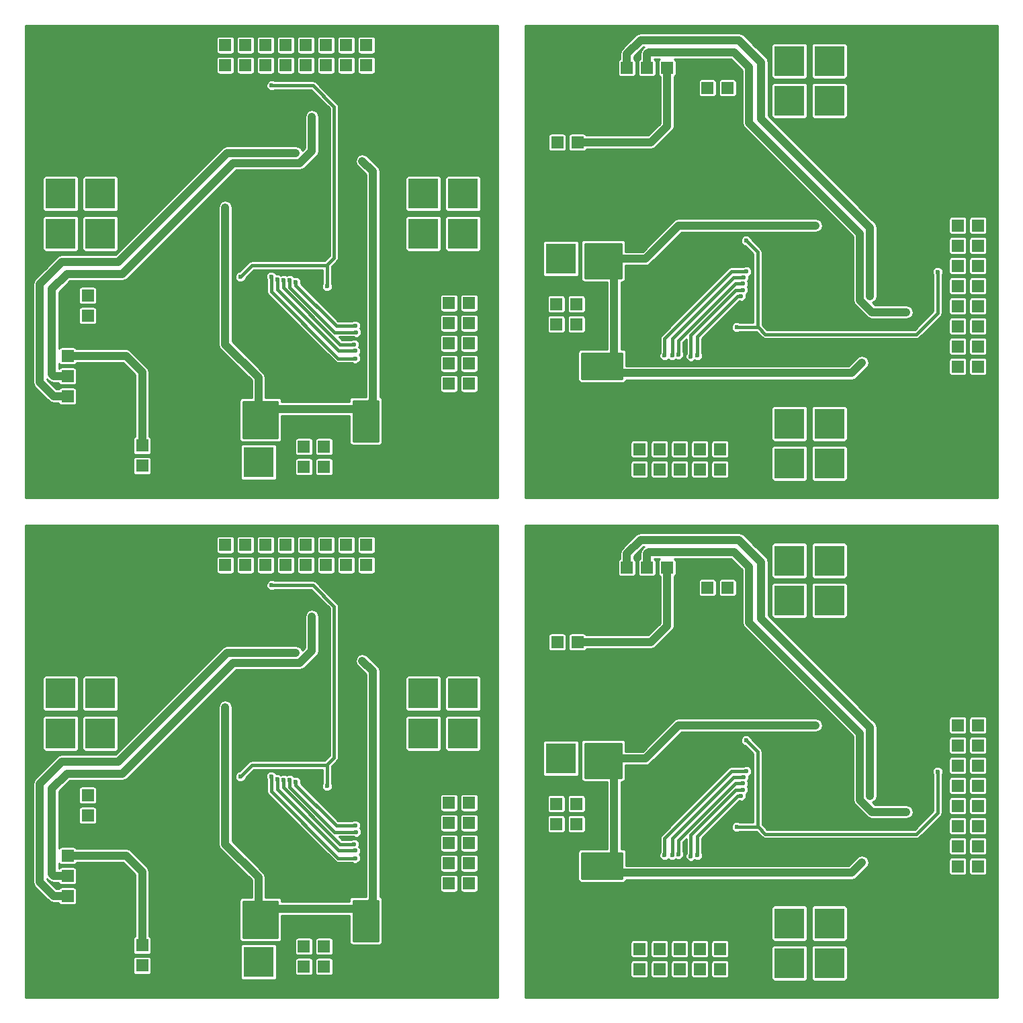
<source format=gbr>
G75*
G71*
%MOMM*%
%OFA0B0*%
%FSLAX53Y53*%
%IPPOS*%
%LPD*%
%ADD10R,1.30000X1.30000*%
%ADD11C,0.40000*%
%ADD20C,1.30000*%
%ADD22C,0.25400*%
%ADD25C,1.00000*%
%ADD29R,1.52400X1.52400*%
%ADD37C,0.60000*%
%ADD41C,0.15000*%
%ADD44R,3.81000X3.81000*%
%ADD55C,6.00000*%
X0000000Y0000000D02*
G01*
D41*
D10*
X0042926Y0008636D03*
D20*
X0047926Y0008636D03*
D29*
X0012637Y0004509D03*
X0012637Y0007049D03*
X0015177Y0004509D03*
X0015177Y0007049D03*
X0017717Y0004509D03*
X0017717Y0007049D03*
X0038097Y0006922D03*
X0038097Y0004382D03*
X0035560Y0006922D03*
X0035560Y0004382D03*
X0053848Y0025019D03*
X0056388Y0025019D03*
D44*
X0029845Y0004970D03*
X0029845Y0009970D03*
X0024765Y0004970D03*
X0024765Y0009970D03*
D29*
X0056388Y0022479D03*
X0053848Y0022479D03*
X0053848Y0019939D03*
X0056388Y0019939D03*
X0053848Y0017399D03*
X0056388Y0017399D03*
X0053848Y0014859D03*
X0056388Y0014859D03*
X0025654Y0057531D03*
X0025654Y0054991D03*
X0028194Y0057531D03*
X0028194Y0054991D03*
X0030734Y0054991D03*
X0030734Y0057531D03*
X0035814Y0057531D03*
X0035814Y0054991D03*
X0033274Y0057531D03*
X0033274Y0054991D03*
D44*
X0055626Y0033782D03*
X0050626Y0033782D03*
X0055626Y0038799D03*
X0050626Y0038799D03*
D29*
X0005779Y0018352D03*
X0005779Y0015812D03*
X0005779Y0013272D03*
X0008319Y0023432D03*
X0005779Y0023432D03*
X0040894Y0057531D03*
X0040894Y0054991D03*
X0038354Y0057531D03*
X0038354Y0054991D03*
X0008319Y0025972D03*
X0005779Y0025972D03*
X0043434Y0057531D03*
X0043434Y0054991D03*
D44*
X0004906Y0033782D03*
X0009906Y0033782D03*
X0004906Y0038799D03*
X0009906Y0038799D03*
D55*
X0055626Y0004826D03*
X0004826Y0055626D03*
X0055626Y0055626D03*
X0004826Y0004826D03*
D37*
X0032896Y0034541D03*
X0032896Y0035441D03*
X0032896Y0036441D03*
X0032896Y0037341D03*
X0031996Y0034541D03*
X0031996Y0035441D03*
X0031996Y0036441D03*
X0031996Y0037341D03*
X0030996Y0034541D03*
X0030996Y0035441D03*
X0030996Y0036441D03*
X0030996Y0037341D03*
X0030096Y0034541D03*
X0030096Y0035441D03*
X0030096Y0036441D03*
X0030096Y0037341D03*
X0038481Y0027115D03*
X0027559Y0028321D03*
X0031496Y0052451D03*
X0029210Y0027432D03*
X0035969Y0027239D03*
X0027305Y0030226D03*
X0035497Y0030671D03*
X0025654Y0037084D03*
X0042926Y0042926D03*
X0034544Y0043942D03*
X0034544Y0027686D03*
X0042037Y0022162D03*
X0042164Y0021336D03*
X0033782Y0027940D03*
X0041910Y0019812D03*
X0032982Y0027940D03*
X0032186Y0028020D03*
X0042037Y0018987D03*
X0031453Y0028340D03*
X0042037Y0018034D03*
X0036576Y0048514D03*
D11*
X0031496Y0052451D02*
X0036703Y0052451D01*
X0036703Y0052451D02*
X0039370Y0049784D01*
X0039370Y0049784D02*
X0039370Y0030734D01*
X0039370Y0030734D02*
X0038481Y0029845D01*
X0038481Y0029845D02*
X0038481Y0027115D01*
X0027559Y0028321D02*
X0029020Y0029782D01*
X0029020Y0029782D02*
X0038418Y0029782D01*
X0038418Y0029782D02*
X0038481Y0029845D01*
D25*
X0015177Y0016320D02*
X0013145Y0018352D01*
X0013145Y0018352D02*
X0005779Y0018352D01*
X0015177Y0007049D02*
X0015177Y0016320D01*
D11*
X0038418Y0027115D02*
X0038481Y0027115D01*
D25*
X0029845Y0009970D02*
X0029845Y0015621D01*
X0029845Y0015621D02*
X0025654Y0019812D01*
X0025654Y0019812D02*
X0025654Y0036660D01*
X0025654Y0036660D02*
X0025654Y0037084D01*
X0042926Y0011684D02*
X0043307Y0011684D01*
X0043307Y0011684D02*
X0044260Y0012637D01*
X0044260Y0041593D02*
X0042926Y0042926D01*
X0044260Y0012637D02*
X0044260Y0041593D01*
X0042926Y0011684D02*
X0031560Y0011684D01*
X0031560Y0011684D02*
X0029845Y0009970D01*
X0034544Y0043942D02*
X0025908Y0043942D01*
X0002286Y0015002D02*
X0004017Y0013272D01*
X0025908Y0043942D02*
X0012192Y0030226D01*
X0012192Y0030226D02*
X0005080Y0030226D01*
X0005080Y0030226D02*
X0002286Y0027432D01*
X0002286Y0027432D02*
X0002286Y0015002D01*
X0004017Y0013272D02*
X0005779Y0013272D01*
D11*
X0034544Y0027262D02*
X0034544Y0027686D01*
X0039644Y0022162D02*
X0034544Y0027262D01*
X0042037Y0022162D02*
X0039644Y0022162D01*
X0039457Y0021336D02*
X0041740Y0021336D01*
X0033782Y0027011D02*
X0039457Y0021336D01*
X0033782Y0027940D02*
X0033782Y0027011D01*
X0041740Y0021336D02*
X0042164Y0021336D01*
X0041486Y0019812D02*
X0041910Y0019812D01*
X0040132Y0019812D02*
X0041486Y0019812D01*
X0032982Y0026962D02*
X0040132Y0019812D01*
X0032982Y0027940D02*
X0032982Y0026962D01*
X0042037Y0018987D02*
X0039942Y0018987D01*
X0032186Y0027596D02*
X0032186Y0028020D01*
X0032186Y0026742D02*
X0032186Y0027596D01*
X0039942Y0018987D02*
X0032186Y0026742D01*
X0031453Y0027915D02*
X0031453Y0028340D01*
X0031453Y0026459D02*
X0031453Y0027915D01*
X0039878Y0018034D02*
X0031453Y0026459D01*
X0042037Y0018034D02*
X0039878Y0018034D01*
D25*
X0036576Y0048090D02*
X0036576Y0048514D01*
X0036576Y0044196D02*
X0036576Y0048090D01*
X0012700Y0028702D02*
X0026670Y0042672D01*
X0005725Y0028702D02*
X0012700Y0028702D01*
X0003810Y0026787D02*
X0005725Y0028702D01*
X0003810Y0016018D02*
X0003810Y0026787D01*
X0004017Y0015812D02*
X0003810Y0016018D01*
X0026670Y0042672D02*
X0035052Y0042672D01*
X0005779Y0015812D02*
X0004017Y0015812D01*
X0035052Y0042672D02*
X0036576Y0044196D01*
D22*
G36*
X0032258Y0012573D02*
X0032258Y0008001D01*
X0027940Y0008001D01*
X0027940Y0012573D01*
X0032258Y0012573D01*
X0032258Y0012573D01*
G37*
X0032258Y0012573D02*
X0032258Y0008001D01*
X0027940Y0008001D01*
X0027940Y0012573D01*
X0032258Y0012573D01*
G36*
X0044958Y0012700D02*
X0044958Y0007620D01*
X0041783Y0007620D01*
X0041783Y0012700D01*
X0044958Y0012700D01*
X0044958Y0012700D01*
G37*
X0044958Y0012700D02*
X0044958Y0007620D01*
X0041783Y0007620D01*
X0041783Y0012700D01*
X0044958Y0012700D01*
G36*
X0060000Y0060000D02*
X0060000Y0000452D01*
X0055626Y0000452D01*
X0055626Y0013713D01*
X0057150Y0013713D01*
X0057297Y0013742D01*
X0057422Y0013825D01*
X0057505Y0013950D01*
X0057534Y0014097D01*
X0057534Y0015621D01*
X0057505Y0015768D01*
X0057422Y0015893D01*
X0057297Y0015976D01*
X0057150Y0016005D01*
X0055626Y0016005D01*
X0055626Y0016253D01*
X0057150Y0016253D01*
X0057297Y0016282D01*
X0057422Y0016365D01*
X0057505Y0016490D01*
X0057534Y0016637D01*
X0057534Y0018161D01*
X0057505Y0018308D01*
X0057422Y0018433D01*
X0057297Y0018516D01*
X0057150Y0018545D01*
X0055626Y0018545D01*
X0055626Y0018793D01*
X0057150Y0018793D01*
X0057297Y0018822D01*
X0057422Y0018905D01*
X0057505Y0019030D01*
X0057534Y0019177D01*
X0057534Y0020701D01*
X0057505Y0020848D01*
X0057422Y0020973D01*
X0057297Y0021056D01*
X0057150Y0021085D01*
X0055626Y0021085D01*
X0055626Y0021333D01*
X0057150Y0021333D01*
X0057297Y0021362D01*
X0057422Y0021445D01*
X0057505Y0021570D01*
X0057534Y0021717D01*
X0057534Y0023241D01*
X0057505Y0023388D01*
X0057422Y0023513D01*
X0057297Y0023596D01*
X0057150Y0023625D01*
X0055626Y0023625D01*
X0055626Y0023873D01*
X0057150Y0023873D01*
X0057297Y0023902D01*
X0057422Y0023985D01*
X0057505Y0024110D01*
X0057534Y0024257D01*
X0057534Y0025781D01*
X0057505Y0025928D01*
X0057422Y0026053D01*
X0057297Y0026136D01*
X0057150Y0026165D01*
X0055626Y0026165D01*
X0055479Y0026136D01*
X0055354Y0026053D01*
X0055271Y0025928D01*
X0055242Y0025781D01*
X0055242Y0024257D01*
X0055271Y0024110D01*
X0055354Y0023985D01*
X0055479Y0023902D01*
X0055626Y0023873D01*
X0055626Y0023625D01*
X0055479Y0023596D01*
X0055354Y0023513D01*
X0055271Y0023388D01*
X0055242Y0023241D01*
X0055242Y0021717D01*
X0055271Y0021570D01*
X0055354Y0021445D01*
X0055479Y0021362D01*
X0055626Y0021333D01*
X0055626Y0021085D01*
X0055479Y0021056D01*
X0055354Y0020973D01*
X0055271Y0020848D01*
X0055242Y0020701D01*
X0055242Y0019177D01*
X0055271Y0019030D01*
X0055354Y0018905D01*
X0055479Y0018822D01*
X0055626Y0018793D01*
X0055626Y0018545D01*
X0055479Y0018516D01*
X0055354Y0018433D01*
X0055271Y0018308D01*
X0055242Y0018161D01*
X0055242Y0016637D01*
X0055271Y0016490D01*
X0055354Y0016365D01*
X0055479Y0016282D01*
X0055626Y0016253D01*
X0055626Y0016005D01*
X0055479Y0015976D01*
X0055354Y0015893D01*
X0055271Y0015768D01*
X0055242Y0015621D01*
X0055242Y0014097D01*
X0055271Y0013950D01*
X0055354Y0013825D01*
X0055479Y0013742D01*
X0055626Y0013713D01*
X0055626Y0000452D01*
X0053086Y0000452D01*
X0053086Y0013713D01*
X0054610Y0013713D01*
X0054757Y0013742D01*
X0054882Y0013825D01*
X0054965Y0013950D01*
X0054994Y0014097D01*
X0054994Y0015621D01*
X0054965Y0015768D01*
X0054882Y0015893D01*
X0054757Y0015976D01*
X0054610Y0016005D01*
X0053086Y0016005D01*
X0053086Y0016253D01*
X0054610Y0016253D01*
X0054757Y0016282D01*
X0054882Y0016365D01*
X0054965Y0016490D01*
X0054994Y0016637D01*
X0054994Y0018161D01*
X0054965Y0018308D01*
X0054882Y0018433D01*
X0054757Y0018516D01*
X0054610Y0018545D01*
X0053086Y0018545D01*
X0053086Y0018793D01*
X0054610Y0018793D01*
X0054757Y0018822D01*
X0054882Y0018905D01*
X0054965Y0019030D01*
X0054994Y0019177D01*
X0054994Y0020701D01*
X0054965Y0020848D01*
X0054882Y0020973D01*
X0054757Y0021056D01*
X0054610Y0021085D01*
X0053086Y0021085D01*
X0053086Y0021333D01*
X0054610Y0021333D01*
X0054757Y0021362D01*
X0054882Y0021445D01*
X0054965Y0021570D01*
X0054994Y0021717D01*
X0054994Y0023241D01*
X0054965Y0023388D01*
X0054882Y0023513D01*
X0054757Y0023596D01*
X0054610Y0023625D01*
X0053086Y0023625D01*
X0053086Y0023873D01*
X0054610Y0023873D01*
X0054757Y0023902D01*
X0054882Y0023985D01*
X0054965Y0024110D01*
X0054994Y0024257D01*
X0054994Y0025781D01*
X0054965Y0025928D01*
X0054882Y0026053D01*
X0054757Y0026136D01*
X0054610Y0026165D01*
X0053721Y0026165D01*
X0053721Y0031493D01*
X0057531Y0031493D01*
X0057678Y0031522D01*
X0057803Y0031605D01*
X0057886Y0031730D01*
X0057915Y0031877D01*
X0057915Y0035687D01*
X0057886Y0035834D01*
X0057803Y0035959D01*
X0057678Y0036042D01*
X0057531Y0036071D01*
X0053721Y0036071D01*
X0053721Y0036509D01*
X0057531Y0036509D01*
X0057678Y0036538D01*
X0057803Y0036622D01*
X0057886Y0036746D01*
X0057915Y0036894D01*
X0057915Y0040704D01*
X0057886Y0040851D01*
X0057803Y0040975D01*
X0057678Y0041059D01*
X0057531Y0041088D01*
X0053721Y0041088D01*
X0053574Y0041059D01*
X0053449Y0040975D01*
X0053366Y0040851D01*
X0053337Y0040704D01*
X0053337Y0036894D01*
X0053366Y0036746D01*
X0053449Y0036622D01*
X0053574Y0036538D01*
X0053721Y0036509D01*
X0053721Y0036071D01*
X0053574Y0036042D01*
X0053449Y0035959D01*
X0053366Y0035834D01*
X0053337Y0035687D01*
X0053337Y0031877D01*
X0053366Y0031730D01*
X0053449Y0031605D01*
X0053574Y0031522D01*
X0053721Y0031493D01*
X0053721Y0026165D01*
X0053086Y0026165D01*
X0052939Y0026136D01*
X0052814Y0026053D01*
X0052731Y0025928D01*
X0052702Y0025781D01*
X0052702Y0024257D01*
X0052731Y0024110D01*
X0052814Y0023985D01*
X0052939Y0023902D01*
X0053086Y0023873D01*
X0053086Y0023625D01*
X0052939Y0023596D01*
X0052814Y0023513D01*
X0052731Y0023388D01*
X0052702Y0023241D01*
X0052702Y0021717D01*
X0052731Y0021570D01*
X0052814Y0021445D01*
X0052939Y0021362D01*
X0053086Y0021333D01*
X0053086Y0021085D01*
X0052939Y0021056D01*
X0052814Y0020973D01*
X0052731Y0020848D01*
X0052702Y0020701D01*
X0052702Y0019177D01*
X0052731Y0019030D01*
X0052814Y0018905D01*
X0052939Y0018822D01*
X0053086Y0018793D01*
X0053086Y0018545D01*
X0052939Y0018516D01*
X0052814Y0018433D01*
X0052731Y0018308D01*
X0052702Y0018161D01*
X0052702Y0016637D01*
X0052731Y0016490D01*
X0052814Y0016365D01*
X0052939Y0016282D01*
X0053086Y0016253D01*
X0053086Y0016005D01*
X0052939Y0015976D01*
X0052814Y0015893D01*
X0052731Y0015768D01*
X0052702Y0015621D01*
X0052702Y0014097D01*
X0052731Y0013950D01*
X0052814Y0013825D01*
X0052939Y0013742D01*
X0053086Y0013713D01*
X0053086Y0000452D01*
X0048721Y0000452D01*
X0048721Y0031493D01*
X0052531Y0031493D01*
X0052678Y0031522D01*
X0052803Y0031605D01*
X0052886Y0031730D01*
X0052915Y0031877D01*
X0052915Y0035687D01*
X0052886Y0035834D01*
X0052803Y0035959D01*
X0052678Y0036042D01*
X0052531Y0036071D01*
X0048721Y0036071D01*
X0048721Y0036509D01*
X0052531Y0036509D01*
X0052678Y0036538D01*
X0052803Y0036622D01*
X0052886Y0036746D01*
X0052915Y0036894D01*
X0052915Y0040704D01*
X0052886Y0040851D01*
X0052803Y0040975D01*
X0052678Y0041059D01*
X0052531Y0041088D01*
X0048721Y0041088D01*
X0048574Y0041059D01*
X0048449Y0040975D01*
X0048366Y0040851D01*
X0048337Y0040704D01*
X0048337Y0036894D01*
X0048366Y0036746D01*
X0048449Y0036622D01*
X0048574Y0036538D01*
X0048721Y0036509D01*
X0048721Y0036071D01*
X0048574Y0036042D01*
X0048449Y0035959D01*
X0048366Y0035834D01*
X0048337Y0035687D01*
X0048337Y0031877D01*
X0048366Y0031730D01*
X0048449Y0031605D01*
X0048574Y0031522D01*
X0048721Y0031493D01*
X0048721Y0000452D01*
X0041656Y0000452D01*
X0041656Y0007116D01*
X0045085Y0007116D01*
X0045229Y0007145D01*
X0045352Y0007226D01*
X0045433Y0007349D01*
X0045462Y0007493D01*
X0045462Y0012827D01*
X0045433Y0012971D01*
X0045352Y0013094D01*
X0045229Y0013175D01*
X0045137Y0013194D01*
X0045137Y0041593D01*
X0045070Y0041928D01*
X0044880Y0042213D01*
X0044880Y0042213D01*
X0043546Y0043546D01*
X0043262Y0043736D01*
X0042926Y0043803D01*
X0042672Y0043752D01*
X0042672Y0053845D01*
X0044196Y0053845D01*
X0044343Y0053874D01*
X0044468Y0053957D01*
X0044551Y0054082D01*
X0044580Y0054229D01*
X0044580Y0055753D01*
X0044551Y0055900D01*
X0044468Y0056025D01*
X0044343Y0056108D01*
X0044196Y0056137D01*
X0042672Y0056137D01*
X0042672Y0056385D01*
X0044196Y0056385D01*
X0044343Y0056414D01*
X0044468Y0056497D01*
X0044551Y0056622D01*
X0044580Y0056769D01*
X0044580Y0058293D01*
X0044551Y0058440D01*
X0044468Y0058565D01*
X0044343Y0058648D01*
X0044196Y0058677D01*
X0042672Y0058677D01*
X0042525Y0058648D01*
X0042400Y0058565D01*
X0042317Y0058440D01*
X0042288Y0058293D01*
X0042288Y0056769D01*
X0042317Y0056622D01*
X0042400Y0056497D01*
X0042525Y0056414D01*
X0042672Y0056385D01*
X0042672Y0056137D01*
X0042525Y0056108D01*
X0042400Y0056025D01*
X0042317Y0055900D01*
X0042288Y0055753D01*
X0042288Y0054229D01*
X0042317Y0054082D01*
X0042400Y0053957D01*
X0042525Y0053874D01*
X0042672Y0053845D01*
X0042672Y0043752D01*
X0042590Y0043736D01*
X0042306Y0043546D01*
X0042116Y0043262D01*
X0042049Y0042926D01*
X0042116Y0042590D01*
X0042306Y0042306D01*
X0043383Y0041229D01*
X0043383Y0013204D01*
X0042171Y0013204D01*
X0042171Y0017357D01*
X0042420Y0017460D01*
X0042611Y0017650D01*
X0042714Y0017899D01*
X0042714Y0018168D01*
X0042611Y0018417D01*
X0042518Y0018510D01*
X0042611Y0018603D01*
X0042714Y0018851D01*
X0042714Y0019121D01*
X0042611Y0019369D01*
X0042504Y0019477D01*
X0042587Y0019677D01*
X0042587Y0019946D01*
X0042484Y0020195D01*
X0042294Y0020386D01*
X0042045Y0020489D01*
X0041776Y0020489D01*
X0041534Y0020389D01*
X0040371Y0020389D01*
X0040001Y0020759D01*
X0041788Y0020759D01*
X0042029Y0020659D01*
X0042298Y0020659D01*
X0042547Y0020762D01*
X0042738Y0020952D01*
X0042841Y0021201D01*
X0042841Y0021470D01*
X0042738Y0021719D01*
X0042631Y0021827D01*
X0042714Y0022026D01*
X0042714Y0022296D01*
X0042611Y0022544D01*
X0042421Y0022735D01*
X0042172Y0022838D01*
X0041903Y0022839D01*
X0041661Y0022739D01*
X0040132Y0022739D01*
X0040132Y0053845D01*
X0041656Y0053845D01*
X0041803Y0053874D01*
X0041928Y0053957D01*
X0042011Y0054082D01*
X0042040Y0054229D01*
X0042040Y0055753D01*
X0042011Y0055900D01*
X0041928Y0056025D01*
X0041803Y0056108D01*
X0041656Y0056137D01*
X0040132Y0056137D01*
X0040132Y0056385D01*
X0041656Y0056385D01*
X0041803Y0056414D01*
X0041928Y0056497D01*
X0042011Y0056622D01*
X0042040Y0056769D01*
X0042040Y0058293D01*
X0042011Y0058440D01*
X0041928Y0058565D01*
X0041803Y0058648D01*
X0041656Y0058677D01*
X0040132Y0058677D01*
X0039985Y0058648D01*
X0039860Y0058565D01*
X0039777Y0058440D01*
X0039748Y0058293D01*
X0039748Y0056769D01*
X0039777Y0056622D01*
X0039860Y0056497D01*
X0039985Y0056414D01*
X0040132Y0056385D01*
X0040132Y0056137D01*
X0039985Y0056108D01*
X0039860Y0056025D01*
X0039777Y0055900D01*
X0039748Y0055753D01*
X0039748Y0054229D01*
X0039777Y0054082D01*
X0039860Y0053957D01*
X0039985Y0053874D01*
X0040132Y0053845D01*
X0040132Y0022739D01*
X0039883Y0022739D01*
X0038615Y0024007D01*
X0038615Y0026437D01*
X0038864Y0026540D01*
X0039055Y0026731D01*
X0039158Y0026979D01*
X0039158Y0027249D01*
X0039058Y0027491D01*
X0039058Y0029606D01*
X0039778Y0030326D01*
X0039903Y0030513D01*
X0039947Y0030734D01*
X0039947Y0030734D01*
X0039947Y0049784D01*
X0039947Y0049784D01*
X0039903Y0050005D01*
X0039778Y0050192D01*
X0037592Y0052378D01*
X0037592Y0053845D01*
X0039116Y0053845D01*
X0039263Y0053874D01*
X0039388Y0053957D01*
X0039471Y0054082D01*
X0039500Y0054229D01*
X0039500Y0055753D01*
X0039471Y0055900D01*
X0039388Y0056025D01*
X0039263Y0056108D01*
X0039116Y0056137D01*
X0037592Y0056137D01*
X0037592Y0056385D01*
X0039116Y0056385D01*
X0039263Y0056414D01*
X0039388Y0056497D01*
X0039471Y0056622D01*
X0039500Y0056769D01*
X0039500Y0058293D01*
X0039471Y0058440D01*
X0039388Y0058565D01*
X0039263Y0058648D01*
X0039116Y0058677D01*
X0037592Y0058677D01*
X0037445Y0058648D01*
X0037320Y0058565D01*
X0037237Y0058440D01*
X0037208Y0058293D01*
X0037208Y0056769D01*
X0037237Y0056622D01*
X0037320Y0056497D01*
X0037445Y0056414D01*
X0037592Y0056385D01*
X0037592Y0056137D01*
X0037445Y0056108D01*
X0037320Y0056025D01*
X0037237Y0055900D01*
X0037208Y0055753D01*
X0037208Y0054229D01*
X0037237Y0054082D01*
X0037320Y0053957D01*
X0037445Y0053874D01*
X0037592Y0053845D01*
X0037592Y0052378D01*
X0037111Y0052859D01*
X0037111Y0052859D01*
X0036924Y0052984D01*
X0036848Y0052999D01*
X0036703Y0053028D01*
X0036703Y0053028D01*
X0035052Y0053028D01*
X0035052Y0053845D01*
X0036576Y0053845D01*
X0036723Y0053874D01*
X0036848Y0053957D01*
X0036931Y0054082D01*
X0036960Y0054229D01*
X0036960Y0055753D01*
X0036931Y0055900D01*
X0036848Y0056025D01*
X0036723Y0056108D01*
X0036576Y0056137D01*
X0035052Y0056137D01*
X0035052Y0056385D01*
X0036576Y0056385D01*
X0036723Y0056414D01*
X0036848Y0056497D01*
X0036931Y0056622D01*
X0036960Y0056769D01*
X0036960Y0058293D01*
X0036931Y0058440D01*
X0036848Y0058565D01*
X0036723Y0058648D01*
X0036576Y0058677D01*
X0035052Y0058677D01*
X0034905Y0058648D01*
X0034780Y0058565D01*
X0034697Y0058440D01*
X0034668Y0058293D01*
X0034668Y0056769D01*
X0034697Y0056622D01*
X0034780Y0056497D01*
X0034905Y0056414D01*
X0035052Y0056385D01*
X0035052Y0056137D01*
X0034905Y0056108D01*
X0034780Y0056025D01*
X0034697Y0055900D01*
X0034668Y0055753D01*
X0034668Y0054229D01*
X0034697Y0054082D01*
X0034780Y0053957D01*
X0034905Y0053874D01*
X0035052Y0053845D01*
X0035052Y0053028D01*
X0032512Y0053028D01*
X0032512Y0053845D01*
X0034036Y0053845D01*
X0034183Y0053874D01*
X0034308Y0053957D01*
X0034391Y0054082D01*
X0034420Y0054229D01*
X0034420Y0055753D01*
X0034391Y0055900D01*
X0034308Y0056025D01*
X0034183Y0056108D01*
X0034036Y0056137D01*
X0032512Y0056137D01*
X0032512Y0056385D01*
X0034036Y0056385D01*
X0034183Y0056414D01*
X0034308Y0056497D01*
X0034391Y0056622D01*
X0034420Y0056769D01*
X0034420Y0058293D01*
X0034391Y0058440D01*
X0034308Y0058565D01*
X0034183Y0058648D01*
X0034036Y0058677D01*
X0032512Y0058677D01*
X0032365Y0058648D01*
X0032240Y0058565D01*
X0032157Y0058440D01*
X0032128Y0058293D01*
X0032128Y0056769D01*
X0032157Y0056622D01*
X0032240Y0056497D01*
X0032365Y0056414D01*
X0032512Y0056385D01*
X0032512Y0056137D01*
X0032365Y0056108D01*
X0032240Y0056025D01*
X0032157Y0055900D01*
X0032128Y0055753D01*
X0032128Y0054229D01*
X0032157Y0054082D01*
X0032240Y0053957D01*
X0032365Y0053874D01*
X0032512Y0053845D01*
X0032512Y0053028D01*
X0031872Y0053028D01*
X0031631Y0053128D01*
X0031362Y0053128D01*
X0031113Y0053025D01*
X0030922Y0052835D01*
X0030819Y0052586D01*
X0030819Y0052317D01*
X0030922Y0052068D01*
X0031112Y0051877D01*
X0031361Y0051774D01*
X0031630Y0051774D01*
X0031872Y0051874D01*
X0036464Y0051874D01*
X0038793Y0049545D01*
X0038793Y0030973D01*
X0038178Y0030359D01*
X0029020Y0030359D01*
X0029020Y0030359D01*
X0028799Y0030315D01*
X0028611Y0030190D01*
X0027417Y0028995D01*
X0027176Y0028895D01*
X0026985Y0028705D01*
X0026882Y0028456D01*
X0026882Y0028187D01*
X0026985Y0027938D01*
X0027175Y0027747D01*
X0027424Y0027644D01*
X0027693Y0027644D01*
X0027942Y0027747D01*
X0028133Y0027937D01*
X0028233Y0028179D01*
X0029259Y0029205D01*
X0037904Y0029205D01*
X0037904Y0027490D01*
X0037804Y0027250D01*
X0037804Y0026980D01*
X0037907Y0026732D01*
X0038097Y0026541D01*
X0038346Y0026438D01*
X0038615Y0026437D01*
X0038615Y0024007D01*
X0035177Y0027445D01*
X0035221Y0027551D01*
X0035221Y0027820D01*
X0035118Y0028069D01*
X0034928Y0028260D01*
X0034679Y0028363D01*
X0034410Y0028363D01*
X0034344Y0028336D01*
X0034166Y0028514D01*
X0033917Y0028617D01*
X0033648Y0028617D01*
X0033399Y0028514D01*
X0033382Y0028497D01*
X0033366Y0028514D01*
X0033117Y0028617D01*
X0032848Y0028617D01*
X0032635Y0028529D01*
X0032570Y0028594D01*
X0032321Y0028697D01*
X0032052Y0028697D01*
X0032039Y0028692D01*
X0032027Y0028723D01*
X0031837Y0028913D01*
X0031588Y0029017D01*
X0031318Y0029017D01*
X0031070Y0028914D01*
X0030879Y0028724D01*
X0030776Y0028475D01*
X0030775Y0028206D01*
X0030876Y0027963D01*
X0030876Y0026459D01*
X0030876Y0026459D01*
X0030919Y0026241D01*
X0030919Y0026239D01*
X0031045Y0026051D01*
X0031045Y0026051D01*
X0039470Y0017626D01*
X0039657Y0017501D01*
X0039878Y0017457D01*
X0039878Y0017457D01*
X0041661Y0017457D01*
X0041902Y0017357D01*
X0042171Y0017357D01*
X0042171Y0013204D01*
X0041656Y0013204D01*
X0041512Y0013175D01*
X0041389Y0013094D01*
X0041308Y0012971D01*
X0041279Y0012827D01*
X0041279Y0012561D01*
X0032762Y0012561D01*
X0032762Y0012700D01*
X0032733Y0012844D01*
X0032652Y0012967D01*
X0032529Y0013048D01*
X0032385Y0013077D01*
X0030722Y0013077D01*
X0030722Y0015621D01*
X0030655Y0015957D01*
X0030465Y0016241D01*
X0026531Y0020175D01*
X0026531Y0037084D01*
X0026464Y0037420D01*
X0026274Y0037704D01*
X0025990Y0037894D01*
X0025654Y0037961D01*
X0025318Y0037894D01*
X0025034Y0037704D01*
X0024844Y0037420D01*
X0024777Y0037084D01*
X0024777Y0019812D01*
X0024844Y0019476D01*
X0025034Y0019192D01*
X0028968Y0015258D01*
X0028968Y0013077D01*
X0027813Y0013077D01*
X0027669Y0013048D01*
X0027546Y0012967D01*
X0027465Y0012844D01*
X0027436Y0012700D01*
X0027436Y0007874D01*
X0027465Y0007730D01*
X0027546Y0007607D01*
X0027669Y0007526D01*
X0027813Y0007497D01*
X0032385Y0007497D01*
X0032529Y0007526D01*
X0032652Y0007607D01*
X0032733Y0007730D01*
X0032762Y0007874D01*
X0032762Y0010807D01*
X0041279Y0010807D01*
X0041279Y0007493D01*
X0041308Y0007349D01*
X0041389Y0007226D01*
X0041512Y0007145D01*
X0041656Y0007116D01*
X0041656Y0000452D01*
X0037335Y0000452D01*
X0037335Y0003235D01*
X0038859Y0003235D01*
X0039006Y0003264D01*
X0039131Y0003348D01*
X0039214Y0003472D01*
X0039243Y0003620D01*
X0039243Y0005144D01*
X0039214Y0005291D01*
X0039131Y0005415D01*
X0039006Y0005499D01*
X0038859Y0005528D01*
X0037335Y0005528D01*
X0037335Y0005775D01*
X0038859Y0005775D01*
X0039006Y0005804D01*
X0039131Y0005888D01*
X0039214Y0006012D01*
X0039243Y0006160D01*
X0039243Y0007684D01*
X0039214Y0007831D01*
X0039131Y0007955D01*
X0039006Y0008039D01*
X0038859Y0008068D01*
X0037335Y0008068D01*
X0037188Y0008039D01*
X0037063Y0007955D01*
X0036980Y0007831D01*
X0036950Y0007684D01*
X0036950Y0006160D01*
X0036980Y0006012D01*
X0037063Y0005888D01*
X0037188Y0005804D01*
X0037335Y0005775D01*
X0037335Y0005528D01*
X0037188Y0005499D01*
X0037063Y0005415D01*
X0036980Y0005291D01*
X0036950Y0005144D01*
X0036950Y0003620D01*
X0036980Y0003472D01*
X0037063Y0003348D01*
X0037188Y0003264D01*
X0037335Y0003235D01*
X0037335Y0000452D01*
X0034798Y0000452D01*
X0034798Y0003235D01*
X0036322Y0003235D01*
X0036469Y0003264D01*
X0036594Y0003348D01*
X0036677Y0003472D01*
X0036706Y0003620D01*
X0036706Y0005144D01*
X0036677Y0005291D01*
X0036594Y0005415D01*
X0036469Y0005499D01*
X0036322Y0005528D01*
X0034798Y0005528D01*
X0034798Y0005775D01*
X0036322Y0005775D01*
X0036469Y0005804D01*
X0036594Y0005888D01*
X0036677Y0006012D01*
X0036706Y0006160D01*
X0036706Y0007684D01*
X0036677Y0007831D01*
X0036594Y0007955D01*
X0036469Y0008039D01*
X0036322Y0008068D01*
X0034798Y0008068D01*
X0034651Y0008039D01*
X0034526Y0007955D01*
X0034443Y0007831D01*
X0034414Y0007684D01*
X0034414Y0006160D01*
X0034443Y0006012D01*
X0034526Y0005888D01*
X0034651Y0005804D01*
X0034798Y0005775D01*
X0034798Y0005528D01*
X0034651Y0005499D01*
X0034526Y0005415D01*
X0034443Y0005291D01*
X0034414Y0005144D01*
X0034414Y0003620D01*
X0034443Y0003472D01*
X0034526Y0003348D01*
X0034651Y0003264D01*
X0034798Y0003235D01*
X0034798Y0000452D01*
X0027940Y0000452D01*
X0027940Y0002680D01*
X0031750Y0002680D01*
X0031897Y0002709D01*
X0032022Y0002793D01*
X0032105Y0002917D01*
X0032134Y0003065D01*
X0032134Y0006875D01*
X0032105Y0007022D01*
X0032022Y0007146D01*
X0031897Y0007230D01*
X0031750Y0007259D01*
X0027940Y0007259D01*
X0027793Y0007230D01*
X0027668Y0007146D01*
X0027585Y0007022D01*
X0027556Y0006875D01*
X0027556Y0003065D01*
X0027585Y0002917D01*
X0027668Y0002793D01*
X0027793Y0002709D01*
X0027940Y0002680D01*
X0027940Y0000452D01*
X0014415Y0000452D01*
X0014415Y0003362D01*
X0015939Y0003362D01*
X0016086Y0003391D01*
X0016210Y0003475D01*
X0016294Y0003599D01*
X0016323Y0003747D01*
X0016323Y0005271D01*
X0016294Y0005418D01*
X0016210Y0005542D01*
X0016086Y0005626D01*
X0015939Y0005655D01*
X0014415Y0005655D01*
X0014415Y0005902D01*
X0015939Y0005902D01*
X0016086Y0005931D01*
X0016210Y0006015D01*
X0016294Y0006139D01*
X0016323Y0006287D01*
X0016323Y0007811D01*
X0016294Y0007958D01*
X0016210Y0008082D01*
X0016086Y0008166D01*
X0016054Y0008172D01*
X0016054Y0016320D01*
X0015987Y0016655D01*
X0015797Y0016940D01*
X0013765Y0018972D01*
X0013480Y0019162D01*
X0013145Y0019229D01*
X0013144Y0019229D01*
X0007557Y0019229D01*
X0007557Y0022285D01*
X0009081Y0022285D01*
X0009228Y0022314D01*
X0009352Y0022398D01*
X0009436Y0022522D01*
X0009465Y0022670D01*
X0009465Y0024194D01*
X0009436Y0024341D01*
X0009352Y0024465D01*
X0009228Y0024549D01*
X0009081Y0024578D01*
X0007557Y0024578D01*
X0007557Y0024825D01*
X0009081Y0024825D01*
X0009228Y0024854D01*
X0009352Y0024938D01*
X0009436Y0025062D01*
X0009465Y0025210D01*
X0009465Y0026734D01*
X0009436Y0026881D01*
X0009352Y0027005D01*
X0009228Y0027089D01*
X0009081Y0027118D01*
X0007557Y0027118D01*
X0007409Y0027089D01*
X0007285Y0027005D01*
X0007201Y0026881D01*
X0007172Y0026734D01*
X0007172Y0025210D01*
X0007201Y0025062D01*
X0007285Y0024938D01*
X0007409Y0024854D01*
X0007557Y0024825D01*
X0007557Y0024578D01*
X0007409Y0024549D01*
X0007285Y0024465D01*
X0007201Y0024341D01*
X0007172Y0024194D01*
X0007172Y0022670D01*
X0007201Y0022522D01*
X0007285Y0022398D01*
X0007409Y0022314D01*
X0007557Y0022285D01*
X0007557Y0019229D01*
X0006902Y0019229D01*
X0006896Y0019261D01*
X0006812Y0019385D01*
X0006688Y0019469D01*
X0006541Y0019498D01*
X0005017Y0019498D01*
X0004869Y0019469D01*
X0004745Y0019385D01*
X0004687Y0019299D01*
X0004687Y0026424D01*
X0006088Y0027825D01*
X0012700Y0027825D01*
X0013036Y0027892D01*
X0013320Y0028082D01*
X0027033Y0041795D01*
X0035052Y0041795D01*
X0035388Y0041862D01*
X0035672Y0042052D01*
X0037196Y0043576D01*
X0037196Y0043576D01*
X0037280Y0043701D01*
X0037386Y0043860D01*
X0037453Y0044196D01*
X0037453Y0048514D01*
X0037386Y0048850D01*
X0037196Y0049134D01*
X0036912Y0049324D01*
X0036576Y0049391D01*
X0036240Y0049324D01*
X0035956Y0049134D01*
X0035766Y0048850D01*
X0035699Y0048514D01*
X0035699Y0044559D01*
X0035365Y0044225D01*
X0035354Y0044278D01*
X0035164Y0044562D01*
X0034880Y0044752D01*
X0034544Y0044819D01*
X0029972Y0044819D01*
X0029972Y0053845D01*
X0031496Y0053845D01*
X0031643Y0053874D01*
X0031768Y0053957D01*
X0031851Y0054082D01*
X0031880Y0054229D01*
X0031880Y0055753D01*
X0031851Y0055900D01*
X0031768Y0056025D01*
X0031643Y0056108D01*
X0031496Y0056137D01*
X0029972Y0056137D01*
X0029972Y0056385D01*
X0031496Y0056385D01*
X0031643Y0056414D01*
X0031768Y0056497D01*
X0031851Y0056622D01*
X0031880Y0056769D01*
X0031880Y0058293D01*
X0031851Y0058440D01*
X0031768Y0058565D01*
X0031643Y0058648D01*
X0031496Y0058677D01*
X0029972Y0058677D01*
X0029825Y0058648D01*
X0029700Y0058565D01*
X0029617Y0058440D01*
X0029588Y0058293D01*
X0029588Y0056769D01*
X0029617Y0056622D01*
X0029700Y0056497D01*
X0029825Y0056414D01*
X0029972Y0056385D01*
X0029972Y0056137D01*
X0029825Y0056108D01*
X0029700Y0056025D01*
X0029617Y0055900D01*
X0029588Y0055753D01*
X0029588Y0054229D01*
X0029617Y0054082D01*
X0029700Y0053957D01*
X0029825Y0053874D01*
X0029972Y0053845D01*
X0029972Y0044819D01*
X0027432Y0044819D01*
X0027432Y0053845D01*
X0028956Y0053845D01*
X0029103Y0053874D01*
X0029228Y0053957D01*
X0029311Y0054082D01*
X0029340Y0054229D01*
X0029340Y0055753D01*
X0029311Y0055900D01*
X0029228Y0056025D01*
X0029103Y0056108D01*
X0028956Y0056137D01*
X0027432Y0056137D01*
X0027432Y0056385D01*
X0028956Y0056385D01*
X0029103Y0056414D01*
X0029228Y0056497D01*
X0029311Y0056622D01*
X0029340Y0056769D01*
X0029340Y0058293D01*
X0029311Y0058440D01*
X0029228Y0058565D01*
X0029103Y0058648D01*
X0028956Y0058677D01*
X0027432Y0058677D01*
X0027285Y0058648D01*
X0027160Y0058565D01*
X0027077Y0058440D01*
X0027048Y0058293D01*
X0027048Y0056769D01*
X0027077Y0056622D01*
X0027160Y0056497D01*
X0027285Y0056414D01*
X0027432Y0056385D01*
X0027432Y0056137D01*
X0027285Y0056108D01*
X0027160Y0056025D01*
X0027077Y0055900D01*
X0027048Y0055753D01*
X0027048Y0054229D01*
X0027077Y0054082D01*
X0027160Y0053957D01*
X0027285Y0053874D01*
X0027432Y0053845D01*
X0027432Y0044819D01*
X0025908Y0044819D01*
X0025572Y0044752D01*
X0025572Y0044752D01*
X0025458Y0044676D01*
X0025288Y0044562D01*
X0025288Y0044562D01*
X0024892Y0044166D01*
X0024892Y0053845D01*
X0026416Y0053845D01*
X0026563Y0053874D01*
X0026688Y0053957D01*
X0026771Y0054082D01*
X0026800Y0054229D01*
X0026800Y0055753D01*
X0026771Y0055900D01*
X0026688Y0056025D01*
X0026563Y0056108D01*
X0026416Y0056137D01*
X0024892Y0056137D01*
X0024892Y0056385D01*
X0026416Y0056385D01*
X0026563Y0056414D01*
X0026688Y0056497D01*
X0026771Y0056622D01*
X0026800Y0056769D01*
X0026800Y0058293D01*
X0026771Y0058440D01*
X0026688Y0058565D01*
X0026563Y0058648D01*
X0026416Y0058677D01*
X0024892Y0058677D01*
X0024745Y0058648D01*
X0024620Y0058565D01*
X0024537Y0058440D01*
X0024508Y0058293D01*
X0024508Y0056769D01*
X0024537Y0056622D01*
X0024620Y0056497D01*
X0024745Y0056414D01*
X0024892Y0056385D01*
X0024892Y0056137D01*
X0024745Y0056108D01*
X0024620Y0056025D01*
X0024537Y0055900D01*
X0024508Y0055753D01*
X0024508Y0054229D01*
X0024537Y0054082D01*
X0024620Y0053957D01*
X0024745Y0053874D01*
X0024892Y0053845D01*
X0024892Y0044166D01*
X0011829Y0031103D01*
X0008001Y0031103D01*
X0008001Y0031493D01*
X0011811Y0031493D01*
X0011958Y0031522D01*
X0012083Y0031605D01*
X0012166Y0031730D01*
X0012195Y0031877D01*
X0012195Y0035687D01*
X0012166Y0035834D01*
X0012083Y0035959D01*
X0011958Y0036042D01*
X0011811Y0036071D01*
X0008001Y0036071D01*
X0008001Y0036509D01*
X0011811Y0036509D01*
X0011958Y0036538D01*
X0012083Y0036622D01*
X0012166Y0036746D01*
X0012195Y0036894D01*
X0012195Y0040704D01*
X0012166Y0040851D01*
X0012083Y0040975D01*
X0011958Y0041059D01*
X0011811Y0041088D01*
X0008001Y0041088D01*
X0007854Y0041059D01*
X0007729Y0040975D01*
X0007646Y0040851D01*
X0007617Y0040704D01*
X0007617Y0036894D01*
X0007646Y0036746D01*
X0007729Y0036622D01*
X0007854Y0036538D01*
X0008001Y0036509D01*
X0008001Y0036071D01*
X0007854Y0036042D01*
X0007729Y0035959D01*
X0007646Y0035834D01*
X0007617Y0035687D01*
X0007617Y0031877D01*
X0007646Y0031730D01*
X0007729Y0031605D01*
X0007854Y0031522D01*
X0008001Y0031493D01*
X0008001Y0031103D01*
X0005080Y0031103D01*
X0005080Y0031103D01*
X0004744Y0031036D01*
X0004687Y0030998D01*
X0004460Y0030846D01*
X0004460Y0030846D01*
X0003001Y0029387D01*
X0003001Y0031493D01*
X0006811Y0031493D01*
X0006958Y0031522D01*
X0007083Y0031605D01*
X0007166Y0031730D01*
X0007195Y0031877D01*
X0007195Y0035687D01*
X0007166Y0035834D01*
X0007083Y0035959D01*
X0006958Y0036042D01*
X0006811Y0036071D01*
X0003001Y0036071D01*
X0003001Y0036509D01*
X0006811Y0036509D01*
X0006958Y0036538D01*
X0007083Y0036622D01*
X0007166Y0036746D01*
X0007195Y0036894D01*
X0007195Y0040704D01*
X0007166Y0040851D01*
X0007083Y0040975D01*
X0006958Y0041059D01*
X0006811Y0041088D01*
X0003001Y0041088D01*
X0002854Y0041059D01*
X0002729Y0040975D01*
X0002646Y0040851D01*
X0002617Y0040704D01*
X0002617Y0036894D01*
X0002646Y0036746D01*
X0002729Y0036622D01*
X0002854Y0036538D01*
X0003001Y0036509D01*
X0003001Y0036071D01*
X0002854Y0036042D01*
X0002729Y0035959D01*
X0002646Y0035834D01*
X0002617Y0035687D01*
X0002617Y0031877D01*
X0002646Y0031730D01*
X0002729Y0031605D01*
X0002854Y0031522D01*
X0003001Y0031493D01*
X0003001Y0029387D01*
X0001666Y0028052D01*
X0001476Y0027768D01*
X0001409Y0027432D01*
X0001409Y0015002D01*
X0001409Y0015002D01*
X0001476Y0014666D01*
X0001666Y0014382D01*
X0001666Y0014382D01*
X0003396Y0012651D01*
X0003681Y0012461D01*
X0004017Y0012395D01*
X0004655Y0012395D01*
X0004661Y0012362D01*
X0004745Y0012238D01*
X0004869Y0012154D01*
X0005017Y0012125D01*
X0006541Y0012125D01*
X0006688Y0012154D01*
X0006812Y0012238D01*
X0006896Y0012362D01*
X0006925Y0012510D01*
X0006925Y0014034D01*
X0006896Y0014181D01*
X0006812Y0014305D01*
X0006688Y0014389D01*
X0006541Y0014418D01*
X0005017Y0014418D01*
X0004869Y0014389D01*
X0004745Y0014305D01*
X0004661Y0014181D01*
X0004655Y0014149D01*
X0004380Y0014149D01*
X0003163Y0015365D01*
X0003163Y0015438D01*
X0003190Y0015398D01*
X0003396Y0015191D01*
X0003681Y0015001D01*
X0004017Y0014935D01*
X0004655Y0014935D01*
X0004661Y0014902D01*
X0004745Y0014778D01*
X0004869Y0014694D01*
X0005017Y0014665D01*
X0006541Y0014665D01*
X0006688Y0014694D01*
X0006812Y0014778D01*
X0006896Y0014902D01*
X0006925Y0015050D01*
X0006925Y0016574D01*
X0006896Y0016721D01*
X0006812Y0016845D01*
X0006688Y0016929D01*
X0006541Y0016958D01*
X0005017Y0016958D01*
X0004869Y0016929D01*
X0004745Y0016845D01*
X0004687Y0016759D01*
X0004687Y0017404D01*
X0004745Y0017318D01*
X0004869Y0017234D01*
X0005017Y0017205D01*
X0006541Y0017205D01*
X0006688Y0017234D01*
X0006812Y0017318D01*
X0006896Y0017442D01*
X0006902Y0017475D01*
X0012781Y0017475D01*
X0014300Y0015956D01*
X0014300Y0008172D01*
X0014267Y0008166D01*
X0014143Y0008082D01*
X0014059Y0007958D01*
X0014030Y0007811D01*
X0014030Y0006287D01*
X0014059Y0006139D01*
X0014143Y0006015D01*
X0014267Y0005931D01*
X0014415Y0005902D01*
X0014415Y0005655D01*
X0014267Y0005626D01*
X0014143Y0005542D01*
X0014059Y0005418D01*
X0014030Y0005271D01*
X0014030Y0003747D01*
X0014059Y0003599D01*
X0014143Y0003475D01*
X0014267Y0003391D01*
X0014415Y0003362D01*
X0014415Y0000452D01*
X0000452Y0000452D01*
X0000452Y0060000D01*
X0060000Y0060000D01*
X0060000Y0060000D01*
G37*
X0060000Y0060000D02*
X0060000Y0000452D01*
X0055626Y0000452D01*
X0055626Y0013713D01*
X0057150Y0013713D01*
X0057297Y0013742D01*
X0057422Y0013825D01*
X0057505Y0013950D01*
X0057534Y0014097D01*
X0057534Y0015621D01*
X0057505Y0015768D01*
X0057422Y0015893D01*
X0057297Y0015976D01*
X0057150Y0016005D01*
X0055626Y0016005D01*
X0055626Y0016253D01*
X0057150Y0016253D01*
X0057297Y0016282D01*
X0057422Y0016365D01*
X0057505Y0016490D01*
X0057534Y0016637D01*
X0057534Y0018161D01*
X0057505Y0018308D01*
X0057422Y0018433D01*
X0057297Y0018516D01*
X0057150Y0018545D01*
X0055626Y0018545D01*
X0055626Y0018793D01*
X0057150Y0018793D01*
X0057297Y0018822D01*
X0057422Y0018905D01*
X0057505Y0019030D01*
X0057534Y0019177D01*
X0057534Y0020701D01*
X0057505Y0020848D01*
X0057422Y0020973D01*
X0057297Y0021056D01*
X0057150Y0021085D01*
X0055626Y0021085D01*
X0055626Y0021333D01*
X0057150Y0021333D01*
X0057297Y0021362D01*
X0057422Y0021445D01*
X0057505Y0021570D01*
X0057534Y0021717D01*
X0057534Y0023241D01*
X0057505Y0023388D01*
X0057422Y0023513D01*
X0057297Y0023596D01*
X0057150Y0023625D01*
X0055626Y0023625D01*
X0055626Y0023873D01*
X0057150Y0023873D01*
X0057297Y0023902D01*
X0057422Y0023985D01*
X0057505Y0024110D01*
X0057534Y0024257D01*
X0057534Y0025781D01*
X0057505Y0025928D01*
X0057422Y0026053D01*
X0057297Y0026136D01*
X0057150Y0026165D01*
X0055626Y0026165D01*
X0055479Y0026136D01*
X0055354Y0026053D01*
X0055271Y0025928D01*
X0055242Y0025781D01*
X0055242Y0024257D01*
X0055271Y0024110D01*
X0055354Y0023985D01*
X0055479Y0023902D01*
X0055626Y0023873D01*
X0055626Y0023625D01*
X0055479Y0023596D01*
X0055354Y0023513D01*
X0055271Y0023388D01*
X0055242Y0023241D01*
X0055242Y0021717D01*
X0055271Y0021570D01*
X0055354Y0021445D01*
X0055479Y0021362D01*
X0055626Y0021333D01*
X0055626Y0021085D01*
X0055479Y0021056D01*
X0055354Y0020973D01*
X0055271Y0020848D01*
X0055242Y0020701D01*
X0055242Y0019177D01*
X0055271Y0019030D01*
X0055354Y0018905D01*
X0055479Y0018822D01*
X0055626Y0018793D01*
X0055626Y0018545D01*
X0055479Y0018516D01*
X0055354Y0018433D01*
X0055271Y0018308D01*
X0055242Y0018161D01*
X0055242Y0016637D01*
X0055271Y0016490D01*
X0055354Y0016365D01*
X0055479Y0016282D01*
X0055626Y0016253D01*
X0055626Y0016005D01*
X0055479Y0015976D01*
X0055354Y0015893D01*
X0055271Y0015768D01*
X0055242Y0015621D01*
X0055242Y0014097D01*
X0055271Y0013950D01*
X0055354Y0013825D01*
X0055479Y0013742D01*
X0055626Y0013713D01*
X0055626Y0000452D01*
X0053086Y0000452D01*
X0053086Y0013713D01*
X0054610Y0013713D01*
X0054757Y0013742D01*
X0054882Y0013825D01*
X0054965Y0013950D01*
X0054994Y0014097D01*
X0054994Y0015621D01*
X0054965Y0015768D01*
X0054882Y0015893D01*
X0054757Y0015976D01*
X0054610Y0016005D01*
X0053086Y0016005D01*
X0053086Y0016253D01*
X0054610Y0016253D01*
X0054757Y0016282D01*
X0054882Y0016365D01*
X0054965Y0016490D01*
X0054994Y0016637D01*
X0054994Y0018161D01*
X0054965Y0018308D01*
X0054882Y0018433D01*
X0054757Y0018516D01*
X0054610Y0018545D01*
X0053086Y0018545D01*
X0053086Y0018793D01*
X0054610Y0018793D01*
X0054757Y0018822D01*
X0054882Y0018905D01*
X0054965Y0019030D01*
X0054994Y0019177D01*
X0054994Y0020701D01*
X0054965Y0020848D01*
X0054882Y0020973D01*
X0054757Y0021056D01*
X0054610Y0021085D01*
X0053086Y0021085D01*
X0053086Y0021333D01*
X0054610Y0021333D01*
X0054757Y0021362D01*
X0054882Y0021445D01*
X0054965Y0021570D01*
X0054994Y0021717D01*
X0054994Y0023241D01*
X0054965Y0023388D01*
X0054882Y0023513D01*
X0054757Y0023596D01*
X0054610Y0023625D01*
X0053086Y0023625D01*
X0053086Y0023873D01*
X0054610Y0023873D01*
X0054757Y0023902D01*
X0054882Y0023985D01*
X0054965Y0024110D01*
X0054994Y0024257D01*
X0054994Y0025781D01*
X0054965Y0025928D01*
X0054882Y0026053D01*
X0054757Y0026136D01*
X0054610Y0026165D01*
X0053721Y0026165D01*
X0053721Y0031493D01*
X0057531Y0031493D01*
X0057678Y0031522D01*
X0057803Y0031605D01*
X0057886Y0031730D01*
X0057915Y0031877D01*
X0057915Y0035687D01*
X0057886Y0035834D01*
X0057803Y0035959D01*
X0057678Y0036042D01*
X0057531Y0036071D01*
X0053721Y0036071D01*
X0053721Y0036509D01*
X0057531Y0036509D01*
X0057678Y0036538D01*
X0057803Y0036622D01*
X0057886Y0036746D01*
X0057915Y0036894D01*
X0057915Y0040704D01*
X0057886Y0040851D01*
X0057803Y0040975D01*
X0057678Y0041059D01*
X0057531Y0041088D01*
X0053721Y0041088D01*
X0053574Y0041059D01*
X0053449Y0040975D01*
X0053366Y0040851D01*
X0053337Y0040704D01*
X0053337Y0036894D01*
X0053366Y0036746D01*
X0053449Y0036622D01*
X0053574Y0036538D01*
X0053721Y0036509D01*
X0053721Y0036071D01*
X0053574Y0036042D01*
X0053449Y0035959D01*
X0053366Y0035834D01*
X0053337Y0035687D01*
X0053337Y0031877D01*
X0053366Y0031730D01*
X0053449Y0031605D01*
X0053574Y0031522D01*
X0053721Y0031493D01*
X0053721Y0026165D01*
X0053086Y0026165D01*
X0052939Y0026136D01*
X0052814Y0026053D01*
X0052731Y0025928D01*
X0052702Y0025781D01*
X0052702Y0024257D01*
X0052731Y0024110D01*
X0052814Y0023985D01*
X0052939Y0023902D01*
X0053086Y0023873D01*
X0053086Y0023625D01*
X0052939Y0023596D01*
X0052814Y0023513D01*
X0052731Y0023388D01*
X0052702Y0023241D01*
X0052702Y0021717D01*
X0052731Y0021570D01*
X0052814Y0021445D01*
X0052939Y0021362D01*
X0053086Y0021333D01*
X0053086Y0021085D01*
X0052939Y0021056D01*
X0052814Y0020973D01*
X0052731Y0020848D01*
X0052702Y0020701D01*
X0052702Y0019177D01*
X0052731Y0019030D01*
X0052814Y0018905D01*
X0052939Y0018822D01*
X0053086Y0018793D01*
X0053086Y0018545D01*
X0052939Y0018516D01*
X0052814Y0018433D01*
X0052731Y0018308D01*
X0052702Y0018161D01*
X0052702Y0016637D01*
X0052731Y0016490D01*
X0052814Y0016365D01*
X0052939Y0016282D01*
X0053086Y0016253D01*
X0053086Y0016005D01*
X0052939Y0015976D01*
X0052814Y0015893D01*
X0052731Y0015768D01*
X0052702Y0015621D01*
X0052702Y0014097D01*
X0052731Y0013950D01*
X0052814Y0013825D01*
X0052939Y0013742D01*
X0053086Y0013713D01*
X0053086Y0000452D01*
X0048721Y0000452D01*
X0048721Y0031493D01*
X0052531Y0031493D01*
X0052678Y0031522D01*
X0052803Y0031605D01*
X0052886Y0031730D01*
X0052915Y0031877D01*
X0052915Y0035687D01*
X0052886Y0035834D01*
X0052803Y0035959D01*
X0052678Y0036042D01*
X0052531Y0036071D01*
X0048721Y0036071D01*
X0048721Y0036509D01*
X0052531Y0036509D01*
X0052678Y0036538D01*
X0052803Y0036622D01*
X0052886Y0036746D01*
X0052915Y0036894D01*
X0052915Y0040704D01*
X0052886Y0040851D01*
X0052803Y0040975D01*
X0052678Y0041059D01*
X0052531Y0041088D01*
X0048721Y0041088D01*
X0048574Y0041059D01*
X0048449Y0040975D01*
X0048366Y0040851D01*
X0048337Y0040704D01*
X0048337Y0036894D01*
X0048366Y0036746D01*
X0048449Y0036622D01*
X0048574Y0036538D01*
X0048721Y0036509D01*
X0048721Y0036071D01*
X0048574Y0036042D01*
X0048449Y0035959D01*
X0048366Y0035834D01*
X0048337Y0035687D01*
X0048337Y0031877D01*
X0048366Y0031730D01*
X0048449Y0031605D01*
X0048574Y0031522D01*
X0048721Y0031493D01*
X0048721Y0000452D01*
X0041656Y0000452D01*
X0041656Y0007116D01*
X0045085Y0007116D01*
X0045229Y0007145D01*
X0045352Y0007226D01*
X0045433Y0007349D01*
X0045462Y0007493D01*
X0045462Y0012827D01*
X0045433Y0012971D01*
X0045352Y0013094D01*
X0045229Y0013175D01*
X0045137Y0013194D01*
X0045137Y0041593D01*
X0045070Y0041928D01*
X0044880Y0042213D01*
X0044880Y0042213D01*
X0043546Y0043546D01*
X0043262Y0043736D01*
X0042926Y0043803D01*
X0042672Y0043752D01*
X0042672Y0053845D01*
X0044196Y0053845D01*
X0044343Y0053874D01*
X0044468Y0053957D01*
X0044551Y0054082D01*
X0044580Y0054229D01*
X0044580Y0055753D01*
X0044551Y0055900D01*
X0044468Y0056025D01*
X0044343Y0056108D01*
X0044196Y0056137D01*
X0042672Y0056137D01*
X0042672Y0056385D01*
X0044196Y0056385D01*
X0044343Y0056414D01*
X0044468Y0056497D01*
X0044551Y0056622D01*
X0044580Y0056769D01*
X0044580Y0058293D01*
X0044551Y0058440D01*
X0044468Y0058565D01*
X0044343Y0058648D01*
X0044196Y0058677D01*
X0042672Y0058677D01*
X0042525Y0058648D01*
X0042400Y0058565D01*
X0042317Y0058440D01*
X0042288Y0058293D01*
X0042288Y0056769D01*
X0042317Y0056622D01*
X0042400Y0056497D01*
X0042525Y0056414D01*
X0042672Y0056385D01*
X0042672Y0056137D01*
X0042525Y0056108D01*
X0042400Y0056025D01*
X0042317Y0055900D01*
X0042288Y0055753D01*
X0042288Y0054229D01*
X0042317Y0054082D01*
X0042400Y0053957D01*
X0042525Y0053874D01*
X0042672Y0053845D01*
X0042672Y0043752D01*
X0042590Y0043736D01*
X0042306Y0043546D01*
X0042116Y0043262D01*
X0042049Y0042926D01*
X0042116Y0042590D01*
X0042306Y0042306D01*
X0043383Y0041229D01*
X0043383Y0013204D01*
X0042171Y0013204D01*
X0042171Y0017357D01*
X0042420Y0017460D01*
X0042611Y0017650D01*
X0042714Y0017899D01*
X0042714Y0018168D01*
X0042611Y0018417D01*
X0042518Y0018510D01*
X0042611Y0018603D01*
X0042714Y0018851D01*
X0042714Y0019121D01*
X0042611Y0019369D01*
X0042504Y0019477D01*
X0042587Y0019677D01*
X0042587Y0019946D01*
X0042484Y0020195D01*
X0042294Y0020386D01*
X0042045Y0020489D01*
X0041776Y0020489D01*
X0041534Y0020389D01*
X0040371Y0020389D01*
X0040001Y0020759D01*
X0041788Y0020759D01*
X0042029Y0020659D01*
X0042298Y0020659D01*
X0042547Y0020762D01*
X0042738Y0020952D01*
X0042841Y0021201D01*
X0042841Y0021470D01*
X0042738Y0021719D01*
X0042631Y0021827D01*
X0042714Y0022026D01*
X0042714Y0022296D01*
X0042611Y0022544D01*
X0042421Y0022735D01*
X0042172Y0022838D01*
X0041903Y0022839D01*
X0041661Y0022739D01*
X0040132Y0022739D01*
X0040132Y0053845D01*
X0041656Y0053845D01*
X0041803Y0053874D01*
X0041928Y0053957D01*
X0042011Y0054082D01*
X0042040Y0054229D01*
X0042040Y0055753D01*
X0042011Y0055900D01*
X0041928Y0056025D01*
X0041803Y0056108D01*
X0041656Y0056137D01*
X0040132Y0056137D01*
X0040132Y0056385D01*
X0041656Y0056385D01*
X0041803Y0056414D01*
X0041928Y0056497D01*
X0042011Y0056622D01*
X0042040Y0056769D01*
X0042040Y0058293D01*
X0042011Y0058440D01*
X0041928Y0058565D01*
X0041803Y0058648D01*
X0041656Y0058677D01*
X0040132Y0058677D01*
X0039985Y0058648D01*
X0039860Y0058565D01*
X0039777Y0058440D01*
X0039748Y0058293D01*
X0039748Y0056769D01*
X0039777Y0056622D01*
X0039860Y0056497D01*
X0039985Y0056414D01*
X0040132Y0056385D01*
X0040132Y0056137D01*
X0039985Y0056108D01*
X0039860Y0056025D01*
X0039777Y0055900D01*
X0039748Y0055753D01*
X0039748Y0054229D01*
X0039777Y0054082D01*
X0039860Y0053957D01*
X0039985Y0053874D01*
X0040132Y0053845D01*
X0040132Y0022739D01*
X0039883Y0022739D01*
X0038615Y0024007D01*
X0038615Y0026437D01*
X0038864Y0026540D01*
X0039055Y0026731D01*
X0039158Y0026979D01*
X0039158Y0027249D01*
X0039058Y0027491D01*
X0039058Y0029606D01*
X0039778Y0030326D01*
X0039903Y0030513D01*
X0039947Y0030734D01*
X0039947Y0030734D01*
X0039947Y0049784D01*
X0039947Y0049784D01*
X0039903Y0050005D01*
X0039778Y0050192D01*
X0037592Y0052378D01*
X0037592Y0053845D01*
X0039116Y0053845D01*
X0039263Y0053874D01*
X0039388Y0053957D01*
X0039471Y0054082D01*
X0039500Y0054229D01*
X0039500Y0055753D01*
X0039471Y0055900D01*
X0039388Y0056025D01*
X0039263Y0056108D01*
X0039116Y0056137D01*
X0037592Y0056137D01*
X0037592Y0056385D01*
X0039116Y0056385D01*
X0039263Y0056414D01*
X0039388Y0056497D01*
X0039471Y0056622D01*
X0039500Y0056769D01*
X0039500Y0058293D01*
X0039471Y0058440D01*
X0039388Y0058565D01*
X0039263Y0058648D01*
X0039116Y0058677D01*
X0037592Y0058677D01*
X0037445Y0058648D01*
X0037320Y0058565D01*
X0037237Y0058440D01*
X0037208Y0058293D01*
X0037208Y0056769D01*
X0037237Y0056622D01*
X0037320Y0056497D01*
X0037445Y0056414D01*
X0037592Y0056385D01*
X0037592Y0056137D01*
X0037445Y0056108D01*
X0037320Y0056025D01*
X0037237Y0055900D01*
X0037208Y0055753D01*
X0037208Y0054229D01*
X0037237Y0054082D01*
X0037320Y0053957D01*
X0037445Y0053874D01*
X0037592Y0053845D01*
X0037592Y0052378D01*
X0037111Y0052859D01*
X0037111Y0052859D01*
X0036924Y0052984D01*
X0036848Y0052999D01*
X0036703Y0053028D01*
X0036703Y0053028D01*
X0035052Y0053028D01*
X0035052Y0053845D01*
X0036576Y0053845D01*
X0036723Y0053874D01*
X0036848Y0053957D01*
X0036931Y0054082D01*
X0036960Y0054229D01*
X0036960Y0055753D01*
X0036931Y0055900D01*
X0036848Y0056025D01*
X0036723Y0056108D01*
X0036576Y0056137D01*
X0035052Y0056137D01*
X0035052Y0056385D01*
X0036576Y0056385D01*
X0036723Y0056414D01*
X0036848Y0056497D01*
X0036931Y0056622D01*
X0036960Y0056769D01*
X0036960Y0058293D01*
X0036931Y0058440D01*
X0036848Y0058565D01*
X0036723Y0058648D01*
X0036576Y0058677D01*
X0035052Y0058677D01*
X0034905Y0058648D01*
X0034780Y0058565D01*
X0034697Y0058440D01*
X0034668Y0058293D01*
X0034668Y0056769D01*
X0034697Y0056622D01*
X0034780Y0056497D01*
X0034905Y0056414D01*
X0035052Y0056385D01*
X0035052Y0056137D01*
X0034905Y0056108D01*
X0034780Y0056025D01*
X0034697Y0055900D01*
X0034668Y0055753D01*
X0034668Y0054229D01*
X0034697Y0054082D01*
X0034780Y0053957D01*
X0034905Y0053874D01*
X0035052Y0053845D01*
X0035052Y0053028D01*
X0032512Y0053028D01*
X0032512Y0053845D01*
X0034036Y0053845D01*
X0034183Y0053874D01*
X0034308Y0053957D01*
X0034391Y0054082D01*
X0034420Y0054229D01*
X0034420Y0055753D01*
X0034391Y0055900D01*
X0034308Y0056025D01*
X0034183Y0056108D01*
X0034036Y0056137D01*
X0032512Y0056137D01*
X0032512Y0056385D01*
X0034036Y0056385D01*
X0034183Y0056414D01*
X0034308Y0056497D01*
X0034391Y0056622D01*
X0034420Y0056769D01*
X0034420Y0058293D01*
X0034391Y0058440D01*
X0034308Y0058565D01*
X0034183Y0058648D01*
X0034036Y0058677D01*
X0032512Y0058677D01*
X0032365Y0058648D01*
X0032240Y0058565D01*
X0032157Y0058440D01*
X0032128Y0058293D01*
X0032128Y0056769D01*
X0032157Y0056622D01*
X0032240Y0056497D01*
X0032365Y0056414D01*
X0032512Y0056385D01*
X0032512Y0056137D01*
X0032365Y0056108D01*
X0032240Y0056025D01*
X0032157Y0055900D01*
X0032128Y0055753D01*
X0032128Y0054229D01*
X0032157Y0054082D01*
X0032240Y0053957D01*
X0032365Y0053874D01*
X0032512Y0053845D01*
X0032512Y0053028D01*
X0031872Y0053028D01*
X0031631Y0053128D01*
X0031362Y0053128D01*
X0031113Y0053025D01*
X0030922Y0052835D01*
X0030819Y0052586D01*
X0030819Y0052317D01*
X0030922Y0052068D01*
X0031112Y0051877D01*
X0031361Y0051774D01*
X0031630Y0051774D01*
X0031872Y0051874D01*
X0036464Y0051874D01*
X0038793Y0049545D01*
X0038793Y0030973D01*
X0038178Y0030359D01*
X0029020Y0030359D01*
X0029020Y0030359D01*
X0028799Y0030315D01*
X0028611Y0030190D01*
X0027417Y0028995D01*
X0027176Y0028895D01*
X0026985Y0028705D01*
X0026882Y0028456D01*
X0026882Y0028187D01*
X0026985Y0027938D01*
X0027175Y0027747D01*
X0027424Y0027644D01*
X0027693Y0027644D01*
X0027942Y0027747D01*
X0028133Y0027937D01*
X0028233Y0028179D01*
X0029259Y0029205D01*
X0037904Y0029205D01*
X0037904Y0027490D01*
X0037804Y0027250D01*
X0037804Y0026980D01*
X0037907Y0026732D01*
X0038097Y0026541D01*
X0038346Y0026438D01*
X0038615Y0026437D01*
X0038615Y0024007D01*
X0035177Y0027445D01*
X0035221Y0027551D01*
X0035221Y0027820D01*
X0035118Y0028069D01*
X0034928Y0028260D01*
X0034679Y0028363D01*
X0034410Y0028363D01*
X0034344Y0028336D01*
X0034166Y0028514D01*
X0033917Y0028617D01*
X0033648Y0028617D01*
X0033399Y0028514D01*
X0033382Y0028497D01*
X0033366Y0028514D01*
X0033117Y0028617D01*
X0032848Y0028617D01*
X0032635Y0028529D01*
X0032570Y0028594D01*
X0032321Y0028697D01*
X0032052Y0028697D01*
X0032039Y0028692D01*
X0032027Y0028723D01*
X0031837Y0028913D01*
X0031588Y0029017D01*
X0031318Y0029017D01*
X0031070Y0028914D01*
X0030879Y0028724D01*
X0030776Y0028475D01*
X0030775Y0028206D01*
X0030876Y0027963D01*
X0030876Y0026459D01*
X0030876Y0026459D01*
X0030919Y0026241D01*
X0030919Y0026239D01*
X0031045Y0026051D01*
X0031045Y0026051D01*
X0039470Y0017626D01*
X0039657Y0017501D01*
X0039878Y0017457D01*
X0039878Y0017457D01*
X0041661Y0017457D01*
X0041902Y0017357D01*
X0042171Y0017357D01*
X0042171Y0013204D01*
X0041656Y0013204D01*
X0041512Y0013175D01*
X0041389Y0013094D01*
X0041308Y0012971D01*
X0041279Y0012827D01*
X0041279Y0012561D01*
X0032762Y0012561D01*
X0032762Y0012700D01*
X0032733Y0012844D01*
X0032652Y0012967D01*
X0032529Y0013048D01*
X0032385Y0013077D01*
X0030722Y0013077D01*
X0030722Y0015621D01*
X0030655Y0015957D01*
X0030465Y0016241D01*
X0026531Y0020175D01*
X0026531Y0037084D01*
X0026464Y0037420D01*
X0026274Y0037704D01*
X0025990Y0037894D01*
X0025654Y0037961D01*
X0025318Y0037894D01*
X0025034Y0037704D01*
X0024844Y0037420D01*
X0024777Y0037084D01*
X0024777Y0019812D01*
X0024844Y0019476D01*
X0025034Y0019192D01*
X0028968Y0015258D01*
X0028968Y0013077D01*
X0027813Y0013077D01*
X0027669Y0013048D01*
X0027546Y0012967D01*
X0027465Y0012844D01*
X0027436Y0012700D01*
X0027436Y0007874D01*
X0027465Y0007730D01*
X0027546Y0007607D01*
X0027669Y0007526D01*
X0027813Y0007497D01*
X0032385Y0007497D01*
X0032529Y0007526D01*
X0032652Y0007607D01*
X0032733Y0007730D01*
X0032762Y0007874D01*
X0032762Y0010807D01*
X0041279Y0010807D01*
X0041279Y0007493D01*
X0041308Y0007349D01*
X0041389Y0007226D01*
X0041512Y0007145D01*
X0041656Y0007116D01*
X0041656Y0000452D01*
X0037335Y0000452D01*
X0037335Y0003235D01*
X0038859Y0003235D01*
X0039006Y0003264D01*
X0039131Y0003348D01*
X0039214Y0003472D01*
X0039243Y0003620D01*
X0039243Y0005144D01*
X0039214Y0005291D01*
X0039131Y0005415D01*
X0039006Y0005499D01*
X0038859Y0005528D01*
X0037335Y0005528D01*
X0037335Y0005775D01*
X0038859Y0005775D01*
X0039006Y0005804D01*
X0039131Y0005888D01*
X0039214Y0006012D01*
X0039243Y0006160D01*
X0039243Y0007684D01*
X0039214Y0007831D01*
X0039131Y0007955D01*
X0039006Y0008039D01*
X0038859Y0008068D01*
X0037335Y0008068D01*
X0037188Y0008039D01*
X0037063Y0007955D01*
X0036980Y0007831D01*
X0036950Y0007684D01*
X0036950Y0006160D01*
X0036980Y0006012D01*
X0037063Y0005888D01*
X0037188Y0005804D01*
X0037335Y0005775D01*
X0037335Y0005528D01*
X0037188Y0005499D01*
X0037063Y0005415D01*
X0036980Y0005291D01*
X0036950Y0005144D01*
X0036950Y0003620D01*
X0036980Y0003472D01*
X0037063Y0003348D01*
X0037188Y0003264D01*
X0037335Y0003235D01*
X0037335Y0000452D01*
X0034798Y0000452D01*
X0034798Y0003235D01*
X0036322Y0003235D01*
X0036469Y0003264D01*
X0036594Y0003348D01*
X0036677Y0003472D01*
X0036706Y0003620D01*
X0036706Y0005144D01*
X0036677Y0005291D01*
X0036594Y0005415D01*
X0036469Y0005499D01*
X0036322Y0005528D01*
X0034798Y0005528D01*
X0034798Y0005775D01*
X0036322Y0005775D01*
X0036469Y0005804D01*
X0036594Y0005888D01*
X0036677Y0006012D01*
X0036706Y0006160D01*
X0036706Y0007684D01*
X0036677Y0007831D01*
X0036594Y0007955D01*
X0036469Y0008039D01*
X0036322Y0008068D01*
X0034798Y0008068D01*
X0034651Y0008039D01*
X0034526Y0007955D01*
X0034443Y0007831D01*
X0034414Y0007684D01*
X0034414Y0006160D01*
X0034443Y0006012D01*
X0034526Y0005888D01*
X0034651Y0005804D01*
X0034798Y0005775D01*
X0034798Y0005528D01*
X0034651Y0005499D01*
X0034526Y0005415D01*
X0034443Y0005291D01*
X0034414Y0005144D01*
X0034414Y0003620D01*
X0034443Y0003472D01*
X0034526Y0003348D01*
X0034651Y0003264D01*
X0034798Y0003235D01*
X0034798Y0000452D01*
X0027940Y0000452D01*
X0027940Y0002680D01*
X0031750Y0002680D01*
X0031897Y0002709D01*
X0032022Y0002793D01*
X0032105Y0002917D01*
X0032134Y0003065D01*
X0032134Y0006875D01*
X0032105Y0007022D01*
X0032022Y0007146D01*
X0031897Y0007230D01*
X0031750Y0007259D01*
X0027940Y0007259D01*
X0027793Y0007230D01*
X0027668Y0007146D01*
X0027585Y0007022D01*
X0027556Y0006875D01*
X0027556Y0003065D01*
X0027585Y0002917D01*
X0027668Y0002793D01*
X0027793Y0002709D01*
X0027940Y0002680D01*
X0027940Y0000452D01*
X0014415Y0000452D01*
X0014415Y0003362D01*
X0015939Y0003362D01*
X0016086Y0003391D01*
X0016210Y0003475D01*
X0016294Y0003599D01*
X0016323Y0003747D01*
X0016323Y0005271D01*
X0016294Y0005418D01*
X0016210Y0005542D01*
X0016086Y0005626D01*
X0015939Y0005655D01*
X0014415Y0005655D01*
X0014415Y0005902D01*
X0015939Y0005902D01*
X0016086Y0005931D01*
X0016210Y0006015D01*
X0016294Y0006139D01*
X0016323Y0006287D01*
X0016323Y0007811D01*
X0016294Y0007958D01*
X0016210Y0008082D01*
X0016086Y0008166D01*
X0016054Y0008172D01*
X0016054Y0016320D01*
X0015987Y0016655D01*
X0015797Y0016940D01*
X0013765Y0018972D01*
X0013480Y0019162D01*
X0013145Y0019229D01*
X0013144Y0019229D01*
X0007557Y0019229D01*
X0007557Y0022285D01*
X0009081Y0022285D01*
X0009228Y0022314D01*
X0009352Y0022398D01*
X0009436Y0022522D01*
X0009465Y0022670D01*
X0009465Y0024194D01*
X0009436Y0024341D01*
X0009352Y0024465D01*
X0009228Y0024549D01*
X0009081Y0024578D01*
X0007557Y0024578D01*
X0007557Y0024825D01*
X0009081Y0024825D01*
X0009228Y0024854D01*
X0009352Y0024938D01*
X0009436Y0025062D01*
X0009465Y0025210D01*
X0009465Y0026734D01*
X0009436Y0026881D01*
X0009352Y0027005D01*
X0009228Y0027089D01*
X0009081Y0027118D01*
X0007557Y0027118D01*
X0007409Y0027089D01*
X0007285Y0027005D01*
X0007201Y0026881D01*
X0007172Y0026734D01*
X0007172Y0025210D01*
X0007201Y0025062D01*
X0007285Y0024938D01*
X0007409Y0024854D01*
X0007557Y0024825D01*
X0007557Y0024578D01*
X0007409Y0024549D01*
X0007285Y0024465D01*
X0007201Y0024341D01*
X0007172Y0024194D01*
X0007172Y0022670D01*
X0007201Y0022522D01*
X0007285Y0022398D01*
X0007409Y0022314D01*
X0007557Y0022285D01*
X0007557Y0019229D01*
X0006902Y0019229D01*
X0006896Y0019261D01*
X0006812Y0019385D01*
X0006688Y0019469D01*
X0006541Y0019498D01*
X0005017Y0019498D01*
X0004869Y0019469D01*
X0004745Y0019385D01*
X0004687Y0019299D01*
X0004687Y0026424D01*
X0006088Y0027825D01*
X0012700Y0027825D01*
X0013036Y0027892D01*
X0013320Y0028082D01*
X0027033Y0041795D01*
X0035052Y0041795D01*
X0035388Y0041862D01*
X0035672Y0042052D01*
X0037196Y0043576D01*
X0037196Y0043576D01*
X0037280Y0043701D01*
X0037386Y0043860D01*
X0037453Y0044196D01*
X0037453Y0048514D01*
X0037386Y0048850D01*
X0037196Y0049134D01*
X0036912Y0049324D01*
X0036576Y0049391D01*
X0036240Y0049324D01*
X0035956Y0049134D01*
X0035766Y0048850D01*
X0035699Y0048514D01*
X0035699Y0044559D01*
X0035365Y0044225D01*
X0035354Y0044278D01*
X0035164Y0044562D01*
X0034880Y0044752D01*
X0034544Y0044819D01*
X0029972Y0044819D01*
X0029972Y0053845D01*
X0031496Y0053845D01*
X0031643Y0053874D01*
X0031768Y0053957D01*
X0031851Y0054082D01*
X0031880Y0054229D01*
X0031880Y0055753D01*
X0031851Y0055900D01*
X0031768Y0056025D01*
X0031643Y0056108D01*
X0031496Y0056137D01*
X0029972Y0056137D01*
X0029972Y0056385D01*
X0031496Y0056385D01*
X0031643Y0056414D01*
X0031768Y0056497D01*
X0031851Y0056622D01*
X0031880Y0056769D01*
X0031880Y0058293D01*
X0031851Y0058440D01*
X0031768Y0058565D01*
X0031643Y0058648D01*
X0031496Y0058677D01*
X0029972Y0058677D01*
X0029825Y0058648D01*
X0029700Y0058565D01*
X0029617Y0058440D01*
X0029588Y0058293D01*
X0029588Y0056769D01*
X0029617Y0056622D01*
X0029700Y0056497D01*
X0029825Y0056414D01*
X0029972Y0056385D01*
X0029972Y0056137D01*
X0029825Y0056108D01*
X0029700Y0056025D01*
X0029617Y0055900D01*
X0029588Y0055753D01*
X0029588Y0054229D01*
X0029617Y0054082D01*
X0029700Y0053957D01*
X0029825Y0053874D01*
X0029972Y0053845D01*
X0029972Y0044819D01*
X0027432Y0044819D01*
X0027432Y0053845D01*
X0028956Y0053845D01*
X0029103Y0053874D01*
X0029228Y0053957D01*
X0029311Y0054082D01*
X0029340Y0054229D01*
X0029340Y0055753D01*
X0029311Y0055900D01*
X0029228Y0056025D01*
X0029103Y0056108D01*
X0028956Y0056137D01*
X0027432Y0056137D01*
X0027432Y0056385D01*
X0028956Y0056385D01*
X0029103Y0056414D01*
X0029228Y0056497D01*
X0029311Y0056622D01*
X0029340Y0056769D01*
X0029340Y0058293D01*
X0029311Y0058440D01*
X0029228Y0058565D01*
X0029103Y0058648D01*
X0028956Y0058677D01*
X0027432Y0058677D01*
X0027285Y0058648D01*
X0027160Y0058565D01*
X0027077Y0058440D01*
X0027048Y0058293D01*
X0027048Y0056769D01*
X0027077Y0056622D01*
X0027160Y0056497D01*
X0027285Y0056414D01*
X0027432Y0056385D01*
X0027432Y0056137D01*
X0027285Y0056108D01*
X0027160Y0056025D01*
X0027077Y0055900D01*
X0027048Y0055753D01*
X0027048Y0054229D01*
X0027077Y0054082D01*
X0027160Y0053957D01*
X0027285Y0053874D01*
X0027432Y0053845D01*
X0027432Y0044819D01*
X0025908Y0044819D01*
X0025572Y0044752D01*
X0025572Y0044752D01*
X0025458Y0044676D01*
X0025288Y0044562D01*
X0025288Y0044562D01*
X0024892Y0044166D01*
X0024892Y0053845D01*
X0026416Y0053845D01*
X0026563Y0053874D01*
X0026688Y0053957D01*
X0026771Y0054082D01*
X0026800Y0054229D01*
X0026800Y0055753D01*
X0026771Y0055900D01*
X0026688Y0056025D01*
X0026563Y0056108D01*
X0026416Y0056137D01*
X0024892Y0056137D01*
X0024892Y0056385D01*
X0026416Y0056385D01*
X0026563Y0056414D01*
X0026688Y0056497D01*
X0026771Y0056622D01*
X0026800Y0056769D01*
X0026800Y0058293D01*
X0026771Y0058440D01*
X0026688Y0058565D01*
X0026563Y0058648D01*
X0026416Y0058677D01*
X0024892Y0058677D01*
X0024745Y0058648D01*
X0024620Y0058565D01*
X0024537Y0058440D01*
X0024508Y0058293D01*
X0024508Y0056769D01*
X0024537Y0056622D01*
X0024620Y0056497D01*
X0024745Y0056414D01*
X0024892Y0056385D01*
X0024892Y0056137D01*
X0024745Y0056108D01*
X0024620Y0056025D01*
X0024537Y0055900D01*
X0024508Y0055753D01*
X0024508Y0054229D01*
X0024537Y0054082D01*
X0024620Y0053957D01*
X0024745Y0053874D01*
X0024892Y0053845D01*
X0024892Y0044166D01*
X0011829Y0031103D01*
X0008001Y0031103D01*
X0008001Y0031493D01*
X0011811Y0031493D01*
X0011958Y0031522D01*
X0012083Y0031605D01*
X0012166Y0031730D01*
X0012195Y0031877D01*
X0012195Y0035687D01*
X0012166Y0035834D01*
X0012083Y0035959D01*
X0011958Y0036042D01*
X0011811Y0036071D01*
X0008001Y0036071D01*
X0008001Y0036509D01*
X0011811Y0036509D01*
X0011958Y0036538D01*
X0012083Y0036622D01*
X0012166Y0036746D01*
X0012195Y0036894D01*
X0012195Y0040704D01*
X0012166Y0040851D01*
X0012083Y0040975D01*
X0011958Y0041059D01*
X0011811Y0041088D01*
X0008001Y0041088D01*
X0007854Y0041059D01*
X0007729Y0040975D01*
X0007646Y0040851D01*
X0007617Y0040704D01*
X0007617Y0036894D01*
X0007646Y0036746D01*
X0007729Y0036622D01*
X0007854Y0036538D01*
X0008001Y0036509D01*
X0008001Y0036071D01*
X0007854Y0036042D01*
X0007729Y0035959D01*
X0007646Y0035834D01*
X0007617Y0035687D01*
X0007617Y0031877D01*
X0007646Y0031730D01*
X0007729Y0031605D01*
X0007854Y0031522D01*
X0008001Y0031493D01*
X0008001Y0031103D01*
X0005080Y0031103D01*
X0005080Y0031103D01*
X0004744Y0031036D01*
X0004687Y0030998D01*
X0004460Y0030846D01*
X0004460Y0030846D01*
X0003001Y0029387D01*
X0003001Y0031493D01*
X0006811Y0031493D01*
X0006958Y0031522D01*
X0007083Y0031605D01*
X0007166Y0031730D01*
X0007195Y0031877D01*
X0007195Y0035687D01*
X0007166Y0035834D01*
X0007083Y0035959D01*
X0006958Y0036042D01*
X0006811Y0036071D01*
X0003001Y0036071D01*
X0003001Y0036509D01*
X0006811Y0036509D01*
X0006958Y0036538D01*
X0007083Y0036622D01*
X0007166Y0036746D01*
X0007195Y0036894D01*
X0007195Y0040704D01*
X0007166Y0040851D01*
X0007083Y0040975D01*
X0006958Y0041059D01*
X0006811Y0041088D01*
X0003001Y0041088D01*
X0002854Y0041059D01*
X0002729Y0040975D01*
X0002646Y0040851D01*
X0002617Y0040704D01*
X0002617Y0036894D01*
X0002646Y0036746D01*
X0002729Y0036622D01*
X0002854Y0036538D01*
X0003001Y0036509D01*
X0003001Y0036071D01*
X0002854Y0036042D01*
X0002729Y0035959D01*
X0002646Y0035834D01*
X0002617Y0035687D01*
X0002617Y0031877D01*
X0002646Y0031730D01*
X0002729Y0031605D01*
X0002854Y0031522D01*
X0003001Y0031493D01*
X0003001Y0029387D01*
X0001666Y0028052D01*
X0001476Y0027768D01*
X0001409Y0027432D01*
X0001409Y0015002D01*
X0001409Y0015002D01*
X0001476Y0014666D01*
X0001666Y0014382D01*
X0001666Y0014382D01*
X0003396Y0012651D01*
X0003681Y0012461D01*
X0004017Y0012395D01*
X0004655Y0012395D01*
X0004661Y0012362D01*
X0004745Y0012238D01*
X0004869Y0012154D01*
X0005017Y0012125D01*
X0006541Y0012125D01*
X0006688Y0012154D01*
X0006812Y0012238D01*
X0006896Y0012362D01*
X0006925Y0012510D01*
X0006925Y0014034D01*
X0006896Y0014181D01*
X0006812Y0014305D01*
X0006688Y0014389D01*
X0006541Y0014418D01*
X0005017Y0014418D01*
X0004869Y0014389D01*
X0004745Y0014305D01*
X0004661Y0014181D01*
X0004655Y0014149D01*
X0004380Y0014149D01*
X0003163Y0015365D01*
X0003163Y0015438D01*
X0003190Y0015398D01*
X0003396Y0015191D01*
X0003681Y0015001D01*
X0004017Y0014935D01*
X0004655Y0014935D01*
X0004661Y0014902D01*
X0004745Y0014778D01*
X0004869Y0014694D01*
X0005017Y0014665D01*
X0006541Y0014665D01*
X0006688Y0014694D01*
X0006812Y0014778D01*
X0006896Y0014902D01*
X0006925Y0015050D01*
X0006925Y0016574D01*
X0006896Y0016721D01*
X0006812Y0016845D01*
X0006688Y0016929D01*
X0006541Y0016958D01*
X0005017Y0016958D01*
X0004869Y0016929D01*
X0004745Y0016845D01*
X0004687Y0016759D01*
X0004687Y0017404D01*
X0004745Y0017318D01*
X0004869Y0017234D01*
X0005017Y0017205D01*
X0006541Y0017205D01*
X0006688Y0017234D01*
X0006812Y0017318D01*
X0006896Y0017442D01*
X0006902Y0017475D01*
X0012781Y0017475D01*
X0014300Y0015956D01*
X0014300Y0008172D01*
X0014267Y0008166D01*
X0014143Y0008082D01*
X0014059Y0007958D01*
X0014030Y0007811D01*
X0014030Y0006287D01*
X0014059Y0006139D01*
X0014143Y0006015D01*
X0014267Y0005931D01*
X0014415Y0005902D01*
X0014415Y0005655D01*
X0014267Y0005626D01*
X0014143Y0005542D01*
X0014059Y0005418D01*
X0014030Y0005271D01*
X0014030Y0003747D01*
X0014059Y0003599D01*
X0014143Y0003475D01*
X0014267Y0003391D01*
X0014415Y0003362D01*
X0014415Y0000452D01*
X0000452Y0000452D01*
X0000452Y0060000D01*
X0060000Y0060000D01*
X0000000Y0062990D02*
G01*
D41*
D10*
X0042926Y0071626D03*
D20*
X0047926Y0071626D03*
D29*
X0012637Y0067499D03*
X0012637Y0070039D03*
X0015177Y0067499D03*
X0015177Y0070039D03*
X0017717Y0067499D03*
X0017717Y0070039D03*
X0038097Y0069912D03*
X0038097Y0067372D03*
X0035560Y0069912D03*
X0035560Y0067372D03*
X0053848Y0088009D03*
X0056388Y0088009D03*
D44*
X0029845Y0067960D03*
X0029845Y0072960D03*
X0024765Y0067960D03*
X0024765Y0072960D03*
D29*
X0056388Y0085469D03*
X0053848Y0085469D03*
X0053848Y0082929D03*
X0056388Y0082929D03*
X0053848Y0080389D03*
X0056388Y0080389D03*
X0053848Y0077849D03*
X0056388Y0077849D03*
X0025654Y0120521D03*
X0025654Y0117981D03*
X0028194Y0120521D03*
X0028194Y0117981D03*
X0030734Y0117981D03*
X0030734Y0120521D03*
X0035814Y0120521D03*
X0035814Y0117981D03*
X0033274Y0120521D03*
X0033274Y0117981D03*
D44*
X0055626Y0096772D03*
X0050626Y0096772D03*
X0055626Y0101789D03*
X0050626Y0101789D03*
D29*
X0005779Y0081342D03*
X0005779Y0078802D03*
X0005779Y0076262D03*
X0008319Y0086422D03*
X0005779Y0086422D03*
X0040894Y0120521D03*
X0040894Y0117981D03*
X0038354Y0120521D03*
X0038354Y0117981D03*
X0008319Y0088962D03*
X0005779Y0088962D03*
X0043434Y0120521D03*
X0043434Y0117981D03*
D44*
X0004906Y0096772D03*
X0009906Y0096772D03*
X0004906Y0101789D03*
X0009906Y0101789D03*
D55*
X0055626Y0067816D03*
X0004826Y0118616D03*
X0055626Y0118616D03*
X0004826Y0067816D03*
D37*
X0032896Y0097531D03*
X0032896Y0098431D03*
X0032896Y0099431D03*
X0032896Y0100331D03*
X0031996Y0097531D03*
X0031996Y0098431D03*
X0031996Y0099431D03*
X0031996Y0100331D03*
X0030996Y0097531D03*
X0030996Y0098431D03*
X0030996Y0099431D03*
X0030996Y0100331D03*
X0030096Y0097531D03*
X0030096Y0098431D03*
X0030096Y0099431D03*
X0030096Y0100331D03*
X0038481Y0090105D03*
X0027559Y0091311D03*
X0031496Y0115441D03*
X0029210Y0090422D03*
X0035969Y0090229D03*
X0027305Y0093216D03*
X0035497Y0093661D03*
X0025654Y0100074D03*
X0042926Y0105916D03*
X0034544Y0106932D03*
X0034544Y0090676D03*
X0042037Y0085152D03*
X0042164Y0084326D03*
X0033782Y0090930D03*
X0041910Y0082802D03*
X0032982Y0090930D03*
X0032186Y0091010D03*
X0042037Y0081977D03*
X0031453Y0091330D03*
X0042037Y0081024D03*
X0036576Y0111504D03*
D11*
X0031496Y0115441D02*
X0036703Y0115441D01*
X0036703Y0115441D02*
X0039370Y0112774D01*
X0039370Y0112774D02*
X0039370Y0093724D01*
X0039370Y0093724D02*
X0038481Y0092835D01*
X0038481Y0092835D02*
X0038481Y0090105D01*
X0027559Y0091311D02*
X0029020Y0092772D01*
X0029020Y0092772D02*
X0038418Y0092772D01*
X0038418Y0092772D02*
X0038481Y0092835D01*
D25*
X0015177Y0079310D02*
X0013145Y0081342D01*
X0013145Y0081342D02*
X0005779Y0081342D01*
X0015177Y0070039D02*
X0015177Y0079310D01*
D11*
X0038418Y0090105D02*
X0038481Y0090105D01*
D25*
X0029845Y0072960D02*
X0029845Y0078611D01*
X0029845Y0078611D02*
X0025654Y0082802D01*
X0025654Y0082802D02*
X0025654Y0099650D01*
X0025654Y0099650D02*
X0025654Y0100074D01*
X0042926Y0074674D02*
X0043307Y0074674D01*
X0043307Y0074674D02*
X0044260Y0075627D01*
X0044260Y0104583D02*
X0042926Y0105916D01*
X0044260Y0075627D02*
X0044260Y0104583D01*
X0042926Y0074674D02*
X0031560Y0074674D01*
X0031560Y0074674D02*
X0029845Y0072960D01*
X0034544Y0106932D02*
X0025908Y0106932D01*
X0002286Y0077992D02*
X0004017Y0076262D01*
X0025908Y0106932D02*
X0012192Y0093216D01*
X0012192Y0093216D02*
X0005080Y0093216D01*
X0005080Y0093216D02*
X0002286Y0090422D01*
X0002286Y0090422D02*
X0002286Y0077992D01*
X0004017Y0076262D02*
X0005779Y0076262D01*
D11*
X0034544Y0090252D02*
X0034544Y0090676D01*
X0039644Y0085152D02*
X0034544Y0090252D01*
X0042037Y0085152D02*
X0039644Y0085152D01*
X0039457Y0084326D02*
X0041740Y0084326D01*
X0033782Y0090001D02*
X0039457Y0084326D01*
X0033782Y0090930D02*
X0033782Y0090001D01*
X0041740Y0084326D02*
X0042164Y0084326D01*
X0041486Y0082802D02*
X0041910Y0082802D01*
X0040132Y0082802D02*
X0041486Y0082802D01*
X0032982Y0089952D02*
X0040132Y0082802D01*
X0032982Y0090930D02*
X0032982Y0089952D01*
X0042037Y0081977D02*
X0039942Y0081977D01*
X0032186Y0090586D02*
X0032186Y0091010D01*
X0032186Y0089732D02*
X0032186Y0090586D01*
X0039942Y0081977D02*
X0032186Y0089732D01*
X0031453Y0090905D02*
X0031453Y0091330D01*
X0031453Y0089449D02*
X0031453Y0090905D01*
X0039878Y0081024D02*
X0031453Y0089449D01*
X0042037Y0081024D02*
X0039878Y0081024D01*
D25*
X0036576Y0111080D02*
X0036576Y0111504D01*
X0036576Y0107186D02*
X0036576Y0111080D01*
X0012700Y0091692D02*
X0026670Y0105662D01*
X0005725Y0091692D02*
X0012700Y0091692D01*
X0003810Y0089777D02*
X0005725Y0091692D01*
X0003810Y0079008D02*
X0003810Y0089777D01*
X0004017Y0078802D02*
X0003810Y0079008D01*
X0026670Y0105662D02*
X0035052Y0105662D01*
X0005779Y0078802D02*
X0004017Y0078802D01*
X0035052Y0105662D02*
X0036576Y0107186D01*
D22*
G36*
X0032258Y0075563D02*
X0032258Y0070991D01*
X0027940Y0070991D01*
X0027940Y0075563D01*
X0032258Y0075563D01*
X0032258Y0075563D01*
G37*
X0032258Y0075563D02*
X0032258Y0070991D01*
X0027940Y0070991D01*
X0027940Y0075563D01*
X0032258Y0075563D01*
G36*
X0044958Y0075690D02*
X0044958Y0070610D01*
X0041783Y0070610D01*
X0041783Y0075690D01*
X0044958Y0075690D01*
X0044958Y0075690D01*
G37*
X0044958Y0075690D02*
X0044958Y0070610D01*
X0041783Y0070610D01*
X0041783Y0075690D01*
X0044958Y0075690D01*
G36*
X0060000Y0122990D02*
X0060000Y0063442D01*
X0055626Y0063442D01*
X0055626Y0076703D01*
X0057150Y0076703D01*
X0057297Y0076732D01*
X0057422Y0076815D01*
X0057505Y0076940D01*
X0057534Y0077087D01*
X0057534Y0078611D01*
X0057505Y0078758D01*
X0057422Y0078883D01*
X0057297Y0078966D01*
X0057150Y0078995D01*
X0055626Y0078995D01*
X0055626Y0079243D01*
X0057150Y0079243D01*
X0057297Y0079272D01*
X0057422Y0079355D01*
X0057505Y0079480D01*
X0057534Y0079627D01*
X0057534Y0081151D01*
X0057505Y0081298D01*
X0057422Y0081423D01*
X0057297Y0081506D01*
X0057150Y0081535D01*
X0055626Y0081535D01*
X0055626Y0081783D01*
X0057150Y0081783D01*
X0057297Y0081812D01*
X0057422Y0081895D01*
X0057505Y0082020D01*
X0057534Y0082167D01*
X0057534Y0083691D01*
X0057505Y0083838D01*
X0057422Y0083963D01*
X0057297Y0084046D01*
X0057150Y0084075D01*
X0055626Y0084075D01*
X0055626Y0084323D01*
X0057150Y0084323D01*
X0057297Y0084352D01*
X0057422Y0084435D01*
X0057505Y0084560D01*
X0057534Y0084707D01*
X0057534Y0086231D01*
X0057505Y0086378D01*
X0057422Y0086503D01*
X0057297Y0086586D01*
X0057150Y0086615D01*
X0055626Y0086615D01*
X0055626Y0086863D01*
X0057150Y0086863D01*
X0057297Y0086892D01*
X0057422Y0086975D01*
X0057505Y0087100D01*
X0057534Y0087247D01*
X0057534Y0088771D01*
X0057505Y0088918D01*
X0057422Y0089043D01*
X0057297Y0089126D01*
X0057150Y0089155D01*
X0055626Y0089155D01*
X0055479Y0089126D01*
X0055354Y0089043D01*
X0055271Y0088918D01*
X0055242Y0088771D01*
X0055242Y0087247D01*
X0055271Y0087100D01*
X0055354Y0086975D01*
X0055479Y0086892D01*
X0055626Y0086863D01*
X0055626Y0086615D01*
X0055479Y0086586D01*
X0055354Y0086503D01*
X0055271Y0086378D01*
X0055242Y0086231D01*
X0055242Y0084707D01*
X0055271Y0084560D01*
X0055354Y0084435D01*
X0055479Y0084352D01*
X0055626Y0084323D01*
X0055626Y0084075D01*
X0055479Y0084046D01*
X0055354Y0083963D01*
X0055271Y0083838D01*
X0055242Y0083691D01*
X0055242Y0082167D01*
X0055271Y0082020D01*
X0055354Y0081895D01*
X0055479Y0081812D01*
X0055626Y0081783D01*
X0055626Y0081535D01*
X0055479Y0081506D01*
X0055354Y0081423D01*
X0055271Y0081298D01*
X0055242Y0081151D01*
X0055242Y0079627D01*
X0055271Y0079480D01*
X0055354Y0079355D01*
X0055479Y0079272D01*
X0055626Y0079243D01*
X0055626Y0078995D01*
X0055479Y0078966D01*
X0055354Y0078883D01*
X0055271Y0078758D01*
X0055242Y0078611D01*
X0055242Y0077087D01*
X0055271Y0076940D01*
X0055354Y0076815D01*
X0055479Y0076732D01*
X0055626Y0076703D01*
X0055626Y0063442D01*
X0053086Y0063442D01*
X0053086Y0076703D01*
X0054610Y0076703D01*
X0054757Y0076732D01*
X0054882Y0076815D01*
X0054965Y0076940D01*
X0054994Y0077087D01*
X0054994Y0078611D01*
X0054965Y0078758D01*
X0054882Y0078883D01*
X0054757Y0078966D01*
X0054610Y0078995D01*
X0053086Y0078995D01*
X0053086Y0079243D01*
X0054610Y0079243D01*
X0054757Y0079272D01*
X0054882Y0079355D01*
X0054965Y0079480D01*
X0054994Y0079627D01*
X0054994Y0081151D01*
X0054965Y0081298D01*
X0054882Y0081423D01*
X0054757Y0081506D01*
X0054610Y0081535D01*
X0053086Y0081535D01*
X0053086Y0081783D01*
X0054610Y0081783D01*
X0054757Y0081812D01*
X0054882Y0081895D01*
X0054965Y0082020D01*
X0054994Y0082167D01*
X0054994Y0083691D01*
X0054965Y0083838D01*
X0054882Y0083963D01*
X0054757Y0084046D01*
X0054610Y0084075D01*
X0053086Y0084075D01*
X0053086Y0084323D01*
X0054610Y0084323D01*
X0054757Y0084352D01*
X0054882Y0084435D01*
X0054965Y0084560D01*
X0054994Y0084707D01*
X0054994Y0086231D01*
X0054965Y0086378D01*
X0054882Y0086503D01*
X0054757Y0086586D01*
X0054610Y0086615D01*
X0053086Y0086615D01*
X0053086Y0086863D01*
X0054610Y0086863D01*
X0054757Y0086892D01*
X0054882Y0086975D01*
X0054965Y0087100D01*
X0054994Y0087247D01*
X0054994Y0088771D01*
X0054965Y0088918D01*
X0054882Y0089043D01*
X0054757Y0089126D01*
X0054610Y0089155D01*
X0053721Y0089155D01*
X0053721Y0094483D01*
X0057531Y0094483D01*
X0057678Y0094512D01*
X0057803Y0094595D01*
X0057886Y0094720D01*
X0057915Y0094867D01*
X0057915Y0098677D01*
X0057886Y0098824D01*
X0057803Y0098949D01*
X0057678Y0099032D01*
X0057531Y0099061D01*
X0053721Y0099061D01*
X0053721Y0099499D01*
X0057531Y0099499D01*
X0057678Y0099528D01*
X0057803Y0099612D01*
X0057886Y0099736D01*
X0057915Y0099884D01*
X0057915Y0103694D01*
X0057886Y0103841D01*
X0057803Y0103965D01*
X0057678Y0104049D01*
X0057531Y0104078D01*
X0053721Y0104078D01*
X0053574Y0104049D01*
X0053449Y0103965D01*
X0053366Y0103841D01*
X0053337Y0103694D01*
X0053337Y0099884D01*
X0053366Y0099736D01*
X0053449Y0099612D01*
X0053574Y0099528D01*
X0053721Y0099499D01*
X0053721Y0099061D01*
X0053574Y0099032D01*
X0053449Y0098949D01*
X0053366Y0098824D01*
X0053337Y0098677D01*
X0053337Y0094867D01*
X0053366Y0094720D01*
X0053449Y0094595D01*
X0053574Y0094512D01*
X0053721Y0094483D01*
X0053721Y0089155D01*
X0053086Y0089155D01*
X0052939Y0089126D01*
X0052814Y0089043D01*
X0052731Y0088918D01*
X0052702Y0088771D01*
X0052702Y0087247D01*
X0052731Y0087100D01*
X0052814Y0086975D01*
X0052939Y0086892D01*
X0053086Y0086863D01*
X0053086Y0086615D01*
X0052939Y0086586D01*
X0052814Y0086503D01*
X0052731Y0086378D01*
X0052702Y0086231D01*
X0052702Y0084707D01*
X0052731Y0084560D01*
X0052814Y0084435D01*
X0052939Y0084352D01*
X0053086Y0084323D01*
X0053086Y0084075D01*
X0052939Y0084046D01*
X0052814Y0083963D01*
X0052731Y0083838D01*
X0052702Y0083691D01*
X0052702Y0082167D01*
X0052731Y0082020D01*
X0052814Y0081895D01*
X0052939Y0081812D01*
X0053086Y0081783D01*
X0053086Y0081535D01*
X0052939Y0081506D01*
X0052814Y0081423D01*
X0052731Y0081298D01*
X0052702Y0081151D01*
X0052702Y0079627D01*
X0052731Y0079480D01*
X0052814Y0079355D01*
X0052939Y0079272D01*
X0053086Y0079243D01*
X0053086Y0078995D01*
X0052939Y0078966D01*
X0052814Y0078883D01*
X0052731Y0078758D01*
X0052702Y0078611D01*
X0052702Y0077087D01*
X0052731Y0076940D01*
X0052814Y0076815D01*
X0052939Y0076732D01*
X0053086Y0076703D01*
X0053086Y0063442D01*
X0048721Y0063442D01*
X0048721Y0094483D01*
X0052531Y0094483D01*
X0052678Y0094512D01*
X0052803Y0094595D01*
X0052886Y0094720D01*
X0052915Y0094867D01*
X0052915Y0098677D01*
X0052886Y0098824D01*
X0052803Y0098949D01*
X0052678Y0099032D01*
X0052531Y0099061D01*
X0048721Y0099061D01*
X0048721Y0099499D01*
X0052531Y0099499D01*
X0052678Y0099528D01*
X0052803Y0099612D01*
X0052886Y0099736D01*
X0052915Y0099884D01*
X0052915Y0103694D01*
X0052886Y0103841D01*
X0052803Y0103965D01*
X0052678Y0104049D01*
X0052531Y0104078D01*
X0048721Y0104078D01*
X0048574Y0104049D01*
X0048449Y0103965D01*
X0048366Y0103841D01*
X0048337Y0103694D01*
X0048337Y0099884D01*
X0048366Y0099736D01*
X0048449Y0099612D01*
X0048574Y0099528D01*
X0048721Y0099499D01*
X0048721Y0099061D01*
X0048574Y0099032D01*
X0048449Y0098949D01*
X0048366Y0098824D01*
X0048337Y0098677D01*
X0048337Y0094867D01*
X0048366Y0094720D01*
X0048449Y0094595D01*
X0048574Y0094512D01*
X0048721Y0094483D01*
X0048721Y0063442D01*
X0041656Y0063442D01*
X0041656Y0070106D01*
X0045085Y0070106D01*
X0045229Y0070135D01*
X0045352Y0070216D01*
X0045433Y0070339D01*
X0045462Y0070483D01*
X0045462Y0075817D01*
X0045433Y0075961D01*
X0045352Y0076084D01*
X0045229Y0076165D01*
X0045137Y0076184D01*
X0045137Y0104583D01*
X0045070Y0104918D01*
X0044880Y0105203D01*
X0044880Y0105203D01*
X0043546Y0106536D01*
X0043262Y0106726D01*
X0042926Y0106793D01*
X0042672Y0106742D01*
X0042672Y0116835D01*
X0044196Y0116835D01*
X0044343Y0116864D01*
X0044468Y0116947D01*
X0044551Y0117072D01*
X0044580Y0117219D01*
X0044580Y0118743D01*
X0044551Y0118890D01*
X0044468Y0119015D01*
X0044343Y0119098D01*
X0044196Y0119127D01*
X0042672Y0119127D01*
X0042672Y0119375D01*
X0044196Y0119375D01*
X0044343Y0119404D01*
X0044468Y0119487D01*
X0044551Y0119612D01*
X0044580Y0119759D01*
X0044580Y0121283D01*
X0044551Y0121430D01*
X0044468Y0121555D01*
X0044343Y0121638D01*
X0044196Y0121667D01*
X0042672Y0121667D01*
X0042525Y0121638D01*
X0042400Y0121555D01*
X0042317Y0121430D01*
X0042288Y0121283D01*
X0042288Y0119759D01*
X0042317Y0119612D01*
X0042400Y0119487D01*
X0042525Y0119404D01*
X0042672Y0119375D01*
X0042672Y0119127D01*
X0042525Y0119098D01*
X0042400Y0119015D01*
X0042317Y0118890D01*
X0042288Y0118743D01*
X0042288Y0117219D01*
X0042317Y0117072D01*
X0042400Y0116947D01*
X0042525Y0116864D01*
X0042672Y0116835D01*
X0042672Y0106742D01*
X0042590Y0106726D01*
X0042306Y0106536D01*
X0042116Y0106252D01*
X0042049Y0105916D01*
X0042116Y0105580D01*
X0042306Y0105296D01*
X0043383Y0104219D01*
X0043383Y0076194D01*
X0042171Y0076194D01*
X0042171Y0080347D01*
X0042420Y0080450D01*
X0042611Y0080640D01*
X0042714Y0080889D01*
X0042714Y0081158D01*
X0042611Y0081407D01*
X0042518Y0081500D01*
X0042611Y0081593D01*
X0042714Y0081841D01*
X0042714Y0082111D01*
X0042611Y0082359D01*
X0042504Y0082467D01*
X0042587Y0082667D01*
X0042587Y0082936D01*
X0042484Y0083185D01*
X0042294Y0083376D01*
X0042045Y0083479D01*
X0041776Y0083479D01*
X0041534Y0083379D01*
X0040371Y0083379D01*
X0040001Y0083749D01*
X0041788Y0083749D01*
X0042029Y0083649D01*
X0042298Y0083649D01*
X0042547Y0083752D01*
X0042738Y0083942D01*
X0042841Y0084191D01*
X0042841Y0084460D01*
X0042738Y0084709D01*
X0042631Y0084817D01*
X0042714Y0085016D01*
X0042714Y0085286D01*
X0042611Y0085534D01*
X0042421Y0085725D01*
X0042172Y0085828D01*
X0041903Y0085829D01*
X0041661Y0085729D01*
X0040132Y0085729D01*
X0040132Y0116835D01*
X0041656Y0116835D01*
X0041803Y0116864D01*
X0041928Y0116947D01*
X0042011Y0117072D01*
X0042040Y0117219D01*
X0042040Y0118743D01*
X0042011Y0118890D01*
X0041928Y0119015D01*
X0041803Y0119098D01*
X0041656Y0119127D01*
X0040132Y0119127D01*
X0040132Y0119375D01*
X0041656Y0119375D01*
X0041803Y0119404D01*
X0041928Y0119487D01*
X0042011Y0119612D01*
X0042040Y0119759D01*
X0042040Y0121283D01*
X0042011Y0121430D01*
X0041928Y0121555D01*
X0041803Y0121638D01*
X0041656Y0121667D01*
X0040132Y0121667D01*
X0039985Y0121638D01*
X0039860Y0121555D01*
X0039777Y0121430D01*
X0039748Y0121283D01*
X0039748Y0119759D01*
X0039777Y0119612D01*
X0039860Y0119487D01*
X0039985Y0119404D01*
X0040132Y0119375D01*
X0040132Y0119127D01*
X0039985Y0119098D01*
X0039860Y0119015D01*
X0039777Y0118890D01*
X0039748Y0118743D01*
X0039748Y0117219D01*
X0039777Y0117072D01*
X0039860Y0116947D01*
X0039985Y0116864D01*
X0040132Y0116835D01*
X0040132Y0085729D01*
X0039883Y0085729D01*
X0038615Y0086997D01*
X0038615Y0089427D01*
X0038864Y0089530D01*
X0039055Y0089721D01*
X0039158Y0089969D01*
X0039158Y0090239D01*
X0039058Y0090481D01*
X0039058Y0092596D01*
X0039778Y0093316D01*
X0039903Y0093503D01*
X0039947Y0093724D01*
X0039947Y0093724D01*
X0039947Y0112774D01*
X0039947Y0112774D01*
X0039903Y0112995D01*
X0039778Y0113182D01*
X0037592Y0115368D01*
X0037592Y0116835D01*
X0039116Y0116835D01*
X0039263Y0116864D01*
X0039388Y0116947D01*
X0039471Y0117072D01*
X0039500Y0117219D01*
X0039500Y0118743D01*
X0039471Y0118890D01*
X0039388Y0119015D01*
X0039263Y0119098D01*
X0039116Y0119127D01*
X0037592Y0119127D01*
X0037592Y0119375D01*
X0039116Y0119375D01*
X0039263Y0119404D01*
X0039388Y0119487D01*
X0039471Y0119612D01*
X0039500Y0119759D01*
X0039500Y0121283D01*
X0039471Y0121430D01*
X0039388Y0121555D01*
X0039263Y0121638D01*
X0039116Y0121667D01*
X0037592Y0121667D01*
X0037445Y0121638D01*
X0037320Y0121555D01*
X0037237Y0121430D01*
X0037208Y0121283D01*
X0037208Y0119759D01*
X0037237Y0119612D01*
X0037320Y0119487D01*
X0037445Y0119404D01*
X0037592Y0119375D01*
X0037592Y0119127D01*
X0037445Y0119098D01*
X0037320Y0119015D01*
X0037237Y0118890D01*
X0037208Y0118743D01*
X0037208Y0117219D01*
X0037237Y0117072D01*
X0037320Y0116947D01*
X0037445Y0116864D01*
X0037592Y0116835D01*
X0037592Y0115368D01*
X0037111Y0115849D01*
X0037111Y0115849D01*
X0036924Y0115974D01*
X0036848Y0115989D01*
X0036703Y0116018D01*
X0036703Y0116018D01*
X0035052Y0116018D01*
X0035052Y0116835D01*
X0036576Y0116835D01*
X0036723Y0116864D01*
X0036848Y0116947D01*
X0036931Y0117072D01*
X0036960Y0117219D01*
X0036960Y0118743D01*
X0036931Y0118890D01*
X0036848Y0119015D01*
X0036723Y0119098D01*
X0036576Y0119127D01*
X0035052Y0119127D01*
X0035052Y0119375D01*
X0036576Y0119375D01*
X0036723Y0119404D01*
X0036848Y0119487D01*
X0036931Y0119612D01*
X0036960Y0119759D01*
X0036960Y0121283D01*
X0036931Y0121430D01*
X0036848Y0121555D01*
X0036723Y0121638D01*
X0036576Y0121667D01*
X0035052Y0121667D01*
X0034905Y0121638D01*
X0034780Y0121555D01*
X0034697Y0121430D01*
X0034668Y0121283D01*
X0034668Y0119759D01*
X0034697Y0119612D01*
X0034780Y0119487D01*
X0034905Y0119404D01*
X0035052Y0119375D01*
X0035052Y0119127D01*
X0034905Y0119098D01*
X0034780Y0119015D01*
X0034697Y0118890D01*
X0034668Y0118743D01*
X0034668Y0117219D01*
X0034697Y0117072D01*
X0034780Y0116947D01*
X0034905Y0116864D01*
X0035052Y0116835D01*
X0035052Y0116018D01*
X0032512Y0116018D01*
X0032512Y0116835D01*
X0034036Y0116835D01*
X0034183Y0116864D01*
X0034308Y0116947D01*
X0034391Y0117072D01*
X0034420Y0117219D01*
X0034420Y0118743D01*
X0034391Y0118890D01*
X0034308Y0119015D01*
X0034183Y0119098D01*
X0034036Y0119127D01*
X0032512Y0119127D01*
X0032512Y0119375D01*
X0034036Y0119375D01*
X0034183Y0119404D01*
X0034308Y0119487D01*
X0034391Y0119612D01*
X0034420Y0119759D01*
X0034420Y0121283D01*
X0034391Y0121430D01*
X0034308Y0121555D01*
X0034183Y0121638D01*
X0034036Y0121667D01*
X0032512Y0121667D01*
X0032365Y0121638D01*
X0032240Y0121555D01*
X0032157Y0121430D01*
X0032128Y0121283D01*
X0032128Y0119759D01*
X0032157Y0119612D01*
X0032240Y0119487D01*
X0032365Y0119404D01*
X0032512Y0119375D01*
X0032512Y0119127D01*
X0032365Y0119098D01*
X0032240Y0119015D01*
X0032157Y0118890D01*
X0032128Y0118743D01*
X0032128Y0117219D01*
X0032157Y0117072D01*
X0032240Y0116947D01*
X0032365Y0116864D01*
X0032512Y0116835D01*
X0032512Y0116018D01*
X0031872Y0116018D01*
X0031631Y0116118D01*
X0031362Y0116118D01*
X0031113Y0116015D01*
X0030922Y0115825D01*
X0030819Y0115576D01*
X0030819Y0115307D01*
X0030922Y0115058D01*
X0031112Y0114867D01*
X0031361Y0114764D01*
X0031630Y0114764D01*
X0031872Y0114864D01*
X0036464Y0114864D01*
X0038793Y0112535D01*
X0038793Y0093963D01*
X0038178Y0093349D01*
X0029020Y0093349D01*
X0029020Y0093349D01*
X0028799Y0093305D01*
X0028611Y0093180D01*
X0027417Y0091985D01*
X0027176Y0091885D01*
X0026985Y0091695D01*
X0026882Y0091446D01*
X0026882Y0091177D01*
X0026985Y0090928D01*
X0027175Y0090737D01*
X0027424Y0090634D01*
X0027693Y0090634D01*
X0027942Y0090737D01*
X0028133Y0090927D01*
X0028233Y0091169D01*
X0029259Y0092195D01*
X0037904Y0092195D01*
X0037904Y0090480D01*
X0037804Y0090240D01*
X0037804Y0089970D01*
X0037907Y0089722D01*
X0038097Y0089531D01*
X0038346Y0089428D01*
X0038615Y0089427D01*
X0038615Y0086997D01*
X0035177Y0090435D01*
X0035221Y0090541D01*
X0035221Y0090810D01*
X0035118Y0091059D01*
X0034928Y0091250D01*
X0034679Y0091353D01*
X0034410Y0091353D01*
X0034344Y0091326D01*
X0034166Y0091504D01*
X0033917Y0091607D01*
X0033648Y0091607D01*
X0033399Y0091504D01*
X0033382Y0091487D01*
X0033366Y0091504D01*
X0033117Y0091607D01*
X0032848Y0091607D01*
X0032635Y0091519D01*
X0032570Y0091584D01*
X0032321Y0091687D01*
X0032052Y0091687D01*
X0032039Y0091682D01*
X0032027Y0091713D01*
X0031837Y0091903D01*
X0031588Y0092007D01*
X0031318Y0092007D01*
X0031070Y0091904D01*
X0030879Y0091714D01*
X0030776Y0091465D01*
X0030775Y0091196D01*
X0030876Y0090953D01*
X0030876Y0089449D01*
X0030876Y0089449D01*
X0030919Y0089231D01*
X0030919Y0089229D01*
X0031045Y0089041D01*
X0031045Y0089041D01*
X0039470Y0080616D01*
X0039657Y0080491D01*
X0039878Y0080447D01*
X0039878Y0080447D01*
X0041661Y0080447D01*
X0041902Y0080347D01*
X0042171Y0080347D01*
X0042171Y0076194D01*
X0041656Y0076194D01*
X0041512Y0076165D01*
X0041389Y0076084D01*
X0041308Y0075961D01*
X0041279Y0075817D01*
X0041279Y0075551D01*
X0032762Y0075551D01*
X0032762Y0075690D01*
X0032733Y0075834D01*
X0032652Y0075957D01*
X0032529Y0076038D01*
X0032385Y0076067D01*
X0030722Y0076067D01*
X0030722Y0078611D01*
X0030655Y0078947D01*
X0030465Y0079231D01*
X0026531Y0083165D01*
X0026531Y0100074D01*
X0026464Y0100410D01*
X0026274Y0100694D01*
X0025990Y0100884D01*
X0025654Y0100951D01*
X0025318Y0100884D01*
X0025034Y0100694D01*
X0024844Y0100410D01*
X0024777Y0100074D01*
X0024777Y0082802D01*
X0024844Y0082466D01*
X0025034Y0082182D01*
X0028968Y0078248D01*
X0028968Y0076067D01*
X0027813Y0076067D01*
X0027669Y0076038D01*
X0027546Y0075957D01*
X0027465Y0075834D01*
X0027436Y0075690D01*
X0027436Y0070864D01*
X0027465Y0070720D01*
X0027546Y0070597D01*
X0027669Y0070516D01*
X0027813Y0070487D01*
X0032385Y0070487D01*
X0032529Y0070516D01*
X0032652Y0070597D01*
X0032733Y0070720D01*
X0032762Y0070864D01*
X0032762Y0073797D01*
X0041279Y0073797D01*
X0041279Y0070483D01*
X0041308Y0070339D01*
X0041389Y0070216D01*
X0041512Y0070135D01*
X0041656Y0070106D01*
X0041656Y0063442D01*
X0037335Y0063442D01*
X0037335Y0066225D01*
X0038859Y0066225D01*
X0039006Y0066254D01*
X0039131Y0066338D01*
X0039214Y0066462D01*
X0039243Y0066610D01*
X0039243Y0068134D01*
X0039214Y0068281D01*
X0039131Y0068405D01*
X0039006Y0068489D01*
X0038859Y0068518D01*
X0037335Y0068518D01*
X0037335Y0068765D01*
X0038859Y0068765D01*
X0039006Y0068794D01*
X0039131Y0068878D01*
X0039214Y0069002D01*
X0039243Y0069150D01*
X0039243Y0070674D01*
X0039214Y0070821D01*
X0039131Y0070945D01*
X0039006Y0071029D01*
X0038859Y0071058D01*
X0037335Y0071058D01*
X0037188Y0071029D01*
X0037063Y0070945D01*
X0036980Y0070821D01*
X0036950Y0070674D01*
X0036950Y0069150D01*
X0036980Y0069002D01*
X0037063Y0068878D01*
X0037188Y0068794D01*
X0037335Y0068765D01*
X0037335Y0068518D01*
X0037188Y0068489D01*
X0037063Y0068405D01*
X0036980Y0068281D01*
X0036950Y0068134D01*
X0036950Y0066610D01*
X0036980Y0066462D01*
X0037063Y0066338D01*
X0037188Y0066254D01*
X0037335Y0066225D01*
X0037335Y0063442D01*
X0034798Y0063442D01*
X0034798Y0066225D01*
X0036322Y0066225D01*
X0036469Y0066254D01*
X0036594Y0066338D01*
X0036677Y0066462D01*
X0036706Y0066610D01*
X0036706Y0068134D01*
X0036677Y0068281D01*
X0036594Y0068405D01*
X0036469Y0068489D01*
X0036322Y0068518D01*
X0034798Y0068518D01*
X0034798Y0068765D01*
X0036322Y0068765D01*
X0036469Y0068794D01*
X0036594Y0068878D01*
X0036677Y0069002D01*
X0036706Y0069150D01*
X0036706Y0070674D01*
X0036677Y0070821D01*
X0036594Y0070945D01*
X0036469Y0071029D01*
X0036322Y0071058D01*
X0034798Y0071058D01*
X0034651Y0071029D01*
X0034526Y0070945D01*
X0034443Y0070821D01*
X0034414Y0070674D01*
X0034414Y0069150D01*
X0034443Y0069002D01*
X0034526Y0068878D01*
X0034651Y0068794D01*
X0034798Y0068765D01*
X0034798Y0068518D01*
X0034651Y0068489D01*
X0034526Y0068405D01*
X0034443Y0068281D01*
X0034414Y0068134D01*
X0034414Y0066610D01*
X0034443Y0066462D01*
X0034526Y0066338D01*
X0034651Y0066254D01*
X0034798Y0066225D01*
X0034798Y0063442D01*
X0027940Y0063442D01*
X0027940Y0065670D01*
X0031750Y0065670D01*
X0031897Y0065699D01*
X0032022Y0065783D01*
X0032105Y0065907D01*
X0032134Y0066055D01*
X0032134Y0069865D01*
X0032105Y0070012D01*
X0032022Y0070136D01*
X0031897Y0070220D01*
X0031750Y0070249D01*
X0027940Y0070249D01*
X0027793Y0070220D01*
X0027668Y0070136D01*
X0027585Y0070012D01*
X0027556Y0069865D01*
X0027556Y0066055D01*
X0027585Y0065907D01*
X0027668Y0065783D01*
X0027793Y0065699D01*
X0027940Y0065670D01*
X0027940Y0063442D01*
X0014415Y0063442D01*
X0014415Y0066352D01*
X0015939Y0066352D01*
X0016086Y0066381D01*
X0016210Y0066465D01*
X0016294Y0066589D01*
X0016323Y0066737D01*
X0016323Y0068261D01*
X0016294Y0068408D01*
X0016210Y0068532D01*
X0016086Y0068616D01*
X0015939Y0068645D01*
X0014415Y0068645D01*
X0014415Y0068892D01*
X0015939Y0068892D01*
X0016086Y0068921D01*
X0016210Y0069005D01*
X0016294Y0069129D01*
X0016323Y0069277D01*
X0016323Y0070801D01*
X0016294Y0070948D01*
X0016210Y0071072D01*
X0016086Y0071156D01*
X0016054Y0071162D01*
X0016054Y0079310D01*
X0015987Y0079645D01*
X0015797Y0079930D01*
X0013765Y0081962D01*
X0013480Y0082152D01*
X0013145Y0082219D01*
X0013144Y0082219D01*
X0007557Y0082219D01*
X0007557Y0085275D01*
X0009081Y0085275D01*
X0009228Y0085304D01*
X0009352Y0085388D01*
X0009436Y0085512D01*
X0009465Y0085660D01*
X0009465Y0087184D01*
X0009436Y0087331D01*
X0009352Y0087455D01*
X0009228Y0087539D01*
X0009081Y0087568D01*
X0007557Y0087568D01*
X0007557Y0087815D01*
X0009081Y0087815D01*
X0009228Y0087844D01*
X0009352Y0087928D01*
X0009436Y0088052D01*
X0009465Y0088200D01*
X0009465Y0089724D01*
X0009436Y0089871D01*
X0009352Y0089995D01*
X0009228Y0090079D01*
X0009081Y0090108D01*
X0007557Y0090108D01*
X0007409Y0090079D01*
X0007285Y0089995D01*
X0007201Y0089871D01*
X0007172Y0089724D01*
X0007172Y0088200D01*
X0007201Y0088052D01*
X0007285Y0087928D01*
X0007409Y0087844D01*
X0007557Y0087815D01*
X0007557Y0087568D01*
X0007409Y0087539D01*
X0007285Y0087455D01*
X0007201Y0087331D01*
X0007172Y0087184D01*
X0007172Y0085660D01*
X0007201Y0085512D01*
X0007285Y0085388D01*
X0007409Y0085304D01*
X0007557Y0085275D01*
X0007557Y0082219D01*
X0006902Y0082219D01*
X0006896Y0082251D01*
X0006812Y0082375D01*
X0006688Y0082459D01*
X0006541Y0082488D01*
X0005017Y0082488D01*
X0004869Y0082459D01*
X0004745Y0082375D01*
X0004687Y0082289D01*
X0004687Y0089414D01*
X0006088Y0090815D01*
X0012700Y0090815D01*
X0013036Y0090882D01*
X0013320Y0091072D01*
X0027033Y0104785D01*
X0035052Y0104785D01*
X0035388Y0104852D01*
X0035672Y0105042D01*
X0037196Y0106566D01*
X0037196Y0106566D01*
X0037280Y0106691D01*
X0037386Y0106850D01*
X0037453Y0107186D01*
X0037453Y0111504D01*
X0037386Y0111840D01*
X0037196Y0112124D01*
X0036912Y0112314D01*
X0036576Y0112381D01*
X0036240Y0112314D01*
X0035956Y0112124D01*
X0035766Y0111840D01*
X0035699Y0111504D01*
X0035699Y0107549D01*
X0035365Y0107215D01*
X0035354Y0107268D01*
X0035164Y0107552D01*
X0034880Y0107742D01*
X0034544Y0107809D01*
X0029972Y0107809D01*
X0029972Y0116835D01*
X0031496Y0116835D01*
X0031643Y0116864D01*
X0031768Y0116947D01*
X0031851Y0117072D01*
X0031880Y0117219D01*
X0031880Y0118743D01*
X0031851Y0118890D01*
X0031768Y0119015D01*
X0031643Y0119098D01*
X0031496Y0119127D01*
X0029972Y0119127D01*
X0029972Y0119375D01*
X0031496Y0119375D01*
X0031643Y0119404D01*
X0031768Y0119487D01*
X0031851Y0119612D01*
X0031880Y0119759D01*
X0031880Y0121283D01*
X0031851Y0121430D01*
X0031768Y0121555D01*
X0031643Y0121638D01*
X0031496Y0121667D01*
X0029972Y0121667D01*
X0029825Y0121638D01*
X0029700Y0121555D01*
X0029617Y0121430D01*
X0029588Y0121283D01*
X0029588Y0119759D01*
X0029617Y0119612D01*
X0029700Y0119487D01*
X0029825Y0119404D01*
X0029972Y0119375D01*
X0029972Y0119127D01*
X0029825Y0119098D01*
X0029700Y0119015D01*
X0029617Y0118890D01*
X0029588Y0118743D01*
X0029588Y0117219D01*
X0029617Y0117072D01*
X0029700Y0116947D01*
X0029825Y0116864D01*
X0029972Y0116835D01*
X0029972Y0107809D01*
X0027432Y0107809D01*
X0027432Y0116835D01*
X0028956Y0116835D01*
X0029103Y0116864D01*
X0029228Y0116947D01*
X0029311Y0117072D01*
X0029340Y0117219D01*
X0029340Y0118743D01*
X0029311Y0118890D01*
X0029228Y0119015D01*
X0029103Y0119098D01*
X0028956Y0119127D01*
X0027432Y0119127D01*
X0027432Y0119375D01*
X0028956Y0119375D01*
X0029103Y0119404D01*
X0029228Y0119487D01*
X0029311Y0119612D01*
X0029340Y0119759D01*
X0029340Y0121283D01*
X0029311Y0121430D01*
X0029228Y0121555D01*
X0029103Y0121638D01*
X0028956Y0121667D01*
X0027432Y0121667D01*
X0027285Y0121638D01*
X0027160Y0121555D01*
X0027077Y0121430D01*
X0027048Y0121283D01*
X0027048Y0119759D01*
X0027077Y0119612D01*
X0027160Y0119487D01*
X0027285Y0119404D01*
X0027432Y0119375D01*
X0027432Y0119127D01*
X0027285Y0119098D01*
X0027160Y0119015D01*
X0027077Y0118890D01*
X0027048Y0118743D01*
X0027048Y0117219D01*
X0027077Y0117072D01*
X0027160Y0116947D01*
X0027285Y0116864D01*
X0027432Y0116835D01*
X0027432Y0107809D01*
X0025908Y0107809D01*
X0025572Y0107742D01*
X0025572Y0107742D01*
X0025458Y0107666D01*
X0025288Y0107552D01*
X0025288Y0107552D01*
X0024892Y0107156D01*
X0024892Y0116835D01*
X0026416Y0116835D01*
X0026563Y0116864D01*
X0026688Y0116947D01*
X0026771Y0117072D01*
X0026800Y0117219D01*
X0026800Y0118743D01*
X0026771Y0118890D01*
X0026688Y0119015D01*
X0026563Y0119098D01*
X0026416Y0119127D01*
X0024892Y0119127D01*
X0024892Y0119375D01*
X0026416Y0119375D01*
X0026563Y0119404D01*
X0026688Y0119487D01*
X0026771Y0119612D01*
X0026800Y0119759D01*
X0026800Y0121283D01*
X0026771Y0121430D01*
X0026688Y0121555D01*
X0026563Y0121638D01*
X0026416Y0121667D01*
X0024892Y0121667D01*
X0024745Y0121638D01*
X0024620Y0121555D01*
X0024537Y0121430D01*
X0024508Y0121283D01*
X0024508Y0119759D01*
X0024537Y0119612D01*
X0024620Y0119487D01*
X0024745Y0119404D01*
X0024892Y0119375D01*
X0024892Y0119127D01*
X0024745Y0119098D01*
X0024620Y0119015D01*
X0024537Y0118890D01*
X0024508Y0118743D01*
X0024508Y0117219D01*
X0024537Y0117072D01*
X0024620Y0116947D01*
X0024745Y0116864D01*
X0024892Y0116835D01*
X0024892Y0107156D01*
X0011829Y0094093D01*
X0008001Y0094093D01*
X0008001Y0094483D01*
X0011811Y0094483D01*
X0011958Y0094512D01*
X0012083Y0094595D01*
X0012166Y0094720D01*
X0012195Y0094867D01*
X0012195Y0098677D01*
X0012166Y0098824D01*
X0012083Y0098949D01*
X0011958Y0099032D01*
X0011811Y0099061D01*
X0008001Y0099061D01*
X0008001Y0099499D01*
X0011811Y0099499D01*
X0011958Y0099528D01*
X0012083Y0099612D01*
X0012166Y0099736D01*
X0012195Y0099884D01*
X0012195Y0103694D01*
X0012166Y0103841D01*
X0012083Y0103965D01*
X0011958Y0104049D01*
X0011811Y0104078D01*
X0008001Y0104078D01*
X0007854Y0104049D01*
X0007729Y0103965D01*
X0007646Y0103841D01*
X0007617Y0103694D01*
X0007617Y0099884D01*
X0007646Y0099736D01*
X0007729Y0099612D01*
X0007854Y0099528D01*
X0008001Y0099499D01*
X0008001Y0099061D01*
X0007854Y0099032D01*
X0007729Y0098949D01*
X0007646Y0098824D01*
X0007617Y0098677D01*
X0007617Y0094867D01*
X0007646Y0094720D01*
X0007729Y0094595D01*
X0007854Y0094512D01*
X0008001Y0094483D01*
X0008001Y0094093D01*
X0005080Y0094093D01*
X0005080Y0094093D01*
X0004744Y0094026D01*
X0004687Y0093988D01*
X0004460Y0093836D01*
X0004460Y0093836D01*
X0003001Y0092377D01*
X0003001Y0094483D01*
X0006811Y0094483D01*
X0006958Y0094512D01*
X0007083Y0094595D01*
X0007166Y0094720D01*
X0007195Y0094867D01*
X0007195Y0098677D01*
X0007166Y0098824D01*
X0007083Y0098949D01*
X0006958Y0099032D01*
X0006811Y0099061D01*
X0003001Y0099061D01*
X0003001Y0099499D01*
X0006811Y0099499D01*
X0006958Y0099528D01*
X0007083Y0099612D01*
X0007166Y0099736D01*
X0007195Y0099884D01*
X0007195Y0103694D01*
X0007166Y0103841D01*
X0007083Y0103965D01*
X0006958Y0104049D01*
X0006811Y0104078D01*
X0003001Y0104078D01*
X0002854Y0104049D01*
X0002729Y0103965D01*
X0002646Y0103841D01*
X0002617Y0103694D01*
X0002617Y0099884D01*
X0002646Y0099736D01*
X0002729Y0099612D01*
X0002854Y0099528D01*
X0003001Y0099499D01*
X0003001Y0099061D01*
X0002854Y0099032D01*
X0002729Y0098949D01*
X0002646Y0098824D01*
X0002617Y0098677D01*
X0002617Y0094867D01*
X0002646Y0094720D01*
X0002729Y0094595D01*
X0002854Y0094512D01*
X0003001Y0094483D01*
X0003001Y0092377D01*
X0001666Y0091042D01*
X0001476Y0090758D01*
X0001409Y0090422D01*
X0001409Y0077992D01*
X0001409Y0077992D01*
X0001476Y0077656D01*
X0001666Y0077372D01*
X0001666Y0077372D01*
X0003396Y0075641D01*
X0003681Y0075451D01*
X0004017Y0075385D01*
X0004655Y0075385D01*
X0004661Y0075352D01*
X0004745Y0075228D01*
X0004869Y0075144D01*
X0005017Y0075115D01*
X0006541Y0075115D01*
X0006688Y0075144D01*
X0006812Y0075228D01*
X0006896Y0075352D01*
X0006925Y0075500D01*
X0006925Y0077024D01*
X0006896Y0077171D01*
X0006812Y0077295D01*
X0006688Y0077379D01*
X0006541Y0077408D01*
X0005017Y0077408D01*
X0004869Y0077379D01*
X0004745Y0077295D01*
X0004661Y0077171D01*
X0004655Y0077139D01*
X0004380Y0077139D01*
X0003163Y0078355D01*
X0003163Y0078428D01*
X0003190Y0078388D01*
X0003396Y0078181D01*
X0003681Y0077991D01*
X0004017Y0077925D01*
X0004655Y0077925D01*
X0004661Y0077892D01*
X0004745Y0077768D01*
X0004869Y0077684D01*
X0005017Y0077655D01*
X0006541Y0077655D01*
X0006688Y0077684D01*
X0006812Y0077768D01*
X0006896Y0077892D01*
X0006925Y0078040D01*
X0006925Y0079564D01*
X0006896Y0079711D01*
X0006812Y0079835D01*
X0006688Y0079919D01*
X0006541Y0079948D01*
X0005017Y0079948D01*
X0004869Y0079919D01*
X0004745Y0079835D01*
X0004687Y0079749D01*
X0004687Y0080394D01*
X0004745Y0080308D01*
X0004869Y0080224D01*
X0005017Y0080195D01*
X0006541Y0080195D01*
X0006688Y0080224D01*
X0006812Y0080308D01*
X0006896Y0080432D01*
X0006902Y0080465D01*
X0012781Y0080465D01*
X0014300Y0078946D01*
X0014300Y0071162D01*
X0014267Y0071156D01*
X0014143Y0071072D01*
X0014059Y0070948D01*
X0014030Y0070801D01*
X0014030Y0069277D01*
X0014059Y0069129D01*
X0014143Y0069005D01*
X0014267Y0068921D01*
X0014415Y0068892D01*
X0014415Y0068645D01*
X0014267Y0068616D01*
X0014143Y0068532D01*
X0014059Y0068408D01*
X0014030Y0068261D01*
X0014030Y0066737D01*
X0014059Y0066589D01*
X0014143Y0066465D01*
X0014267Y0066381D01*
X0014415Y0066352D01*
X0014415Y0063442D01*
X0000452Y0063442D01*
X0000452Y0122990D01*
X0060000Y0122990D01*
X0060000Y0122990D01*
G37*
X0060000Y0122990D02*
X0060000Y0063442D01*
X0055626Y0063442D01*
X0055626Y0076703D01*
X0057150Y0076703D01*
X0057297Y0076732D01*
X0057422Y0076815D01*
X0057505Y0076940D01*
X0057534Y0077087D01*
X0057534Y0078611D01*
X0057505Y0078758D01*
X0057422Y0078883D01*
X0057297Y0078966D01*
X0057150Y0078995D01*
X0055626Y0078995D01*
X0055626Y0079243D01*
X0057150Y0079243D01*
X0057297Y0079272D01*
X0057422Y0079355D01*
X0057505Y0079480D01*
X0057534Y0079627D01*
X0057534Y0081151D01*
X0057505Y0081298D01*
X0057422Y0081423D01*
X0057297Y0081506D01*
X0057150Y0081535D01*
X0055626Y0081535D01*
X0055626Y0081783D01*
X0057150Y0081783D01*
X0057297Y0081812D01*
X0057422Y0081895D01*
X0057505Y0082020D01*
X0057534Y0082167D01*
X0057534Y0083691D01*
X0057505Y0083838D01*
X0057422Y0083963D01*
X0057297Y0084046D01*
X0057150Y0084075D01*
X0055626Y0084075D01*
X0055626Y0084323D01*
X0057150Y0084323D01*
X0057297Y0084352D01*
X0057422Y0084435D01*
X0057505Y0084560D01*
X0057534Y0084707D01*
X0057534Y0086231D01*
X0057505Y0086378D01*
X0057422Y0086503D01*
X0057297Y0086586D01*
X0057150Y0086615D01*
X0055626Y0086615D01*
X0055626Y0086863D01*
X0057150Y0086863D01*
X0057297Y0086892D01*
X0057422Y0086975D01*
X0057505Y0087100D01*
X0057534Y0087247D01*
X0057534Y0088771D01*
X0057505Y0088918D01*
X0057422Y0089043D01*
X0057297Y0089126D01*
X0057150Y0089155D01*
X0055626Y0089155D01*
X0055479Y0089126D01*
X0055354Y0089043D01*
X0055271Y0088918D01*
X0055242Y0088771D01*
X0055242Y0087247D01*
X0055271Y0087100D01*
X0055354Y0086975D01*
X0055479Y0086892D01*
X0055626Y0086863D01*
X0055626Y0086615D01*
X0055479Y0086586D01*
X0055354Y0086503D01*
X0055271Y0086378D01*
X0055242Y0086231D01*
X0055242Y0084707D01*
X0055271Y0084560D01*
X0055354Y0084435D01*
X0055479Y0084352D01*
X0055626Y0084323D01*
X0055626Y0084075D01*
X0055479Y0084046D01*
X0055354Y0083963D01*
X0055271Y0083838D01*
X0055242Y0083691D01*
X0055242Y0082167D01*
X0055271Y0082020D01*
X0055354Y0081895D01*
X0055479Y0081812D01*
X0055626Y0081783D01*
X0055626Y0081535D01*
X0055479Y0081506D01*
X0055354Y0081423D01*
X0055271Y0081298D01*
X0055242Y0081151D01*
X0055242Y0079627D01*
X0055271Y0079480D01*
X0055354Y0079355D01*
X0055479Y0079272D01*
X0055626Y0079243D01*
X0055626Y0078995D01*
X0055479Y0078966D01*
X0055354Y0078883D01*
X0055271Y0078758D01*
X0055242Y0078611D01*
X0055242Y0077087D01*
X0055271Y0076940D01*
X0055354Y0076815D01*
X0055479Y0076732D01*
X0055626Y0076703D01*
X0055626Y0063442D01*
X0053086Y0063442D01*
X0053086Y0076703D01*
X0054610Y0076703D01*
X0054757Y0076732D01*
X0054882Y0076815D01*
X0054965Y0076940D01*
X0054994Y0077087D01*
X0054994Y0078611D01*
X0054965Y0078758D01*
X0054882Y0078883D01*
X0054757Y0078966D01*
X0054610Y0078995D01*
X0053086Y0078995D01*
X0053086Y0079243D01*
X0054610Y0079243D01*
X0054757Y0079272D01*
X0054882Y0079355D01*
X0054965Y0079480D01*
X0054994Y0079627D01*
X0054994Y0081151D01*
X0054965Y0081298D01*
X0054882Y0081423D01*
X0054757Y0081506D01*
X0054610Y0081535D01*
X0053086Y0081535D01*
X0053086Y0081783D01*
X0054610Y0081783D01*
X0054757Y0081812D01*
X0054882Y0081895D01*
X0054965Y0082020D01*
X0054994Y0082167D01*
X0054994Y0083691D01*
X0054965Y0083838D01*
X0054882Y0083963D01*
X0054757Y0084046D01*
X0054610Y0084075D01*
X0053086Y0084075D01*
X0053086Y0084323D01*
X0054610Y0084323D01*
X0054757Y0084352D01*
X0054882Y0084435D01*
X0054965Y0084560D01*
X0054994Y0084707D01*
X0054994Y0086231D01*
X0054965Y0086378D01*
X0054882Y0086503D01*
X0054757Y0086586D01*
X0054610Y0086615D01*
X0053086Y0086615D01*
X0053086Y0086863D01*
X0054610Y0086863D01*
X0054757Y0086892D01*
X0054882Y0086975D01*
X0054965Y0087100D01*
X0054994Y0087247D01*
X0054994Y0088771D01*
X0054965Y0088918D01*
X0054882Y0089043D01*
X0054757Y0089126D01*
X0054610Y0089155D01*
X0053721Y0089155D01*
X0053721Y0094483D01*
X0057531Y0094483D01*
X0057678Y0094512D01*
X0057803Y0094595D01*
X0057886Y0094720D01*
X0057915Y0094867D01*
X0057915Y0098677D01*
X0057886Y0098824D01*
X0057803Y0098949D01*
X0057678Y0099032D01*
X0057531Y0099061D01*
X0053721Y0099061D01*
X0053721Y0099499D01*
X0057531Y0099499D01*
X0057678Y0099528D01*
X0057803Y0099612D01*
X0057886Y0099736D01*
X0057915Y0099884D01*
X0057915Y0103694D01*
X0057886Y0103841D01*
X0057803Y0103965D01*
X0057678Y0104049D01*
X0057531Y0104078D01*
X0053721Y0104078D01*
X0053574Y0104049D01*
X0053449Y0103965D01*
X0053366Y0103841D01*
X0053337Y0103694D01*
X0053337Y0099884D01*
X0053366Y0099736D01*
X0053449Y0099612D01*
X0053574Y0099528D01*
X0053721Y0099499D01*
X0053721Y0099061D01*
X0053574Y0099032D01*
X0053449Y0098949D01*
X0053366Y0098824D01*
X0053337Y0098677D01*
X0053337Y0094867D01*
X0053366Y0094720D01*
X0053449Y0094595D01*
X0053574Y0094512D01*
X0053721Y0094483D01*
X0053721Y0089155D01*
X0053086Y0089155D01*
X0052939Y0089126D01*
X0052814Y0089043D01*
X0052731Y0088918D01*
X0052702Y0088771D01*
X0052702Y0087247D01*
X0052731Y0087100D01*
X0052814Y0086975D01*
X0052939Y0086892D01*
X0053086Y0086863D01*
X0053086Y0086615D01*
X0052939Y0086586D01*
X0052814Y0086503D01*
X0052731Y0086378D01*
X0052702Y0086231D01*
X0052702Y0084707D01*
X0052731Y0084560D01*
X0052814Y0084435D01*
X0052939Y0084352D01*
X0053086Y0084323D01*
X0053086Y0084075D01*
X0052939Y0084046D01*
X0052814Y0083963D01*
X0052731Y0083838D01*
X0052702Y0083691D01*
X0052702Y0082167D01*
X0052731Y0082020D01*
X0052814Y0081895D01*
X0052939Y0081812D01*
X0053086Y0081783D01*
X0053086Y0081535D01*
X0052939Y0081506D01*
X0052814Y0081423D01*
X0052731Y0081298D01*
X0052702Y0081151D01*
X0052702Y0079627D01*
X0052731Y0079480D01*
X0052814Y0079355D01*
X0052939Y0079272D01*
X0053086Y0079243D01*
X0053086Y0078995D01*
X0052939Y0078966D01*
X0052814Y0078883D01*
X0052731Y0078758D01*
X0052702Y0078611D01*
X0052702Y0077087D01*
X0052731Y0076940D01*
X0052814Y0076815D01*
X0052939Y0076732D01*
X0053086Y0076703D01*
X0053086Y0063442D01*
X0048721Y0063442D01*
X0048721Y0094483D01*
X0052531Y0094483D01*
X0052678Y0094512D01*
X0052803Y0094595D01*
X0052886Y0094720D01*
X0052915Y0094867D01*
X0052915Y0098677D01*
X0052886Y0098824D01*
X0052803Y0098949D01*
X0052678Y0099032D01*
X0052531Y0099061D01*
X0048721Y0099061D01*
X0048721Y0099499D01*
X0052531Y0099499D01*
X0052678Y0099528D01*
X0052803Y0099612D01*
X0052886Y0099736D01*
X0052915Y0099884D01*
X0052915Y0103694D01*
X0052886Y0103841D01*
X0052803Y0103965D01*
X0052678Y0104049D01*
X0052531Y0104078D01*
X0048721Y0104078D01*
X0048574Y0104049D01*
X0048449Y0103965D01*
X0048366Y0103841D01*
X0048337Y0103694D01*
X0048337Y0099884D01*
X0048366Y0099736D01*
X0048449Y0099612D01*
X0048574Y0099528D01*
X0048721Y0099499D01*
X0048721Y0099061D01*
X0048574Y0099032D01*
X0048449Y0098949D01*
X0048366Y0098824D01*
X0048337Y0098677D01*
X0048337Y0094867D01*
X0048366Y0094720D01*
X0048449Y0094595D01*
X0048574Y0094512D01*
X0048721Y0094483D01*
X0048721Y0063442D01*
X0041656Y0063442D01*
X0041656Y0070106D01*
X0045085Y0070106D01*
X0045229Y0070135D01*
X0045352Y0070216D01*
X0045433Y0070339D01*
X0045462Y0070483D01*
X0045462Y0075817D01*
X0045433Y0075961D01*
X0045352Y0076084D01*
X0045229Y0076165D01*
X0045137Y0076184D01*
X0045137Y0104583D01*
X0045070Y0104918D01*
X0044880Y0105203D01*
X0044880Y0105203D01*
X0043546Y0106536D01*
X0043262Y0106726D01*
X0042926Y0106793D01*
X0042672Y0106742D01*
X0042672Y0116835D01*
X0044196Y0116835D01*
X0044343Y0116864D01*
X0044468Y0116947D01*
X0044551Y0117072D01*
X0044580Y0117219D01*
X0044580Y0118743D01*
X0044551Y0118890D01*
X0044468Y0119015D01*
X0044343Y0119098D01*
X0044196Y0119127D01*
X0042672Y0119127D01*
X0042672Y0119375D01*
X0044196Y0119375D01*
X0044343Y0119404D01*
X0044468Y0119487D01*
X0044551Y0119612D01*
X0044580Y0119759D01*
X0044580Y0121283D01*
X0044551Y0121430D01*
X0044468Y0121555D01*
X0044343Y0121638D01*
X0044196Y0121667D01*
X0042672Y0121667D01*
X0042525Y0121638D01*
X0042400Y0121555D01*
X0042317Y0121430D01*
X0042288Y0121283D01*
X0042288Y0119759D01*
X0042317Y0119612D01*
X0042400Y0119487D01*
X0042525Y0119404D01*
X0042672Y0119375D01*
X0042672Y0119127D01*
X0042525Y0119098D01*
X0042400Y0119015D01*
X0042317Y0118890D01*
X0042288Y0118743D01*
X0042288Y0117219D01*
X0042317Y0117072D01*
X0042400Y0116947D01*
X0042525Y0116864D01*
X0042672Y0116835D01*
X0042672Y0106742D01*
X0042590Y0106726D01*
X0042306Y0106536D01*
X0042116Y0106252D01*
X0042049Y0105916D01*
X0042116Y0105580D01*
X0042306Y0105296D01*
X0043383Y0104219D01*
X0043383Y0076194D01*
X0042171Y0076194D01*
X0042171Y0080347D01*
X0042420Y0080450D01*
X0042611Y0080640D01*
X0042714Y0080889D01*
X0042714Y0081158D01*
X0042611Y0081407D01*
X0042518Y0081500D01*
X0042611Y0081593D01*
X0042714Y0081841D01*
X0042714Y0082111D01*
X0042611Y0082359D01*
X0042504Y0082467D01*
X0042587Y0082667D01*
X0042587Y0082936D01*
X0042484Y0083185D01*
X0042294Y0083376D01*
X0042045Y0083479D01*
X0041776Y0083479D01*
X0041534Y0083379D01*
X0040371Y0083379D01*
X0040001Y0083749D01*
X0041788Y0083749D01*
X0042029Y0083649D01*
X0042298Y0083649D01*
X0042547Y0083752D01*
X0042738Y0083942D01*
X0042841Y0084191D01*
X0042841Y0084460D01*
X0042738Y0084709D01*
X0042631Y0084817D01*
X0042714Y0085016D01*
X0042714Y0085286D01*
X0042611Y0085534D01*
X0042421Y0085725D01*
X0042172Y0085828D01*
X0041903Y0085829D01*
X0041661Y0085729D01*
X0040132Y0085729D01*
X0040132Y0116835D01*
X0041656Y0116835D01*
X0041803Y0116864D01*
X0041928Y0116947D01*
X0042011Y0117072D01*
X0042040Y0117219D01*
X0042040Y0118743D01*
X0042011Y0118890D01*
X0041928Y0119015D01*
X0041803Y0119098D01*
X0041656Y0119127D01*
X0040132Y0119127D01*
X0040132Y0119375D01*
X0041656Y0119375D01*
X0041803Y0119404D01*
X0041928Y0119487D01*
X0042011Y0119612D01*
X0042040Y0119759D01*
X0042040Y0121283D01*
X0042011Y0121430D01*
X0041928Y0121555D01*
X0041803Y0121638D01*
X0041656Y0121667D01*
X0040132Y0121667D01*
X0039985Y0121638D01*
X0039860Y0121555D01*
X0039777Y0121430D01*
X0039748Y0121283D01*
X0039748Y0119759D01*
X0039777Y0119612D01*
X0039860Y0119487D01*
X0039985Y0119404D01*
X0040132Y0119375D01*
X0040132Y0119127D01*
X0039985Y0119098D01*
X0039860Y0119015D01*
X0039777Y0118890D01*
X0039748Y0118743D01*
X0039748Y0117219D01*
X0039777Y0117072D01*
X0039860Y0116947D01*
X0039985Y0116864D01*
X0040132Y0116835D01*
X0040132Y0085729D01*
X0039883Y0085729D01*
X0038615Y0086997D01*
X0038615Y0089427D01*
X0038864Y0089530D01*
X0039055Y0089721D01*
X0039158Y0089969D01*
X0039158Y0090239D01*
X0039058Y0090481D01*
X0039058Y0092596D01*
X0039778Y0093316D01*
X0039903Y0093503D01*
X0039947Y0093724D01*
X0039947Y0093724D01*
X0039947Y0112774D01*
X0039947Y0112774D01*
X0039903Y0112995D01*
X0039778Y0113182D01*
X0037592Y0115368D01*
X0037592Y0116835D01*
X0039116Y0116835D01*
X0039263Y0116864D01*
X0039388Y0116947D01*
X0039471Y0117072D01*
X0039500Y0117219D01*
X0039500Y0118743D01*
X0039471Y0118890D01*
X0039388Y0119015D01*
X0039263Y0119098D01*
X0039116Y0119127D01*
X0037592Y0119127D01*
X0037592Y0119375D01*
X0039116Y0119375D01*
X0039263Y0119404D01*
X0039388Y0119487D01*
X0039471Y0119612D01*
X0039500Y0119759D01*
X0039500Y0121283D01*
X0039471Y0121430D01*
X0039388Y0121555D01*
X0039263Y0121638D01*
X0039116Y0121667D01*
X0037592Y0121667D01*
X0037445Y0121638D01*
X0037320Y0121555D01*
X0037237Y0121430D01*
X0037208Y0121283D01*
X0037208Y0119759D01*
X0037237Y0119612D01*
X0037320Y0119487D01*
X0037445Y0119404D01*
X0037592Y0119375D01*
X0037592Y0119127D01*
X0037445Y0119098D01*
X0037320Y0119015D01*
X0037237Y0118890D01*
X0037208Y0118743D01*
X0037208Y0117219D01*
X0037237Y0117072D01*
X0037320Y0116947D01*
X0037445Y0116864D01*
X0037592Y0116835D01*
X0037592Y0115368D01*
X0037111Y0115849D01*
X0037111Y0115849D01*
X0036924Y0115974D01*
X0036848Y0115989D01*
X0036703Y0116018D01*
X0036703Y0116018D01*
X0035052Y0116018D01*
X0035052Y0116835D01*
X0036576Y0116835D01*
X0036723Y0116864D01*
X0036848Y0116947D01*
X0036931Y0117072D01*
X0036960Y0117219D01*
X0036960Y0118743D01*
X0036931Y0118890D01*
X0036848Y0119015D01*
X0036723Y0119098D01*
X0036576Y0119127D01*
X0035052Y0119127D01*
X0035052Y0119375D01*
X0036576Y0119375D01*
X0036723Y0119404D01*
X0036848Y0119487D01*
X0036931Y0119612D01*
X0036960Y0119759D01*
X0036960Y0121283D01*
X0036931Y0121430D01*
X0036848Y0121555D01*
X0036723Y0121638D01*
X0036576Y0121667D01*
X0035052Y0121667D01*
X0034905Y0121638D01*
X0034780Y0121555D01*
X0034697Y0121430D01*
X0034668Y0121283D01*
X0034668Y0119759D01*
X0034697Y0119612D01*
X0034780Y0119487D01*
X0034905Y0119404D01*
X0035052Y0119375D01*
X0035052Y0119127D01*
X0034905Y0119098D01*
X0034780Y0119015D01*
X0034697Y0118890D01*
X0034668Y0118743D01*
X0034668Y0117219D01*
X0034697Y0117072D01*
X0034780Y0116947D01*
X0034905Y0116864D01*
X0035052Y0116835D01*
X0035052Y0116018D01*
X0032512Y0116018D01*
X0032512Y0116835D01*
X0034036Y0116835D01*
X0034183Y0116864D01*
X0034308Y0116947D01*
X0034391Y0117072D01*
X0034420Y0117219D01*
X0034420Y0118743D01*
X0034391Y0118890D01*
X0034308Y0119015D01*
X0034183Y0119098D01*
X0034036Y0119127D01*
X0032512Y0119127D01*
X0032512Y0119375D01*
X0034036Y0119375D01*
X0034183Y0119404D01*
X0034308Y0119487D01*
X0034391Y0119612D01*
X0034420Y0119759D01*
X0034420Y0121283D01*
X0034391Y0121430D01*
X0034308Y0121555D01*
X0034183Y0121638D01*
X0034036Y0121667D01*
X0032512Y0121667D01*
X0032365Y0121638D01*
X0032240Y0121555D01*
X0032157Y0121430D01*
X0032128Y0121283D01*
X0032128Y0119759D01*
X0032157Y0119612D01*
X0032240Y0119487D01*
X0032365Y0119404D01*
X0032512Y0119375D01*
X0032512Y0119127D01*
X0032365Y0119098D01*
X0032240Y0119015D01*
X0032157Y0118890D01*
X0032128Y0118743D01*
X0032128Y0117219D01*
X0032157Y0117072D01*
X0032240Y0116947D01*
X0032365Y0116864D01*
X0032512Y0116835D01*
X0032512Y0116018D01*
X0031872Y0116018D01*
X0031631Y0116118D01*
X0031362Y0116118D01*
X0031113Y0116015D01*
X0030922Y0115825D01*
X0030819Y0115576D01*
X0030819Y0115307D01*
X0030922Y0115058D01*
X0031112Y0114867D01*
X0031361Y0114764D01*
X0031630Y0114764D01*
X0031872Y0114864D01*
X0036464Y0114864D01*
X0038793Y0112535D01*
X0038793Y0093963D01*
X0038178Y0093349D01*
X0029020Y0093349D01*
X0029020Y0093349D01*
X0028799Y0093305D01*
X0028611Y0093180D01*
X0027417Y0091985D01*
X0027176Y0091885D01*
X0026985Y0091695D01*
X0026882Y0091446D01*
X0026882Y0091177D01*
X0026985Y0090928D01*
X0027175Y0090737D01*
X0027424Y0090634D01*
X0027693Y0090634D01*
X0027942Y0090737D01*
X0028133Y0090927D01*
X0028233Y0091169D01*
X0029259Y0092195D01*
X0037904Y0092195D01*
X0037904Y0090480D01*
X0037804Y0090240D01*
X0037804Y0089970D01*
X0037907Y0089722D01*
X0038097Y0089531D01*
X0038346Y0089428D01*
X0038615Y0089427D01*
X0038615Y0086997D01*
X0035177Y0090435D01*
X0035221Y0090541D01*
X0035221Y0090810D01*
X0035118Y0091059D01*
X0034928Y0091250D01*
X0034679Y0091353D01*
X0034410Y0091353D01*
X0034344Y0091326D01*
X0034166Y0091504D01*
X0033917Y0091607D01*
X0033648Y0091607D01*
X0033399Y0091504D01*
X0033382Y0091487D01*
X0033366Y0091504D01*
X0033117Y0091607D01*
X0032848Y0091607D01*
X0032635Y0091519D01*
X0032570Y0091584D01*
X0032321Y0091687D01*
X0032052Y0091687D01*
X0032039Y0091682D01*
X0032027Y0091713D01*
X0031837Y0091903D01*
X0031588Y0092007D01*
X0031318Y0092007D01*
X0031070Y0091904D01*
X0030879Y0091714D01*
X0030776Y0091465D01*
X0030775Y0091196D01*
X0030876Y0090953D01*
X0030876Y0089449D01*
X0030876Y0089449D01*
X0030919Y0089231D01*
X0030919Y0089229D01*
X0031045Y0089041D01*
X0031045Y0089041D01*
X0039470Y0080616D01*
X0039657Y0080491D01*
X0039878Y0080447D01*
X0039878Y0080447D01*
X0041661Y0080447D01*
X0041902Y0080347D01*
X0042171Y0080347D01*
X0042171Y0076194D01*
X0041656Y0076194D01*
X0041512Y0076165D01*
X0041389Y0076084D01*
X0041308Y0075961D01*
X0041279Y0075817D01*
X0041279Y0075551D01*
X0032762Y0075551D01*
X0032762Y0075690D01*
X0032733Y0075834D01*
X0032652Y0075957D01*
X0032529Y0076038D01*
X0032385Y0076067D01*
X0030722Y0076067D01*
X0030722Y0078611D01*
X0030655Y0078947D01*
X0030465Y0079231D01*
X0026531Y0083165D01*
X0026531Y0100074D01*
X0026464Y0100410D01*
X0026274Y0100694D01*
X0025990Y0100884D01*
X0025654Y0100951D01*
X0025318Y0100884D01*
X0025034Y0100694D01*
X0024844Y0100410D01*
X0024777Y0100074D01*
X0024777Y0082802D01*
X0024844Y0082466D01*
X0025034Y0082182D01*
X0028968Y0078248D01*
X0028968Y0076067D01*
X0027813Y0076067D01*
X0027669Y0076038D01*
X0027546Y0075957D01*
X0027465Y0075834D01*
X0027436Y0075690D01*
X0027436Y0070864D01*
X0027465Y0070720D01*
X0027546Y0070597D01*
X0027669Y0070516D01*
X0027813Y0070487D01*
X0032385Y0070487D01*
X0032529Y0070516D01*
X0032652Y0070597D01*
X0032733Y0070720D01*
X0032762Y0070864D01*
X0032762Y0073797D01*
X0041279Y0073797D01*
X0041279Y0070483D01*
X0041308Y0070339D01*
X0041389Y0070216D01*
X0041512Y0070135D01*
X0041656Y0070106D01*
X0041656Y0063442D01*
X0037335Y0063442D01*
X0037335Y0066225D01*
X0038859Y0066225D01*
X0039006Y0066254D01*
X0039131Y0066338D01*
X0039214Y0066462D01*
X0039243Y0066610D01*
X0039243Y0068134D01*
X0039214Y0068281D01*
X0039131Y0068405D01*
X0039006Y0068489D01*
X0038859Y0068518D01*
X0037335Y0068518D01*
X0037335Y0068765D01*
X0038859Y0068765D01*
X0039006Y0068794D01*
X0039131Y0068878D01*
X0039214Y0069002D01*
X0039243Y0069150D01*
X0039243Y0070674D01*
X0039214Y0070821D01*
X0039131Y0070945D01*
X0039006Y0071029D01*
X0038859Y0071058D01*
X0037335Y0071058D01*
X0037188Y0071029D01*
X0037063Y0070945D01*
X0036980Y0070821D01*
X0036950Y0070674D01*
X0036950Y0069150D01*
X0036980Y0069002D01*
X0037063Y0068878D01*
X0037188Y0068794D01*
X0037335Y0068765D01*
X0037335Y0068518D01*
X0037188Y0068489D01*
X0037063Y0068405D01*
X0036980Y0068281D01*
X0036950Y0068134D01*
X0036950Y0066610D01*
X0036980Y0066462D01*
X0037063Y0066338D01*
X0037188Y0066254D01*
X0037335Y0066225D01*
X0037335Y0063442D01*
X0034798Y0063442D01*
X0034798Y0066225D01*
X0036322Y0066225D01*
X0036469Y0066254D01*
X0036594Y0066338D01*
X0036677Y0066462D01*
X0036706Y0066610D01*
X0036706Y0068134D01*
X0036677Y0068281D01*
X0036594Y0068405D01*
X0036469Y0068489D01*
X0036322Y0068518D01*
X0034798Y0068518D01*
X0034798Y0068765D01*
X0036322Y0068765D01*
X0036469Y0068794D01*
X0036594Y0068878D01*
X0036677Y0069002D01*
X0036706Y0069150D01*
X0036706Y0070674D01*
X0036677Y0070821D01*
X0036594Y0070945D01*
X0036469Y0071029D01*
X0036322Y0071058D01*
X0034798Y0071058D01*
X0034651Y0071029D01*
X0034526Y0070945D01*
X0034443Y0070821D01*
X0034414Y0070674D01*
X0034414Y0069150D01*
X0034443Y0069002D01*
X0034526Y0068878D01*
X0034651Y0068794D01*
X0034798Y0068765D01*
X0034798Y0068518D01*
X0034651Y0068489D01*
X0034526Y0068405D01*
X0034443Y0068281D01*
X0034414Y0068134D01*
X0034414Y0066610D01*
X0034443Y0066462D01*
X0034526Y0066338D01*
X0034651Y0066254D01*
X0034798Y0066225D01*
X0034798Y0063442D01*
X0027940Y0063442D01*
X0027940Y0065670D01*
X0031750Y0065670D01*
X0031897Y0065699D01*
X0032022Y0065783D01*
X0032105Y0065907D01*
X0032134Y0066055D01*
X0032134Y0069865D01*
X0032105Y0070012D01*
X0032022Y0070136D01*
X0031897Y0070220D01*
X0031750Y0070249D01*
X0027940Y0070249D01*
X0027793Y0070220D01*
X0027668Y0070136D01*
X0027585Y0070012D01*
X0027556Y0069865D01*
X0027556Y0066055D01*
X0027585Y0065907D01*
X0027668Y0065783D01*
X0027793Y0065699D01*
X0027940Y0065670D01*
X0027940Y0063442D01*
X0014415Y0063442D01*
X0014415Y0066352D01*
X0015939Y0066352D01*
X0016086Y0066381D01*
X0016210Y0066465D01*
X0016294Y0066589D01*
X0016323Y0066737D01*
X0016323Y0068261D01*
X0016294Y0068408D01*
X0016210Y0068532D01*
X0016086Y0068616D01*
X0015939Y0068645D01*
X0014415Y0068645D01*
X0014415Y0068892D01*
X0015939Y0068892D01*
X0016086Y0068921D01*
X0016210Y0069005D01*
X0016294Y0069129D01*
X0016323Y0069277D01*
X0016323Y0070801D01*
X0016294Y0070948D01*
X0016210Y0071072D01*
X0016086Y0071156D01*
X0016054Y0071162D01*
X0016054Y0079310D01*
X0015987Y0079645D01*
X0015797Y0079930D01*
X0013765Y0081962D01*
X0013480Y0082152D01*
X0013145Y0082219D01*
X0013144Y0082219D01*
X0007557Y0082219D01*
X0007557Y0085275D01*
X0009081Y0085275D01*
X0009228Y0085304D01*
X0009352Y0085388D01*
X0009436Y0085512D01*
X0009465Y0085660D01*
X0009465Y0087184D01*
X0009436Y0087331D01*
X0009352Y0087455D01*
X0009228Y0087539D01*
X0009081Y0087568D01*
X0007557Y0087568D01*
X0007557Y0087815D01*
X0009081Y0087815D01*
X0009228Y0087844D01*
X0009352Y0087928D01*
X0009436Y0088052D01*
X0009465Y0088200D01*
X0009465Y0089724D01*
X0009436Y0089871D01*
X0009352Y0089995D01*
X0009228Y0090079D01*
X0009081Y0090108D01*
X0007557Y0090108D01*
X0007409Y0090079D01*
X0007285Y0089995D01*
X0007201Y0089871D01*
X0007172Y0089724D01*
X0007172Y0088200D01*
X0007201Y0088052D01*
X0007285Y0087928D01*
X0007409Y0087844D01*
X0007557Y0087815D01*
X0007557Y0087568D01*
X0007409Y0087539D01*
X0007285Y0087455D01*
X0007201Y0087331D01*
X0007172Y0087184D01*
X0007172Y0085660D01*
X0007201Y0085512D01*
X0007285Y0085388D01*
X0007409Y0085304D01*
X0007557Y0085275D01*
X0007557Y0082219D01*
X0006902Y0082219D01*
X0006896Y0082251D01*
X0006812Y0082375D01*
X0006688Y0082459D01*
X0006541Y0082488D01*
X0005017Y0082488D01*
X0004869Y0082459D01*
X0004745Y0082375D01*
X0004687Y0082289D01*
X0004687Y0089414D01*
X0006088Y0090815D01*
X0012700Y0090815D01*
X0013036Y0090882D01*
X0013320Y0091072D01*
X0027033Y0104785D01*
X0035052Y0104785D01*
X0035388Y0104852D01*
X0035672Y0105042D01*
X0037196Y0106566D01*
X0037196Y0106566D01*
X0037280Y0106691D01*
X0037386Y0106850D01*
X0037453Y0107186D01*
X0037453Y0111504D01*
X0037386Y0111840D01*
X0037196Y0112124D01*
X0036912Y0112314D01*
X0036576Y0112381D01*
X0036240Y0112314D01*
X0035956Y0112124D01*
X0035766Y0111840D01*
X0035699Y0111504D01*
X0035699Y0107549D01*
X0035365Y0107215D01*
X0035354Y0107268D01*
X0035164Y0107552D01*
X0034880Y0107742D01*
X0034544Y0107809D01*
X0029972Y0107809D01*
X0029972Y0116835D01*
X0031496Y0116835D01*
X0031643Y0116864D01*
X0031768Y0116947D01*
X0031851Y0117072D01*
X0031880Y0117219D01*
X0031880Y0118743D01*
X0031851Y0118890D01*
X0031768Y0119015D01*
X0031643Y0119098D01*
X0031496Y0119127D01*
X0029972Y0119127D01*
X0029972Y0119375D01*
X0031496Y0119375D01*
X0031643Y0119404D01*
X0031768Y0119487D01*
X0031851Y0119612D01*
X0031880Y0119759D01*
X0031880Y0121283D01*
X0031851Y0121430D01*
X0031768Y0121555D01*
X0031643Y0121638D01*
X0031496Y0121667D01*
X0029972Y0121667D01*
X0029825Y0121638D01*
X0029700Y0121555D01*
X0029617Y0121430D01*
X0029588Y0121283D01*
X0029588Y0119759D01*
X0029617Y0119612D01*
X0029700Y0119487D01*
X0029825Y0119404D01*
X0029972Y0119375D01*
X0029972Y0119127D01*
X0029825Y0119098D01*
X0029700Y0119015D01*
X0029617Y0118890D01*
X0029588Y0118743D01*
X0029588Y0117219D01*
X0029617Y0117072D01*
X0029700Y0116947D01*
X0029825Y0116864D01*
X0029972Y0116835D01*
X0029972Y0107809D01*
X0027432Y0107809D01*
X0027432Y0116835D01*
X0028956Y0116835D01*
X0029103Y0116864D01*
X0029228Y0116947D01*
X0029311Y0117072D01*
X0029340Y0117219D01*
X0029340Y0118743D01*
X0029311Y0118890D01*
X0029228Y0119015D01*
X0029103Y0119098D01*
X0028956Y0119127D01*
X0027432Y0119127D01*
X0027432Y0119375D01*
X0028956Y0119375D01*
X0029103Y0119404D01*
X0029228Y0119487D01*
X0029311Y0119612D01*
X0029340Y0119759D01*
X0029340Y0121283D01*
X0029311Y0121430D01*
X0029228Y0121555D01*
X0029103Y0121638D01*
X0028956Y0121667D01*
X0027432Y0121667D01*
X0027285Y0121638D01*
X0027160Y0121555D01*
X0027077Y0121430D01*
X0027048Y0121283D01*
X0027048Y0119759D01*
X0027077Y0119612D01*
X0027160Y0119487D01*
X0027285Y0119404D01*
X0027432Y0119375D01*
X0027432Y0119127D01*
X0027285Y0119098D01*
X0027160Y0119015D01*
X0027077Y0118890D01*
X0027048Y0118743D01*
X0027048Y0117219D01*
X0027077Y0117072D01*
X0027160Y0116947D01*
X0027285Y0116864D01*
X0027432Y0116835D01*
X0027432Y0107809D01*
X0025908Y0107809D01*
X0025572Y0107742D01*
X0025572Y0107742D01*
X0025458Y0107666D01*
X0025288Y0107552D01*
X0025288Y0107552D01*
X0024892Y0107156D01*
X0024892Y0116835D01*
X0026416Y0116835D01*
X0026563Y0116864D01*
X0026688Y0116947D01*
X0026771Y0117072D01*
X0026800Y0117219D01*
X0026800Y0118743D01*
X0026771Y0118890D01*
X0026688Y0119015D01*
X0026563Y0119098D01*
X0026416Y0119127D01*
X0024892Y0119127D01*
X0024892Y0119375D01*
X0026416Y0119375D01*
X0026563Y0119404D01*
X0026688Y0119487D01*
X0026771Y0119612D01*
X0026800Y0119759D01*
X0026800Y0121283D01*
X0026771Y0121430D01*
X0026688Y0121555D01*
X0026563Y0121638D01*
X0026416Y0121667D01*
X0024892Y0121667D01*
X0024745Y0121638D01*
X0024620Y0121555D01*
X0024537Y0121430D01*
X0024508Y0121283D01*
X0024508Y0119759D01*
X0024537Y0119612D01*
X0024620Y0119487D01*
X0024745Y0119404D01*
X0024892Y0119375D01*
X0024892Y0119127D01*
X0024745Y0119098D01*
X0024620Y0119015D01*
X0024537Y0118890D01*
X0024508Y0118743D01*
X0024508Y0117219D01*
X0024537Y0117072D01*
X0024620Y0116947D01*
X0024745Y0116864D01*
X0024892Y0116835D01*
X0024892Y0107156D01*
X0011829Y0094093D01*
X0008001Y0094093D01*
X0008001Y0094483D01*
X0011811Y0094483D01*
X0011958Y0094512D01*
X0012083Y0094595D01*
X0012166Y0094720D01*
X0012195Y0094867D01*
X0012195Y0098677D01*
X0012166Y0098824D01*
X0012083Y0098949D01*
X0011958Y0099032D01*
X0011811Y0099061D01*
X0008001Y0099061D01*
X0008001Y0099499D01*
X0011811Y0099499D01*
X0011958Y0099528D01*
X0012083Y0099612D01*
X0012166Y0099736D01*
X0012195Y0099884D01*
X0012195Y0103694D01*
X0012166Y0103841D01*
X0012083Y0103965D01*
X0011958Y0104049D01*
X0011811Y0104078D01*
X0008001Y0104078D01*
X0007854Y0104049D01*
X0007729Y0103965D01*
X0007646Y0103841D01*
X0007617Y0103694D01*
X0007617Y0099884D01*
X0007646Y0099736D01*
X0007729Y0099612D01*
X0007854Y0099528D01*
X0008001Y0099499D01*
X0008001Y0099061D01*
X0007854Y0099032D01*
X0007729Y0098949D01*
X0007646Y0098824D01*
X0007617Y0098677D01*
X0007617Y0094867D01*
X0007646Y0094720D01*
X0007729Y0094595D01*
X0007854Y0094512D01*
X0008001Y0094483D01*
X0008001Y0094093D01*
X0005080Y0094093D01*
X0005080Y0094093D01*
X0004744Y0094026D01*
X0004687Y0093988D01*
X0004460Y0093836D01*
X0004460Y0093836D01*
X0003001Y0092377D01*
X0003001Y0094483D01*
X0006811Y0094483D01*
X0006958Y0094512D01*
X0007083Y0094595D01*
X0007166Y0094720D01*
X0007195Y0094867D01*
X0007195Y0098677D01*
X0007166Y0098824D01*
X0007083Y0098949D01*
X0006958Y0099032D01*
X0006811Y0099061D01*
X0003001Y0099061D01*
X0003001Y0099499D01*
X0006811Y0099499D01*
X0006958Y0099528D01*
X0007083Y0099612D01*
X0007166Y0099736D01*
X0007195Y0099884D01*
X0007195Y0103694D01*
X0007166Y0103841D01*
X0007083Y0103965D01*
X0006958Y0104049D01*
X0006811Y0104078D01*
X0003001Y0104078D01*
X0002854Y0104049D01*
X0002729Y0103965D01*
X0002646Y0103841D01*
X0002617Y0103694D01*
X0002617Y0099884D01*
X0002646Y0099736D01*
X0002729Y0099612D01*
X0002854Y0099528D01*
X0003001Y0099499D01*
X0003001Y0099061D01*
X0002854Y0099032D01*
X0002729Y0098949D01*
X0002646Y0098824D01*
X0002617Y0098677D01*
X0002617Y0094867D01*
X0002646Y0094720D01*
X0002729Y0094595D01*
X0002854Y0094512D01*
X0003001Y0094483D01*
X0003001Y0092377D01*
X0001666Y0091042D01*
X0001476Y0090758D01*
X0001409Y0090422D01*
X0001409Y0077992D01*
X0001409Y0077992D01*
X0001476Y0077656D01*
X0001666Y0077372D01*
X0001666Y0077372D01*
X0003396Y0075641D01*
X0003681Y0075451D01*
X0004017Y0075385D01*
X0004655Y0075385D01*
X0004661Y0075352D01*
X0004745Y0075228D01*
X0004869Y0075144D01*
X0005017Y0075115D01*
X0006541Y0075115D01*
X0006688Y0075144D01*
X0006812Y0075228D01*
X0006896Y0075352D01*
X0006925Y0075500D01*
X0006925Y0077024D01*
X0006896Y0077171D01*
X0006812Y0077295D01*
X0006688Y0077379D01*
X0006541Y0077408D01*
X0005017Y0077408D01*
X0004869Y0077379D01*
X0004745Y0077295D01*
X0004661Y0077171D01*
X0004655Y0077139D01*
X0004380Y0077139D01*
X0003163Y0078355D01*
X0003163Y0078428D01*
X0003190Y0078388D01*
X0003396Y0078181D01*
X0003681Y0077991D01*
X0004017Y0077925D01*
X0004655Y0077925D01*
X0004661Y0077892D01*
X0004745Y0077768D01*
X0004869Y0077684D01*
X0005017Y0077655D01*
X0006541Y0077655D01*
X0006688Y0077684D01*
X0006812Y0077768D01*
X0006896Y0077892D01*
X0006925Y0078040D01*
X0006925Y0079564D01*
X0006896Y0079711D01*
X0006812Y0079835D01*
X0006688Y0079919D01*
X0006541Y0079948D01*
X0005017Y0079948D01*
X0004869Y0079919D01*
X0004745Y0079835D01*
X0004687Y0079749D01*
X0004687Y0080394D01*
X0004745Y0080308D01*
X0004869Y0080224D01*
X0005017Y0080195D01*
X0006541Y0080195D01*
X0006688Y0080224D01*
X0006812Y0080308D01*
X0006896Y0080432D01*
X0006902Y0080465D01*
X0012781Y0080465D01*
X0014300Y0078946D01*
X0014300Y0071162D01*
X0014267Y0071156D01*
X0014143Y0071072D01*
X0014059Y0070948D01*
X0014030Y0070801D01*
X0014030Y0069277D01*
X0014059Y0069129D01*
X0014143Y0069005D01*
X0014267Y0068921D01*
X0014415Y0068892D01*
X0014415Y0068645D01*
X0014267Y0068616D01*
X0014143Y0068532D01*
X0014059Y0068408D01*
X0014030Y0068261D01*
X0014030Y0066737D01*
X0014059Y0066589D01*
X0014143Y0066465D01*
X0014267Y0066381D01*
X0014415Y0066352D01*
X0014415Y0063442D01*
X0000452Y0063442D01*
X0000452Y0122990D01*
X0060000Y0122990D01*
X0062990Y0000000D02*
G01*
D41*
D10*
X0071626Y0017526D03*
D20*
X0071626Y0012526D03*
D29*
X0067499Y0047815D03*
X0070039Y0047815D03*
X0067499Y0045275D03*
X0070039Y0045275D03*
X0067499Y0042735D03*
X0070039Y0042735D03*
X0069912Y0022355D03*
X0067372Y0022355D03*
X0069912Y0024892D03*
X0067372Y0024892D03*
X0088009Y0006604D03*
X0088009Y0004064D03*
D44*
X0067960Y0030607D03*
X0072960Y0030607D03*
X0067960Y0035687D03*
X0072960Y0035687D03*
D29*
X0085469Y0004064D03*
X0085469Y0006604D03*
X0082929Y0006604D03*
X0082929Y0004064D03*
X0080389Y0006604D03*
X0080389Y0004064D03*
X0077849Y0006604D03*
X0077849Y0004064D03*
X0120521Y0034798D03*
X0117981Y0034798D03*
X0120521Y0032258D03*
X0117981Y0032258D03*
X0117981Y0029718D03*
X0120521Y0029718D03*
X0120521Y0024638D03*
X0117981Y0024638D03*
X0120521Y0027178D03*
X0117981Y0027178D03*
D44*
X0096772Y0004826D03*
X0096772Y0009826D03*
X0101789Y0004826D03*
X0101789Y0009826D03*
D29*
X0081342Y0054673D03*
X0078802Y0054673D03*
X0076262Y0054673D03*
X0086422Y0052133D03*
X0086422Y0054673D03*
X0120521Y0019558D03*
X0117981Y0019558D03*
X0120521Y0022098D03*
X0117981Y0022098D03*
X0088962Y0052133D03*
X0088962Y0054673D03*
X0120521Y0017018D03*
X0117981Y0017018D03*
D44*
X0096772Y0055546D03*
X0096772Y0050546D03*
X0101789Y0055546D03*
X0101789Y0050546D03*
D55*
X0067816Y0004826D03*
X0118616Y0055626D03*
X0118616Y0004826D03*
X0067816Y0055626D03*
D37*
X0097531Y0027556D03*
X0098431Y0027556D03*
X0099431Y0027556D03*
X0100331Y0027556D03*
X0097531Y0028456D03*
X0098431Y0028456D03*
X0099431Y0028456D03*
X0100331Y0028456D03*
X0097531Y0029456D03*
X0098431Y0029456D03*
X0099431Y0029456D03*
X0100331Y0029456D03*
X0097531Y0030356D03*
X0098431Y0030356D03*
X0099431Y0030356D03*
X0100331Y0030356D03*
X0090105Y0021971D03*
X0091311Y0032893D03*
X0115441Y0028956D03*
X0090422Y0031242D03*
X0090229Y0024483D03*
X0093216Y0033147D03*
X0093661Y0024955D03*
X0100074Y0034798D03*
X0105916Y0017526D03*
X0106932Y0025908D03*
X0090676Y0025908D03*
X0085152Y0018415D03*
X0084326Y0018288D03*
X0090930Y0026670D03*
X0082802Y0018542D03*
X0090930Y0027470D03*
X0091010Y0028266D03*
X0081977Y0018415D03*
X0091330Y0028999D03*
X0081024Y0018415D03*
X0111504Y0023876D03*
D11*
X0115441Y0028956D02*
X0115441Y0023749D01*
X0115441Y0023749D02*
X0112774Y0021082D01*
X0112774Y0021082D02*
X0093724Y0021082D01*
X0093724Y0021082D02*
X0092835Y0021971D01*
X0092835Y0021971D02*
X0090105Y0021971D01*
X0091311Y0032893D02*
X0092772Y0031432D01*
X0092772Y0031432D02*
X0092772Y0022034D01*
X0092772Y0022034D02*
X0092835Y0021971D01*
D25*
X0079310Y0045275D02*
X0081342Y0047307D01*
X0081342Y0047307D02*
X0081342Y0054673D01*
X0070039Y0045275D02*
X0079310Y0045275D01*
D11*
X0090105Y0022034D02*
X0090105Y0021971D01*
D25*
X0072960Y0030607D02*
X0078611Y0030607D01*
X0078611Y0030607D02*
X0082802Y0034798D01*
X0082802Y0034798D02*
X0099650Y0034798D01*
X0099650Y0034798D02*
X0100074Y0034798D01*
X0074674Y0017526D02*
X0074674Y0017145D01*
X0074674Y0017145D02*
X0075627Y0016192D01*
X0104583Y0016192D02*
X0105916Y0017526D01*
X0075627Y0016192D02*
X0104583Y0016192D01*
X0074674Y0017526D02*
X0074674Y0028892D01*
X0074674Y0028892D02*
X0072960Y0030607D01*
X0106932Y0025908D02*
X0106932Y0034544D01*
X0077992Y0058166D02*
X0076262Y0056435D01*
X0106932Y0034544D02*
X0093216Y0048260D01*
X0093216Y0048260D02*
X0093216Y0055372D01*
X0093216Y0055372D02*
X0090422Y0058166D01*
X0090422Y0058166D02*
X0077992Y0058166D01*
X0076262Y0056435D02*
X0076262Y0054673D01*
D11*
X0090252Y0025908D02*
X0090676Y0025908D01*
X0085152Y0020808D02*
X0090252Y0025908D01*
X0085152Y0018415D02*
X0085152Y0020808D01*
X0084326Y0020995D02*
X0084326Y0018712D01*
X0090001Y0026670D02*
X0084326Y0020995D01*
X0090930Y0026670D02*
X0090001Y0026670D01*
X0084326Y0018712D02*
X0084326Y0018288D01*
X0082802Y0018966D02*
X0082802Y0018542D01*
X0082802Y0020320D02*
X0082802Y0018966D01*
X0089952Y0027470D02*
X0082802Y0020320D01*
X0090930Y0027470D02*
X0089952Y0027470D01*
X0081977Y0018415D02*
X0081977Y0020510D01*
X0090586Y0028266D02*
X0091010Y0028266D01*
X0089732Y0028266D02*
X0090586Y0028266D01*
X0081977Y0020510D02*
X0089732Y0028266D01*
X0090905Y0028999D02*
X0091330Y0028999D01*
X0089449Y0028999D02*
X0090905Y0028999D01*
X0081024Y0020574D02*
X0089449Y0028999D01*
X0081024Y0018415D02*
X0081024Y0020574D01*
D25*
X0111080Y0023876D02*
X0111504Y0023876D01*
X0107186Y0023876D02*
X0111080Y0023876D01*
X0091692Y0047752D02*
X0105662Y0033782D01*
X0091692Y0054727D02*
X0091692Y0047752D01*
X0089777Y0056642D02*
X0091692Y0054727D01*
X0079008Y0056642D02*
X0089777Y0056642D01*
X0078802Y0056435D02*
X0079008Y0056642D01*
X0105662Y0033782D02*
X0105662Y0025400D01*
X0078802Y0054673D02*
X0078802Y0056435D01*
X0105662Y0025400D02*
X0107186Y0023876D01*
D22*
G36*
X0075563Y0028194D02*
X0070991Y0028194D01*
X0070991Y0032512D01*
X0075563Y0032512D01*
X0075563Y0028194D01*
X0075563Y0028194D01*
G37*
X0075563Y0028194D02*
X0070991Y0028194D01*
X0070991Y0032512D01*
X0075563Y0032512D01*
X0075563Y0028194D01*
G36*
X0075690Y0015494D02*
X0070610Y0015494D01*
X0070610Y0018669D01*
X0075690Y0018669D01*
X0075690Y0015494D01*
X0075690Y0015494D01*
G37*
X0075690Y0015494D02*
X0070610Y0015494D01*
X0070610Y0018669D01*
X0075690Y0018669D01*
X0075690Y0015494D01*
G36*
X0122990Y0000452D02*
X0063442Y0000452D01*
X0063442Y0004826D01*
X0076703Y0004826D01*
X0076703Y0003302D01*
X0076732Y0003155D01*
X0076815Y0003030D01*
X0076940Y0002947D01*
X0077087Y0002918D01*
X0078611Y0002918D01*
X0078758Y0002947D01*
X0078883Y0003030D01*
X0078966Y0003155D01*
X0078995Y0003302D01*
X0078995Y0004826D01*
X0079243Y0004826D01*
X0079243Y0003302D01*
X0079272Y0003155D01*
X0079355Y0003030D01*
X0079480Y0002947D01*
X0079627Y0002918D01*
X0081151Y0002918D01*
X0081298Y0002947D01*
X0081423Y0003030D01*
X0081506Y0003155D01*
X0081535Y0003302D01*
X0081535Y0004826D01*
X0081783Y0004826D01*
X0081783Y0003302D01*
X0081812Y0003155D01*
X0081895Y0003030D01*
X0082020Y0002947D01*
X0082167Y0002918D01*
X0083691Y0002918D01*
X0083838Y0002947D01*
X0083963Y0003030D01*
X0084046Y0003155D01*
X0084075Y0003302D01*
X0084075Y0004826D01*
X0084323Y0004826D01*
X0084323Y0003302D01*
X0084352Y0003155D01*
X0084435Y0003030D01*
X0084560Y0002947D01*
X0084707Y0002918D01*
X0086231Y0002918D01*
X0086378Y0002947D01*
X0086503Y0003030D01*
X0086586Y0003155D01*
X0086615Y0003302D01*
X0086615Y0004826D01*
X0086863Y0004826D01*
X0086863Y0003302D01*
X0086892Y0003155D01*
X0086975Y0003030D01*
X0087100Y0002947D01*
X0087247Y0002918D01*
X0088771Y0002918D01*
X0088918Y0002947D01*
X0089043Y0003030D01*
X0089126Y0003155D01*
X0089155Y0003302D01*
X0089155Y0004826D01*
X0089126Y0004973D01*
X0089043Y0005098D01*
X0088918Y0005181D01*
X0088771Y0005210D01*
X0087247Y0005210D01*
X0087100Y0005181D01*
X0086975Y0005098D01*
X0086892Y0004973D01*
X0086863Y0004826D01*
X0086615Y0004826D01*
X0086586Y0004973D01*
X0086503Y0005098D01*
X0086378Y0005181D01*
X0086231Y0005210D01*
X0084707Y0005210D01*
X0084560Y0005181D01*
X0084435Y0005098D01*
X0084352Y0004973D01*
X0084323Y0004826D01*
X0084075Y0004826D01*
X0084046Y0004973D01*
X0083963Y0005098D01*
X0083838Y0005181D01*
X0083691Y0005210D01*
X0082167Y0005210D01*
X0082020Y0005181D01*
X0081895Y0005098D01*
X0081812Y0004973D01*
X0081783Y0004826D01*
X0081535Y0004826D01*
X0081506Y0004973D01*
X0081423Y0005098D01*
X0081298Y0005181D01*
X0081151Y0005210D01*
X0079627Y0005210D01*
X0079480Y0005181D01*
X0079355Y0005098D01*
X0079272Y0004973D01*
X0079243Y0004826D01*
X0078995Y0004826D01*
X0078966Y0004973D01*
X0078883Y0005098D01*
X0078758Y0005181D01*
X0078611Y0005210D01*
X0077087Y0005210D01*
X0076940Y0005181D01*
X0076815Y0005098D01*
X0076732Y0004973D01*
X0076703Y0004826D01*
X0063442Y0004826D01*
X0063442Y0007366D01*
X0076703Y0007366D01*
X0076703Y0005842D01*
X0076732Y0005695D01*
X0076815Y0005570D01*
X0076940Y0005487D01*
X0077087Y0005458D01*
X0078611Y0005458D01*
X0078758Y0005487D01*
X0078883Y0005570D01*
X0078966Y0005695D01*
X0078995Y0005842D01*
X0078995Y0007366D01*
X0079243Y0007366D01*
X0079243Y0005842D01*
X0079272Y0005695D01*
X0079355Y0005570D01*
X0079480Y0005487D01*
X0079627Y0005458D01*
X0081151Y0005458D01*
X0081298Y0005487D01*
X0081423Y0005570D01*
X0081506Y0005695D01*
X0081535Y0005842D01*
X0081535Y0007366D01*
X0081783Y0007366D01*
X0081783Y0005842D01*
X0081812Y0005695D01*
X0081895Y0005570D01*
X0082020Y0005487D01*
X0082167Y0005458D01*
X0083691Y0005458D01*
X0083838Y0005487D01*
X0083963Y0005570D01*
X0084046Y0005695D01*
X0084075Y0005842D01*
X0084075Y0007366D01*
X0084323Y0007366D01*
X0084323Y0005842D01*
X0084352Y0005695D01*
X0084435Y0005570D01*
X0084560Y0005487D01*
X0084707Y0005458D01*
X0086231Y0005458D01*
X0086378Y0005487D01*
X0086503Y0005570D01*
X0086586Y0005695D01*
X0086615Y0005842D01*
X0086615Y0007366D01*
X0086863Y0007366D01*
X0086863Y0005842D01*
X0086892Y0005695D01*
X0086975Y0005570D01*
X0087100Y0005487D01*
X0087247Y0005458D01*
X0088771Y0005458D01*
X0088918Y0005487D01*
X0089043Y0005570D01*
X0089126Y0005695D01*
X0089155Y0005842D01*
X0089155Y0006731D01*
X0094483Y0006731D01*
X0094483Y0002921D01*
X0094512Y0002774D01*
X0094595Y0002649D01*
X0094720Y0002566D01*
X0094867Y0002537D01*
X0098677Y0002537D01*
X0098824Y0002566D01*
X0098949Y0002649D01*
X0099032Y0002774D01*
X0099061Y0002921D01*
X0099061Y0006731D01*
X0099499Y0006731D01*
X0099499Y0002921D01*
X0099528Y0002774D01*
X0099612Y0002649D01*
X0099736Y0002566D01*
X0099884Y0002537D01*
X0103694Y0002537D01*
X0103841Y0002566D01*
X0103965Y0002649D01*
X0104049Y0002774D01*
X0104078Y0002921D01*
X0104078Y0006731D01*
X0104049Y0006878D01*
X0103965Y0007003D01*
X0103841Y0007086D01*
X0103694Y0007115D01*
X0099884Y0007115D01*
X0099736Y0007086D01*
X0099612Y0007003D01*
X0099528Y0006878D01*
X0099499Y0006731D01*
X0099061Y0006731D01*
X0099032Y0006878D01*
X0098949Y0007003D01*
X0098824Y0007086D01*
X0098677Y0007115D01*
X0094867Y0007115D01*
X0094720Y0007086D01*
X0094595Y0007003D01*
X0094512Y0006878D01*
X0094483Y0006731D01*
X0089155Y0006731D01*
X0089155Y0007366D01*
X0089126Y0007513D01*
X0089043Y0007638D01*
X0088918Y0007721D01*
X0088771Y0007750D01*
X0087247Y0007750D01*
X0087100Y0007721D01*
X0086975Y0007638D01*
X0086892Y0007513D01*
X0086863Y0007366D01*
X0086615Y0007366D01*
X0086586Y0007513D01*
X0086503Y0007638D01*
X0086378Y0007721D01*
X0086231Y0007750D01*
X0084707Y0007750D01*
X0084560Y0007721D01*
X0084435Y0007638D01*
X0084352Y0007513D01*
X0084323Y0007366D01*
X0084075Y0007366D01*
X0084046Y0007513D01*
X0083963Y0007638D01*
X0083838Y0007721D01*
X0083691Y0007750D01*
X0082167Y0007750D01*
X0082020Y0007721D01*
X0081895Y0007638D01*
X0081812Y0007513D01*
X0081783Y0007366D01*
X0081535Y0007366D01*
X0081506Y0007513D01*
X0081423Y0007638D01*
X0081298Y0007721D01*
X0081151Y0007750D01*
X0079627Y0007750D01*
X0079480Y0007721D01*
X0079355Y0007638D01*
X0079272Y0007513D01*
X0079243Y0007366D01*
X0078995Y0007366D01*
X0078966Y0007513D01*
X0078883Y0007638D01*
X0078758Y0007721D01*
X0078611Y0007750D01*
X0077087Y0007750D01*
X0076940Y0007721D01*
X0076815Y0007638D01*
X0076732Y0007513D01*
X0076703Y0007366D01*
X0063442Y0007366D01*
X0063442Y0011731D01*
X0094483Y0011731D01*
X0094483Y0007921D01*
X0094512Y0007774D01*
X0094595Y0007649D01*
X0094720Y0007566D01*
X0094867Y0007537D01*
X0098677Y0007537D01*
X0098824Y0007566D01*
X0098949Y0007649D01*
X0099032Y0007774D01*
X0099061Y0007921D01*
X0099061Y0011731D01*
X0099499Y0011731D01*
X0099499Y0007921D01*
X0099528Y0007774D01*
X0099612Y0007649D01*
X0099736Y0007566D01*
X0099884Y0007537D01*
X0103694Y0007537D01*
X0103841Y0007566D01*
X0103965Y0007649D01*
X0104049Y0007774D01*
X0104078Y0007921D01*
X0104078Y0011731D01*
X0104049Y0011878D01*
X0103965Y0012003D01*
X0103841Y0012086D01*
X0103694Y0012115D01*
X0099884Y0012115D01*
X0099736Y0012086D01*
X0099612Y0012003D01*
X0099528Y0011878D01*
X0099499Y0011731D01*
X0099061Y0011731D01*
X0099032Y0011878D01*
X0098949Y0012003D01*
X0098824Y0012086D01*
X0098677Y0012115D01*
X0094867Y0012115D01*
X0094720Y0012086D01*
X0094595Y0012003D01*
X0094512Y0011878D01*
X0094483Y0011731D01*
X0063442Y0011731D01*
X0063442Y0018796D01*
X0070106Y0018796D01*
X0070106Y0015367D01*
X0070135Y0015223D01*
X0070216Y0015100D01*
X0070339Y0015019D01*
X0070483Y0014990D01*
X0075817Y0014990D01*
X0075961Y0015019D01*
X0076084Y0015100D01*
X0076165Y0015223D01*
X0076184Y0015315D01*
X0104583Y0015315D01*
X0104918Y0015382D01*
X0105203Y0015572D01*
X0105203Y0015572D01*
X0106536Y0016906D01*
X0106726Y0017190D01*
X0106793Y0017526D01*
X0106742Y0017780D01*
X0116835Y0017780D01*
X0116835Y0016256D01*
X0116864Y0016109D01*
X0116947Y0015984D01*
X0117072Y0015901D01*
X0117219Y0015872D01*
X0118743Y0015872D01*
X0118890Y0015901D01*
X0119015Y0015984D01*
X0119098Y0016109D01*
X0119127Y0016256D01*
X0119127Y0017780D01*
X0119375Y0017780D01*
X0119375Y0016256D01*
X0119404Y0016109D01*
X0119487Y0015984D01*
X0119612Y0015901D01*
X0119759Y0015872D01*
X0121283Y0015872D01*
X0121430Y0015901D01*
X0121555Y0015984D01*
X0121638Y0016109D01*
X0121667Y0016256D01*
X0121667Y0017780D01*
X0121638Y0017927D01*
X0121555Y0018052D01*
X0121430Y0018135D01*
X0121283Y0018164D01*
X0119759Y0018164D01*
X0119612Y0018135D01*
X0119487Y0018052D01*
X0119404Y0017927D01*
X0119375Y0017780D01*
X0119127Y0017780D01*
X0119098Y0017927D01*
X0119015Y0018052D01*
X0118890Y0018135D01*
X0118743Y0018164D01*
X0117219Y0018164D01*
X0117072Y0018135D01*
X0116947Y0018052D01*
X0116864Y0017927D01*
X0116835Y0017780D01*
X0106742Y0017780D01*
X0106726Y0017862D01*
X0106536Y0018146D01*
X0106252Y0018336D01*
X0105916Y0018403D01*
X0105580Y0018336D01*
X0105296Y0018146D01*
X0104219Y0017069D01*
X0076194Y0017069D01*
X0076194Y0018281D01*
X0080347Y0018281D01*
X0080450Y0018032D01*
X0080640Y0017841D01*
X0080889Y0017738D01*
X0081158Y0017738D01*
X0081407Y0017841D01*
X0081500Y0017934D01*
X0081593Y0017841D01*
X0081841Y0017738D01*
X0082111Y0017738D01*
X0082359Y0017841D01*
X0082467Y0017948D01*
X0082667Y0017865D01*
X0082936Y0017865D01*
X0083185Y0017968D01*
X0083376Y0018158D01*
X0083479Y0018407D01*
X0083479Y0018676D01*
X0083379Y0018918D01*
X0083379Y0020081D01*
X0083749Y0020451D01*
X0083749Y0018664D01*
X0083649Y0018423D01*
X0083649Y0018154D01*
X0083752Y0017905D01*
X0083942Y0017714D01*
X0084191Y0017611D01*
X0084460Y0017611D01*
X0084709Y0017714D01*
X0084817Y0017821D01*
X0085016Y0017738D01*
X0085286Y0017738D01*
X0085534Y0017841D01*
X0085725Y0018031D01*
X0085828Y0018280D01*
X0085829Y0018549D01*
X0085729Y0018791D01*
X0085729Y0020320D01*
X0116835Y0020320D01*
X0116835Y0018796D01*
X0116864Y0018649D01*
X0116947Y0018524D01*
X0117072Y0018441D01*
X0117219Y0018412D01*
X0118743Y0018412D01*
X0118890Y0018441D01*
X0119015Y0018524D01*
X0119098Y0018649D01*
X0119127Y0018796D01*
X0119127Y0020320D01*
X0119375Y0020320D01*
X0119375Y0018796D01*
X0119404Y0018649D01*
X0119487Y0018524D01*
X0119612Y0018441D01*
X0119759Y0018412D01*
X0121283Y0018412D01*
X0121430Y0018441D01*
X0121555Y0018524D01*
X0121638Y0018649D01*
X0121667Y0018796D01*
X0121667Y0020320D01*
X0121638Y0020467D01*
X0121555Y0020592D01*
X0121430Y0020675D01*
X0121283Y0020704D01*
X0119759Y0020704D01*
X0119612Y0020675D01*
X0119487Y0020592D01*
X0119404Y0020467D01*
X0119375Y0020320D01*
X0119127Y0020320D01*
X0119098Y0020467D01*
X0119015Y0020592D01*
X0118890Y0020675D01*
X0118743Y0020704D01*
X0117219Y0020704D01*
X0117072Y0020675D01*
X0116947Y0020592D01*
X0116864Y0020467D01*
X0116835Y0020320D01*
X0085729Y0020320D01*
X0085729Y0020569D01*
X0086997Y0021837D01*
X0089427Y0021837D01*
X0089530Y0021588D01*
X0089721Y0021397D01*
X0089969Y0021294D01*
X0090239Y0021294D01*
X0090481Y0021394D01*
X0092596Y0021394D01*
X0093316Y0020674D01*
X0093503Y0020549D01*
X0093724Y0020505D01*
X0093724Y0020505D01*
X0112774Y0020505D01*
X0112774Y0020505D01*
X0112995Y0020549D01*
X0113182Y0020674D01*
X0115368Y0022860D01*
X0116835Y0022860D01*
X0116835Y0021336D01*
X0116864Y0021189D01*
X0116947Y0021064D01*
X0117072Y0020981D01*
X0117219Y0020952D01*
X0118743Y0020952D01*
X0118890Y0020981D01*
X0119015Y0021064D01*
X0119098Y0021189D01*
X0119127Y0021336D01*
X0119127Y0022860D01*
X0119375Y0022860D01*
X0119375Y0021336D01*
X0119404Y0021189D01*
X0119487Y0021064D01*
X0119612Y0020981D01*
X0119759Y0020952D01*
X0121283Y0020952D01*
X0121430Y0020981D01*
X0121555Y0021064D01*
X0121638Y0021189D01*
X0121667Y0021336D01*
X0121667Y0022860D01*
X0121638Y0023007D01*
X0121555Y0023132D01*
X0121430Y0023215D01*
X0121283Y0023244D01*
X0119759Y0023244D01*
X0119612Y0023215D01*
X0119487Y0023132D01*
X0119404Y0023007D01*
X0119375Y0022860D01*
X0119127Y0022860D01*
X0119098Y0023007D01*
X0119015Y0023132D01*
X0118890Y0023215D01*
X0118743Y0023244D01*
X0117219Y0023244D01*
X0117072Y0023215D01*
X0116947Y0023132D01*
X0116864Y0023007D01*
X0116835Y0022860D01*
X0115368Y0022860D01*
X0115849Y0023341D01*
X0115849Y0023341D01*
X0115974Y0023528D01*
X0115989Y0023604D01*
X0116018Y0023749D01*
X0116018Y0023749D01*
X0116018Y0025400D01*
X0116835Y0025400D01*
X0116835Y0023876D01*
X0116864Y0023729D01*
X0116947Y0023604D01*
X0117072Y0023521D01*
X0117219Y0023492D01*
X0118743Y0023492D01*
X0118890Y0023521D01*
X0119015Y0023604D01*
X0119098Y0023729D01*
X0119127Y0023876D01*
X0119127Y0025400D01*
X0119375Y0025400D01*
X0119375Y0023876D01*
X0119404Y0023729D01*
X0119487Y0023604D01*
X0119612Y0023521D01*
X0119759Y0023492D01*
X0121283Y0023492D01*
X0121430Y0023521D01*
X0121555Y0023604D01*
X0121638Y0023729D01*
X0121667Y0023876D01*
X0121667Y0025400D01*
X0121638Y0025547D01*
X0121555Y0025672D01*
X0121430Y0025755D01*
X0121283Y0025784D01*
X0119759Y0025784D01*
X0119612Y0025755D01*
X0119487Y0025672D01*
X0119404Y0025547D01*
X0119375Y0025400D01*
X0119127Y0025400D01*
X0119098Y0025547D01*
X0119015Y0025672D01*
X0118890Y0025755D01*
X0118743Y0025784D01*
X0117219Y0025784D01*
X0117072Y0025755D01*
X0116947Y0025672D01*
X0116864Y0025547D01*
X0116835Y0025400D01*
X0116018Y0025400D01*
X0116018Y0027940D01*
X0116835Y0027940D01*
X0116835Y0026416D01*
X0116864Y0026269D01*
X0116947Y0026144D01*
X0117072Y0026061D01*
X0117219Y0026032D01*
X0118743Y0026032D01*
X0118890Y0026061D01*
X0119015Y0026144D01*
X0119098Y0026269D01*
X0119127Y0026416D01*
X0119127Y0027940D01*
X0119375Y0027940D01*
X0119375Y0026416D01*
X0119404Y0026269D01*
X0119487Y0026144D01*
X0119612Y0026061D01*
X0119759Y0026032D01*
X0121283Y0026032D01*
X0121430Y0026061D01*
X0121555Y0026144D01*
X0121638Y0026269D01*
X0121667Y0026416D01*
X0121667Y0027940D01*
X0121638Y0028087D01*
X0121555Y0028212D01*
X0121430Y0028295D01*
X0121283Y0028324D01*
X0119759Y0028324D01*
X0119612Y0028295D01*
X0119487Y0028212D01*
X0119404Y0028087D01*
X0119375Y0027940D01*
X0119127Y0027940D01*
X0119098Y0028087D01*
X0119015Y0028212D01*
X0118890Y0028295D01*
X0118743Y0028324D01*
X0117219Y0028324D01*
X0117072Y0028295D01*
X0116947Y0028212D01*
X0116864Y0028087D01*
X0116835Y0027940D01*
X0116018Y0027940D01*
X0116018Y0028580D01*
X0116118Y0028821D01*
X0116118Y0029090D01*
X0116015Y0029339D01*
X0115825Y0029530D01*
X0115576Y0029633D01*
X0115307Y0029633D01*
X0115058Y0029530D01*
X0114867Y0029340D01*
X0114764Y0029091D01*
X0114764Y0028822D01*
X0114864Y0028580D01*
X0114864Y0023988D01*
X0112535Y0021659D01*
X0093963Y0021659D01*
X0093349Y0022274D01*
X0093349Y0031432D01*
X0093349Y0031432D01*
X0093305Y0031653D01*
X0093180Y0031841D01*
X0091985Y0033035D01*
X0091885Y0033276D01*
X0091695Y0033467D01*
X0091446Y0033570D01*
X0091177Y0033570D01*
X0090928Y0033467D01*
X0090737Y0033277D01*
X0090634Y0033028D01*
X0090634Y0032759D01*
X0090737Y0032510D01*
X0090927Y0032319D01*
X0091169Y0032219D01*
X0092195Y0031193D01*
X0092195Y0022548D01*
X0090480Y0022548D01*
X0090240Y0022648D01*
X0089970Y0022648D01*
X0089722Y0022545D01*
X0089531Y0022355D01*
X0089428Y0022106D01*
X0089427Y0021837D01*
X0086997Y0021837D01*
X0090435Y0025275D01*
X0090541Y0025231D01*
X0090810Y0025231D01*
X0091059Y0025334D01*
X0091250Y0025524D01*
X0091353Y0025773D01*
X0091353Y0026042D01*
X0091326Y0026108D01*
X0091504Y0026286D01*
X0091607Y0026535D01*
X0091607Y0026804D01*
X0091504Y0027053D01*
X0091487Y0027070D01*
X0091504Y0027086D01*
X0091607Y0027335D01*
X0091607Y0027604D01*
X0091519Y0027817D01*
X0091584Y0027882D01*
X0091687Y0028131D01*
X0091687Y0028400D01*
X0091682Y0028413D01*
X0091713Y0028425D01*
X0091903Y0028615D01*
X0092007Y0028864D01*
X0092007Y0029134D01*
X0091904Y0029382D01*
X0091714Y0029573D01*
X0091465Y0029676D01*
X0091196Y0029677D01*
X0090953Y0029576D01*
X0089449Y0029576D01*
X0089449Y0029576D01*
X0089231Y0029533D01*
X0089229Y0029533D01*
X0089041Y0029407D01*
X0089041Y0029407D01*
X0080616Y0020982D01*
X0080491Y0020795D01*
X0080447Y0020574D01*
X0080447Y0020574D01*
X0080447Y0018791D01*
X0080347Y0018550D01*
X0080347Y0018281D01*
X0076194Y0018281D01*
X0076194Y0018796D01*
X0076165Y0018940D01*
X0076084Y0019063D01*
X0075961Y0019144D01*
X0075817Y0019173D01*
X0075551Y0019173D01*
X0075551Y0027690D01*
X0075690Y0027690D01*
X0075834Y0027719D01*
X0075957Y0027800D01*
X0076038Y0027923D01*
X0076067Y0028067D01*
X0076067Y0029730D01*
X0078611Y0029730D01*
X0078947Y0029797D01*
X0079231Y0029987D01*
X0083165Y0033921D01*
X0100074Y0033921D01*
X0100410Y0033988D01*
X0100694Y0034178D01*
X0100884Y0034462D01*
X0100951Y0034798D01*
X0100884Y0035134D01*
X0100694Y0035418D01*
X0100410Y0035608D01*
X0100074Y0035675D01*
X0082802Y0035675D01*
X0082466Y0035608D01*
X0082182Y0035418D01*
X0078248Y0031484D01*
X0076067Y0031484D01*
X0076067Y0032639D01*
X0076038Y0032783D01*
X0075957Y0032906D01*
X0075834Y0032987D01*
X0075690Y0033016D01*
X0070864Y0033016D01*
X0070720Y0032987D01*
X0070597Y0032906D01*
X0070516Y0032783D01*
X0070487Y0032639D01*
X0070487Y0028067D01*
X0070516Y0027923D01*
X0070597Y0027800D01*
X0070720Y0027719D01*
X0070864Y0027690D01*
X0073797Y0027690D01*
X0073797Y0019173D01*
X0070483Y0019173D01*
X0070339Y0019144D01*
X0070216Y0019063D01*
X0070135Y0018940D01*
X0070106Y0018796D01*
X0063442Y0018796D01*
X0063442Y0023117D01*
X0066225Y0023117D01*
X0066225Y0021593D01*
X0066254Y0021446D01*
X0066338Y0021321D01*
X0066462Y0021238D01*
X0066610Y0021209D01*
X0068134Y0021209D01*
X0068281Y0021238D01*
X0068405Y0021321D01*
X0068489Y0021446D01*
X0068518Y0021593D01*
X0068518Y0023117D01*
X0068765Y0023117D01*
X0068765Y0021593D01*
X0068794Y0021446D01*
X0068878Y0021321D01*
X0069002Y0021238D01*
X0069150Y0021209D01*
X0070674Y0021209D01*
X0070821Y0021238D01*
X0070945Y0021321D01*
X0071029Y0021446D01*
X0071058Y0021593D01*
X0071058Y0023117D01*
X0071029Y0023264D01*
X0070945Y0023389D01*
X0070821Y0023472D01*
X0070674Y0023502D01*
X0069150Y0023502D01*
X0069002Y0023472D01*
X0068878Y0023389D01*
X0068794Y0023264D01*
X0068765Y0023117D01*
X0068518Y0023117D01*
X0068489Y0023264D01*
X0068405Y0023389D01*
X0068281Y0023472D01*
X0068134Y0023502D01*
X0066610Y0023502D01*
X0066462Y0023472D01*
X0066338Y0023389D01*
X0066254Y0023264D01*
X0066225Y0023117D01*
X0063442Y0023117D01*
X0063442Y0025654D01*
X0066225Y0025654D01*
X0066225Y0024130D01*
X0066254Y0023983D01*
X0066338Y0023858D01*
X0066462Y0023775D01*
X0066610Y0023746D01*
X0068134Y0023746D01*
X0068281Y0023775D01*
X0068405Y0023858D01*
X0068489Y0023983D01*
X0068518Y0024130D01*
X0068518Y0025654D01*
X0068765Y0025654D01*
X0068765Y0024130D01*
X0068794Y0023983D01*
X0068878Y0023858D01*
X0069002Y0023775D01*
X0069150Y0023746D01*
X0070674Y0023746D01*
X0070821Y0023775D01*
X0070945Y0023858D01*
X0071029Y0023983D01*
X0071058Y0024130D01*
X0071058Y0025654D01*
X0071029Y0025801D01*
X0070945Y0025926D01*
X0070821Y0026009D01*
X0070674Y0026038D01*
X0069150Y0026038D01*
X0069002Y0026009D01*
X0068878Y0025926D01*
X0068794Y0025801D01*
X0068765Y0025654D01*
X0068518Y0025654D01*
X0068489Y0025801D01*
X0068405Y0025926D01*
X0068281Y0026009D01*
X0068134Y0026038D01*
X0066610Y0026038D01*
X0066462Y0026009D01*
X0066338Y0025926D01*
X0066254Y0025801D01*
X0066225Y0025654D01*
X0063442Y0025654D01*
X0063442Y0032512D01*
X0065670Y0032512D01*
X0065670Y0028702D01*
X0065699Y0028555D01*
X0065783Y0028430D01*
X0065907Y0028347D01*
X0066055Y0028318D01*
X0069865Y0028318D01*
X0070012Y0028347D01*
X0070136Y0028430D01*
X0070220Y0028555D01*
X0070249Y0028702D01*
X0070249Y0032512D01*
X0070220Y0032659D01*
X0070136Y0032784D01*
X0070012Y0032867D01*
X0069865Y0032896D01*
X0066055Y0032896D01*
X0065907Y0032867D01*
X0065783Y0032784D01*
X0065699Y0032659D01*
X0065670Y0032512D01*
X0063442Y0032512D01*
X0063442Y0046037D01*
X0066352Y0046037D01*
X0066352Y0044513D01*
X0066381Y0044366D01*
X0066465Y0044242D01*
X0066589Y0044158D01*
X0066737Y0044129D01*
X0068261Y0044129D01*
X0068408Y0044158D01*
X0068532Y0044242D01*
X0068616Y0044366D01*
X0068645Y0044513D01*
X0068645Y0046037D01*
X0068892Y0046037D01*
X0068892Y0044513D01*
X0068921Y0044366D01*
X0069005Y0044242D01*
X0069129Y0044158D01*
X0069277Y0044129D01*
X0070801Y0044129D01*
X0070948Y0044158D01*
X0071072Y0044242D01*
X0071156Y0044366D01*
X0071162Y0044398D01*
X0079310Y0044398D01*
X0079645Y0044465D01*
X0079930Y0044655D01*
X0081962Y0046687D01*
X0082152Y0046972D01*
X0082219Y0047307D01*
X0082219Y0047308D01*
X0082219Y0052895D01*
X0085275Y0052895D01*
X0085275Y0051371D01*
X0085304Y0051224D01*
X0085388Y0051100D01*
X0085512Y0051016D01*
X0085660Y0050987D01*
X0087184Y0050987D01*
X0087331Y0051016D01*
X0087455Y0051100D01*
X0087539Y0051224D01*
X0087568Y0051371D01*
X0087568Y0052895D01*
X0087815Y0052895D01*
X0087815Y0051371D01*
X0087844Y0051224D01*
X0087928Y0051100D01*
X0088052Y0051016D01*
X0088200Y0050987D01*
X0089724Y0050987D01*
X0089871Y0051016D01*
X0089995Y0051100D01*
X0090079Y0051224D01*
X0090108Y0051371D01*
X0090108Y0052895D01*
X0090079Y0053043D01*
X0089995Y0053167D01*
X0089871Y0053251D01*
X0089724Y0053280D01*
X0088200Y0053280D01*
X0088052Y0053251D01*
X0087928Y0053167D01*
X0087844Y0053043D01*
X0087815Y0052895D01*
X0087568Y0052895D01*
X0087539Y0053043D01*
X0087455Y0053167D01*
X0087331Y0053251D01*
X0087184Y0053280D01*
X0085660Y0053280D01*
X0085512Y0053251D01*
X0085388Y0053167D01*
X0085304Y0053043D01*
X0085275Y0052895D01*
X0082219Y0052895D01*
X0082219Y0053550D01*
X0082251Y0053556D01*
X0082375Y0053640D01*
X0082459Y0053764D01*
X0082488Y0053911D01*
X0082488Y0055435D01*
X0082459Y0055583D01*
X0082375Y0055707D01*
X0082289Y0055765D01*
X0089414Y0055765D01*
X0090815Y0054364D01*
X0090815Y0047752D01*
X0090882Y0047416D01*
X0091072Y0047132D01*
X0104785Y0033419D01*
X0104785Y0025400D01*
X0104852Y0025064D01*
X0105042Y0024780D01*
X0106566Y0023256D01*
X0106566Y0023256D01*
X0106691Y0023172D01*
X0106850Y0023066D01*
X0107186Y0022999D01*
X0111504Y0022999D01*
X0111840Y0023066D01*
X0112124Y0023256D01*
X0112314Y0023540D01*
X0112381Y0023876D01*
X0112314Y0024212D01*
X0112124Y0024496D01*
X0111840Y0024686D01*
X0111504Y0024753D01*
X0107549Y0024753D01*
X0107215Y0025087D01*
X0107268Y0025098D01*
X0107552Y0025288D01*
X0107742Y0025572D01*
X0107809Y0025908D01*
X0107809Y0030480D01*
X0116835Y0030480D01*
X0116835Y0028956D01*
X0116864Y0028809D01*
X0116947Y0028684D01*
X0117072Y0028601D01*
X0117219Y0028572D01*
X0118743Y0028572D01*
X0118890Y0028601D01*
X0119015Y0028684D01*
X0119098Y0028809D01*
X0119127Y0028956D01*
X0119127Y0030480D01*
X0119375Y0030480D01*
X0119375Y0028956D01*
X0119404Y0028809D01*
X0119487Y0028684D01*
X0119612Y0028601D01*
X0119759Y0028572D01*
X0121283Y0028572D01*
X0121430Y0028601D01*
X0121555Y0028684D01*
X0121638Y0028809D01*
X0121667Y0028956D01*
X0121667Y0030480D01*
X0121638Y0030627D01*
X0121555Y0030752D01*
X0121430Y0030835D01*
X0121283Y0030864D01*
X0119759Y0030864D01*
X0119612Y0030835D01*
X0119487Y0030752D01*
X0119404Y0030627D01*
X0119375Y0030480D01*
X0119127Y0030480D01*
X0119098Y0030627D01*
X0119015Y0030752D01*
X0118890Y0030835D01*
X0118743Y0030864D01*
X0117219Y0030864D01*
X0117072Y0030835D01*
X0116947Y0030752D01*
X0116864Y0030627D01*
X0116835Y0030480D01*
X0107809Y0030480D01*
X0107809Y0033020D01*
X0116835Y0033020D01*
X0116835Y0031496D01*
X0116864Y0031349D01*
X0116947Y0031224D01*
X0117072Y0031141D01*
X0117219Y0031112D01*
X0118743Y0031112D01*
X0118890Y0031141D01*
X0119015Y0031224D01*
X0119098Y0031349D01*
X0119127Y0031496D01*
X0119127Y0033020D01*
X0119375Y0033020D01*
X0119375Y0031496D01*
X0119404Y0031349D01*
X0119487Y0031224D01*
X0119612Y0031141D01*
X0119759Y0031112D01*
X0121283Y0031112D01*
X0121430Y0031141D01*
X0121555Y0031224D01*
X0121638Y0031349D01*
X0121667Y0031496D01*
X0121667Y0033020D01*
X0121638Y0033167D01*
X0121555Y0033292D01*
X0121430Y0033375D01*
X0121283Y0033404D01*
X0119759Y0033404D01*
X0119612Y0033375D01*
X0119487Y0033292D01*
X0119404Y0033167D01*
X0119375Y0033020D01*
X0119127Y0033020D01*
X0119098Y0033167D01*
X0119015Y0033292D01*
X0118890Y0033375D01*
X0118743Y0033404D01*
X0117219Y0033404D01*
X0117072Y0033375D01*
X0116947Y0033292D01*
X0116864Y0033167D01*
X0116835Y0033020D01*
X0107809Y0033020D01*
X0107809Y0034544D01*
X0107742Y0034880D01*
X0107742Y0034880D01*
X0107666Y0034994D01*
X0107552Y0035164D01*
X0107552Y0035164D01*
X0107156Y0035560D01*
X0116835Y0035560D01*
X0116835Y0034036D01*
X0116864Y0033889D01*
X0116947Y0033764D01*
X0117072Y0033681D01*
X0117219Y0033652D01*
X0118743Y0033652D01*
X0118890Y0033681D01*
X0119015Y0033764D01*
X0119098Y0033889D01*
X0119127Y0034036D01*
X0119127Y0035560D01*
X0119375Y0035560D01*
X0119375Y0034036D01*
X0119404Y0033889D01*
X0119487Y0033764D01*
X0119612Y0033681D01*
X0119759Y0033652D01*
X0121283Y0033652D01*
X0121430Y0033681D01*
X0121555Y0033764D01*
X0121638Y0033889D01*
X0121667Y0034036D01*
X0121667Y0035560D01*
X0121638Y0035707D01*
X0121555Y0035832D01*
X0121430Y0035915D01*
X0121283Y0035944D01*
X0119759Y0035944D01*
X0119612Y0035915D01*
X0119487Y0035832D01*
X0119404Y0035707D01*
X0119375Y0035560D01*
X0119127Y0035560D01*
X0119098Y0035707D01*
X0119015Y0035832D01*
X0118890Y0035915D01*
X0118743Y0035944D01*
X0117219Y0035944D01*
X0117072Y0035915D01*
X0116947Y0035832D01*
X0116864Y0035707D01*
X0116835Y0035560D01*
X0107156Y0035560D01*
X0094093Y0048623D01*
X0094093Y0052451D01*
X0094483Y0052451D01*
X0094483Y0048641D01*
X0094512Y0048494D01*
X0094595Y0048369D01*
X0094720Y0048286D01*
X0094867Y0048257D01*
X0098677Y0048257D01*
X0098824Y0048286D01*
X0098949Y0048369D01*
X0099032Y0048494D01*
X0099061Y0048641D01*
X0099061Y0052451D01*
X0099499Y0052451D01*
X0099499Y0048641D01*
X0099528Y0048494D01*
X0099612Y0048369D01*
X0099736Y0048286D01*
X0099884Y0048257D01*
X0103694Y0048257D01*
X0103841Y0048286D01*
X0103965Y0048369D01*
X0104049Y0048494D01*
X0104078Y0048641D01*
X0104078Y0052451D01*
X0104049Y0052598D01*
X0103965Y0052723D01*
X0103841Y0052806D01*
X0103694Y0052835D01*
X0099884Y0052835D01*
X0099736Y0052806D01*
X0099612Y0052723D01*
X0099528Y0052598D01*
X0099499Y0052451D01*
X0099061Y0052451D01*
X0099032Y0052598D01*
X0098949Y0052723D01*
X0098824Y0052806D01*
X0098677Y0052835D01*
X0094867Y0052835D01*
X0094720Y0052806D01*
X0094595Y0052723D01*
X0094512Y0052598D01*
X0094483Y0052451D01*
X0094093Y0052451D01*
X0094093Y0055372D01*
X0094093Y0055372D01*
X0094026Y0055708D01*
X0093988Y0055765D01*
X0093836Y0055992D01*
X0093836Y0055992D01*
X0092377Y0057451D01*
X0094483Y0057451D01*
X0094483Y0053641D01*
X0094512Y0053494D01*
X0094595Y0053369D01*
X0094720Y0053286D01*
X0094867Y0053257D01*
X0098677Y0053257D01*
X0098824Y0053286D01*
X0098949Y0053369D01*
X0099032Y0053494D01*
X0099061Y0053641D01*
X0099061Y0057451D01*
X0099499Y0057451D01*
X0099499Y0053641D01*
X0099528Y0053494D01*
X0099612Y0053369D01*
X0099736Y0053286D01*
X0099884Y0053257D01*
X0103694Y0053257D01*
X0103841Y0053286D01*
X0103965Y0053369D01*
X0104049Y0053494D01*
X0104078Y0053641D01*
X0104078Y0057451D01*
X0104049Y0057598D01*
X0103965Y0057723D01*
X0103841Y0057806D01*
X0103694Y0057835D01*
X0099884Y0057835D01*
X0099736Y0057806D01*
X0099612Y0057723D01*
X0099528Y0057598D01*
X0099499Y0057451D01*
X0099061Y0057451D01*
X0099032Y0057598D01*
X0098949Y0057723D01*
X0098824Y0057806D01*
X0098677Y0057835D01*
X0094867Y0057835D01*
X0094720Y0057806D01*
X0094595Y0057723D01*
X0094512Y0057598D01*
X0094483Y0057451D01*
X0092377Y0057451D01*
X0091042Y0058786D01*
X0090758Y0058976D01*
X0090422Y0059043D01*
X0077992Y0059043D01*
X0077992Y0059043D01*
X0077656Y0058976D01*
X0077372Y0058786D01*
X0077372Y0058786D01*
X0075641Y0057056D01*
X0075451Y0056771D01*
X0075385Y0056435D01*
X0075385Y0055797D01*
X0075352Y0055791D01*
X0075228Y0055707D01*
X0075144Y0055583D01*
X0075115Y0055435D01*
X0075115Y0053911D01*
X0075144Y0053764D01*
X0075228Y0053640D01*
X0075352Y0053556D01*
X0075500Y0053527D01*
X0077024Y0053527D01*
X0077171Y0053556D01*
X0077295Y0053640D01*
X0077379Y0053764D01*
X0077408Y0053911D01*
X0077408Y0055435D01*
X0077379Y0055583D01*
X0077295Y0055707D01*
X0077171Y0055791D01*
X0077139Y0055797D01*
X0077139Y0056072D01*
X0078355Y0057289D01*
X0078428Y0057289D01*
X0078388Y0057262D01*
X0078181Y0057056D01*
X0077991Y0056771D01*
X0077925Y0056435D01*
X0077925Y0055797D01*
X0077892Y0055791D01*
X0077768Y0055707D01*
X0077684Y0055583D01*
X0077655Y0055435D01*
X0077655Y0053911D01*
X0077684Y0053764D01*
X0077768Y0053640D01*
X0077892Y0053556D01*
X0078040Y0053527D01*
X0079564Y0053527D01*
X0079711Y0053556D01*
X0079835Y0053640D01*
X0079919Y0053764D01*
X0079948Y0053911D01*
X0079948Y0055435D01*
X0079919Y0055583D01*
X0079835Y0055707D01*
X0079749Y0055765D01*
X0080394Y0055765D01*
X0080308Y0055707D01*
X0080224Y0055583D01*
X0080195Y0055435D01*
X0080195Y0053911D01*
X0080224Y0053764D01*
X0080308Y0053640D01*
X0080432Y0053556D01*
X0080465Y0053550D01*
X0080465Y0047671D01*
X0078946Y0046152D01*
X0071162Y0046152D01*
X0071156Y0046185D01*
X0071072Y0046309D01*
X0070948Y0046393D01*
X0070801Y0046422D01*
X0069277Y0046422D01*
X0069129Y0046393D01*
X0069005Y0046309D01*
X0068921Y0046185D01*
X0068892Y0046037D01*
X0068645Y0046037D01*
X0068616Y0046185D01*
X0068532Y0046309D01*
X0068408Y0046393D01*
X0068261Y0046422D01*
X0066737Y0046422D01*
X0066589Y0046393D01*
X0066465Y0046309D01*
X0066381Y0046185D01*
X0066352Y0046037D01*
X0063442Y0046037D01*
X0063442Y0060000D01*
X0122990Y0060000D01*
X0122990Y0000452D01*
X0122990Y0000452D01*
G37*
X0122990Y0000452D02*
X0063442Y0000452D01*
X0063442Y0004826D01*
X0076703Y0004826D01*
X0076703Y0003302D01*
X0076732Y0003155D01*
X0076815Y0003030D01*
X0076940Y0002947D01*
X0077087Y0002918D01*
X0078611Y0002918D01*
X0078758Y0002947D01*
X0078883Y0003030D01*
X0078966Y0003155D01*
X0078995Y0003302D01*
X0078995Y0004826D01*
X0079243Y0004826D01*
X0079243Y0003302D01*
X0079272Y0003155D01*
X0079355Y0003030D01*
X0079480Y0002947D01*
X0079627Y0002918D01*
X0081151Y0002918D01*
X0081298Y0002947D01*
X0081423Y0003030D01*
X0081506Y0003155D01*
X0081535Y0003302D01*
X0081535Y0004826D01*
X0081783Y0004826D01*
X0081783Y0003302D01*
X0081812Y0003155D01*
X0081895Y0003030D01*
X0082020Y0002947D01*
X0082167Y0002918D01*
X0083691Y0002918D01*
X0083838Y0002947D01*
X0083963Y0003030D01*
X0084046Y0003155D01*
X0084075Y0003302D01*
X0084075Y0004826D01*
X0084323Y0004826D01*
X0084323Y0003302D01*
X0084352Y0003155D01*
X0084435Y0003030D01*
X0084560Y0002947D01*
X0084707Y0002918D01*
X0086231Y0002918D01*
X0086378Y0002947D01*
X0086503Y0003030D01*
X0086586Y0003155D01*
X0086615Y0003302D01*
X0086615Y0004826D01*
X0086863Y0004826D01*
X0086863Y0003302D01*
X0086892Y0003155D01*
X0086975Y0003030D01*
X0087100Y0002947D01*
X0087247Y0002918D01*
X0088771Y0002918D01*
X0088918Y0002947D01*
X0089043Y0003030D01*
X0089126Y0003155D01*
X0089155Y0003302D01*
X0089155Y0004826D01*
X0089126Y0004973D01*
X0089043Y0005098D01*
X0088918Y0005181D01*
X0088771Y0005210D01*
X0087247Y0005210D01*
X0087100Y0005181D01*
X0086975Y0005098D01*
X0086892Y0004973D01*
X0086863Y0004826D01*
X0086615Y0004826D01*
X0086586Y0004973D01*
X0086503Y0005098D01*
X0086378Y0005181D01*
X0086231Y0005210D01*
X0084707Y0005210D01*
X0084560Y0005181D01*
X0084435Y0005098D01*
X0084352Y0004973D01*
X0084323Y0004826D01*
X0084075Y0004826D01*
X0084046Y0004973D01*
X0083963Y0005098D01*
X0083838Y0005181D01*
X0083691Y0005210D01*
X0082167Y0005210D01*
X0082020Y0005181D01*
X0081895Y0005098D01*
X0081812Y0004973D01*
X0081783Y0004826D01*
X0081535Y0004826D01*
X0081506Y0004973D01*
X0081423Y0005098D01*
X0081298Y0005181D01*
X0081151Y0005210D01*
X0079627Y0005210D01*
X0079480Y0005181D01*
X0079355Y0005098D01*
X0079272Y0004973D01*
X0079243Y0004826D01*
X0078995Y0004826D01*
X0078966Y0004973D01*
X0078883Y0005098D01*
X0078758Y0005181D01*
X0078611Y0005210D01*
X0077087Y0005210D01*
X0076940Y0005181D01*
X0076815Y0005098D01*
X0076732Y0004973D01*
X0076703Y0004826D01*
X0063442Y0004826D01*
X0063442Y0007366D01*
X0076703Y0007366D01*
X0076703Y0005842D01*
X0076732Y0005695D01*
X0076815Y0005570D01*
X0076940Y0005487D01*
X0077087Y0005458D01*
X0078611Y0005458D01*
X0078758Y0005487D01*
X0078883Y0005570D01*
X0078966Y0005695D01*
X0078995Y0005842D01*
X0078995Y0007366D01*
X0079243Y0007366D01*
X0079243Y0005842D01*
X0079272Y0005695D01*
X0079355Y0005570D01*
X0079480Y0005487D01*
X0079627Y0005458D01*
X0081151Y0005458D01*
X0081298Y0005487D01*
X0081423Y0005570D01*
X0081506Y0005695D01*
X0081535Y0005842D01*
X0081535Y0007366D01*
X0081783Y0007366D01*
X0081783Y0005842D01*
X0081812Y0005695D01*
X0081895Y0005570D01*
X0082020Y0005487D01*
X0082167Y0005458D01*
X0083691Y0005458D01*
X0083838Y0005487D01*
X0083963Y0005570D01*
X0084046Y0005695D01*
X0084075Y0005842D01*
X0084075Y0007366D01*
X0084323Y0007366D01*
X0084323Y0005842D01*
X0084352Y0005695D01*
X0084435Y0005570D01*
X0084560Y0005487D01*
X0084707Y0005458D01*
X0086231Y0005458D01*
X0086378Y0005487D01*
X0086503Y0005570D01*
X0086586Y0005695D01*
X0086615Y0005842D01*
X0086615Y0007366D01*
X0086863Y0007366D01*
X0086863Y0005842D01*
X0086892Y0005695D01*
X0086975Y0005570D01*
X0087100Y0005487D01*
X0087247Y0005458D01*
X0088771Y0005458D01*
X0088918Y0005487D01*
X0089043Y0005570D01*
X0089126Y0005695D01*
X0089155Y0005842D01*
X0089155Y0006731D01*
X0094483Y0006731D01*
X0094483Y0002921D01*
X0094512Y0002774D01*
X0094595Y0002649D01*
X0094720Y0002566D01*
X0094867Y0002537D01*
X0098677Y0002537D01*
X0098824Y0002566D01*
X0098949Y0002649D01*
X0099032Y0002774D01*
X0099061Y0002921D01*
X0099061Y0006731D01*
X0099499Y0006731D01*
X0099499Y0002921D01*
X0099528Y0002774D01*
X0099612Y0002649D01*
X0099736Y0002566D01*
X0099884Y0002537D01*
X0103694Y0002537D01*
X0103841Y0002566D01*
X0103965Y0002649D01*
X0104049Y0002774D01*
X0104078Y0002921D01*
X0104078Y0006731D01*
X0104049Y0006878D01*
X0103965Y0007003D01*
X0103841Y0007086D01*
X0103694Y0007115D01*
X0099884Y0007115D01*
X0099736Y0007086D01*
X0099612Y0007003D01*
X0099528Y0006878D01*
X0099499Y0006731D01*
X0099061Y0006731D01*
X0099032Y0006878D01*
X0098949Y0007003D01*
X0098824Y0007086D01*
X0098677Y0007115D01*
X0094867Y0007115D01*
X0094720Y0007086D01*
X0094595Y0007003D01*
X0094512Y0006878D01*
X0094483Y0006731D01*
X0089155Y0006731D01*
X0089155Y0007366D01*
X0089126Y0007513D01*
X0089043Y0007638D01*
X0088918Y0007721D01*
X0088771Y0007750D01*
X0087247Y0007750D01*
X0087100Y0007721D01*
X0086975Y0007638D01*
X0086892Y0007513D01*
X0086863Y0007366D01*
X0086615Y0007366D01*
X0086586Y0007513D01*
X0086503Y0007638D01*
X0086378Y0007721D01*
X0086231Y0007750D01*
X0084707Y0007750D01*
X0084560Y0007721D01*
X0084435Y0007638D01*
X0084352Y0007513D01*
X0084323Y0007366D01*
X0084075Y0007366D01*
X0084046Y0007513D01*
X0083963Y0007638D01*
X0083838Y0007721D01*
X0083691Y0007750D01*
X0082167Y0007750D01*
X0082020Y0007721D01*
X0081895Y0007638D01*
X0081812Y0007513D01*
X0081783Y0007366D01*
X0081535Y0007366D01*
X0081506Y0007513D01*
X0081423Y0007638D01*
X0081298Y0007721D01*
X0081151Y0007750D01*
X0079627Y0007750D01*
X0079480Y0007721D01*
X0079355Y0007638D01*
X0079272Y0007513D01*
X0079243Y0007366D01*
X0078995Y0007366D01*
X0078966Y0007513D01*
X0078883Y0007638D01*
X0078758Y0007721D01*
X0078611Y0007750D01*
X0077087Y0007750D01*
X0076940Y0007721D01*
X0076815Y0007638D01*
X0076732Y0007513D01*
X0076703Y0007366D01*
X0063442Y0007366D01*
X0063442Y0011731D01*
X0094483Y0011731D01*
X0094483Y0007921D01*
X0094512Y0007774D01*
X0094595Y0007649D01*
X0094720Y0007566D01*
X0094867Y0007537D01*
X0098677Y0007537D01*
X0098824Y0007566D01*
X0098949Y0007649D01*
X0099032Y0007774D01*
X0099061Y0007921D01*
X0099061Y0011731D01*
X0099499Y0011731D01*
X0099499Y0007921D01*
X0099528Y0007774D01*
X0099612Y0007649D01*
X0099736Y0007566D01*
X0099884Y0007537D01*
X0103694Y0007537D01*
X0103841Y0007566D01*
X0103965Y0007649D01*
X0104049Y0007774D01*
X0104078Y0007921D01*
X0104078Y0011731D01*
X0104049Y0011878D01*
X0103965Y0012003D01*
X0103841Y0012086D01*
X0103694Y0012115D01*
X0099884Y0012115D01*
X0099736Y0012086D01*
X0099612Y0012003D01*
X0099528Y0011878D01*
X0099499Y0011731D01*
X0099061Y0011731D01*
X0099032Y0011878D01*
X0098949Y0012003D01*
X0098824Y0012086D01*
X0098677Y0012115D01*
X0094867Y0012115D01*
X0094720Y0012086D01*
X0094595Y0012003D01*
X0094512Y0011878D01*
X0094483Y0011731D01*
X0063442Y0011731D01*
X0063442Y0018796D01*
X0070106Y0018796D01*
X0070106Y0015367D01*
X0070135Y0015223D01*
X0070216Y0015100D01*
X0070339Y0015019D01*
X0070483Y0014990D01*
X0075817Y0014990D01*
X0075961Y0015019D01*
X0076084Y0015100D01*
X0076165Y0015223D01*
X0076184Y0015315D01*
X0104583Y0015315D01*
X0104918Y0015382D01*
X0105203Y0015572D01*
X0105203Y0015572D01*
X0106536Y0016906D01*
X0106726Y0017190D01*
X0106793Y0017526D01*
X0106742Y0017780D01*
X0116835Y0017780D01*
X0116835Y0016256D01*
X0116864Y0016109D01*
X0116947Y0015984D01*
X0117072Y0015901D01*
X0117219Y0015872D01*
X0118743Y0015872D01*
X0118890Y0015901D01*
X0119015Y0015984D01*
X0119098Y0016109D01*
X0119127Y0016256D01*
X0119127Y0017780D01*
X0119375Y0017780D01*
X0119375Y0016256D01*
X0119404Y0016109D01*
X0119487Y0015984D01*
X0119612Y0015901D01*
X0119759Y0015872D01*
X0121283Y0015872D01*
X0121430Y0015901D01*
X0121555Y0015984D01*
X0121638Y0016109D01*
X0121667Y0016256D01*
X0121667Y0017780D01*
X0121638Y0017927D01*
X0121555Y0018052D01*
X0121430Y0018135D01*
X0121283Y0018164D01*
X0119759Y0018164D01*
X0119612Y0018135D01*
X0119487Y0018052D01*
X0119404Y0017927D01*
X0119375Y0017780D01*
X0119127Y0017780D01*
X0119098Y0017927D01*
X0119015Y0018052D01*
X0118890Y0018135D01*
X0118743Y0018164D01*
X0117219Y0018164D01*
X0117072Y0018135D01*
X0116947Y0018052D01*
X0116864Y0017927D01*
X0116835Y0017780D01*
X0106742Y0017780D01*
X0106726Y0017862D01*
X0106536Y0018146D01*
X0106252Y0018336D01*
X0105916Y0018403D01*
X0105580Y0018336D01*
X0105296Y0018146D01*
X0104219Y0017069D01*
X0076194Y0017069D01*
X0076194Y0018281D01*
X0080347Y0018281D01*
X0080450Y0018032D01*
X0080640Y0017841D01*
X0080889Y0017738D01*
X0081158Y0017738D01*
X0081407Y0017841D01*
X0081500Y0017934D01*
X0081593Y0017841D01*
X0081841Y0017738D01*
X0082111Y0017738D01*
X0082359Y0017841D01*
X0082467Y0017948D01*
X0082667Y0017865D01*
X0082936Y0017865D01*
X0083185Y0017968D01*
X0083376Y0018158D01*
X0083479Y0018407D01*
X0083479Y0018676D01*
X0083379Y0018918D01*
X0083379Y0020081D01*
X0083749Y0020451D01*
X0083749Y0018664D01*
X0083649Y0018423D01*
X0083649Y0018154D01*
X0083752Y0017905D01*
X0083942Y0017714D01*
X0084191Y0017611D01*
X0084460Y0017611D01*
X0084709Y0017714D01*
X0084817Y0017821D01*
X0085016Y0017738D01*
X0085286Y0017738D01*
X0085534Y0017841D01*
X0085725Y0018031D01*
X0085828Y0018280D01*
X0085829Y0018549D01*
X0085729Y0018791D01*
X0085729Y0020320D01*
X0116835Y0020320D01*
X0116835Y0018796D01*
X0116864Y0018649D01*
X0116947Y0018524D01*
X0117072Y0018441D01*
X0117219Y0018412D01*
X0118743Y0018412D01*
X0118890Y0018441D01*
X0119015Y0018524D01*
X0119098Y0018649D01*
X0119127Y0018796D01*
X0119127Y0020320D01*
X0119375Y0020320D01*
X0119375Y0018796D01*
X0119404Y0018649D01*
X0119487Y0018524D01*
X0119612Y0018441D01*
X0119759Y0018412D01*
X0121283Y0018412D01*
X0121430Y0018441D01*
X0121555Y0018524D01*
X0121638Y0018649D01*
X0121667Y0018796D01*
X0121667Y0020320D01*
X0121638Y0020467D01*
X0121555Y0020592D01*
X0121430Y0020675D01*
X0121283Y0020704D01*
X0119759Y0020704D01*
X0119612Y0020675D01*
X0119487Y0020592D01*
X0119404Y0020467D01*
X0119375Y0020320D01*
X0119127Y0020320D01*
X0119098Y0020467D01*
X0119015Y0020592D01*
X0118890Y0020675D01*
X0118743Y0020704D01*
X0117219Y0020704D01*
X0117072Y0020675D01*
X0116947Y0020592D01*
X0116864Y0020467D01*
X0116835Y0020320D01*
X0085729Y0020320D01*
X0085729Y0020569D01*
X0086997Y0021837D01*
X0089427Y0021837D01*
X0089530Y0021588D01*
X0089721Y0021397D01*
X0089969Y0021294D01*
X0090239Y0021294D01*
X0090481Y0021394D01*
X0092596Y0021394D01*
X0093316Y0020674D01*
X0093503Y0020549D01*
X0093724Y0020505D01*
X0093724Y0020505D01*
X0112774Y0020505D01*
X0112774Y0020505D01*
X0112995Y0020549D01*
X0113182Y0020674D01*
X0115368Y0022860D01*
X0116835Y0022860D01*
X0116835Y0021336D01*
X0116864Y0021189D01*
X0116947Y0021064D01*
X0117072Y0020981D01*
X0117219Y0020952D01*
X0118743Y0020952D01*
X0118890Y0020981D01*
X0119015Y0021064D01*
X0119098Y0021189D01*
X0119127Y0021336D01*
X0119127Y0022860D01*
X0119375Y0022860D01*
X0119375Y0021336D01*
X0119404Y0021189D01*
X0119487Y0021064D01*
X0119612Y0020981D01*
X0119759Y0020952D01*
X0121283Y0020952D01*
X0121430Y0020981D01*
X0121555Y0021064D01*
X0121638Y0021189D01*
X0121667Y0021336D01*
X0121667Y0022860D01*
X0121638Y0023007D01*
X0121555Y0023132D01*
X0121430Y0023215D01*
X0121283Y0023244D01*
X0119759Y0023244D01*
X0119612Y0023215D01*
X0119487Y0023132D01*
X0119404Y0023007D01*
X0119375Y0022860D01*
X0119127Y0022860D01*
X0119098Y0023007D01*
X0119015Y0023132D01*
X0118890Y0023215D01*
X0118743Y0023244D01*
X0117219Y0023244D01*
X0117072Y0023215D01*
X0116947Y0023132D01*
X0116864Y0023007D01*
X0116835Y0022860D01*
X0115368Y0022860D01*
X0115849Y0023341D01*
X0115849Y0023341D01*
X0115974Y0023528D01*
X0115989Y0023604D01*
X0116018Y0023749D01*
X0116018Y0023749D01*
X0116018Y0025400D01*
X0116835Y0025400D01*
X0116835Y0023876D01*
X0116864Y0023729D01*
X0116947Y0023604D01*
X0117072Y0023521D01*
X0117219Y0023492D01*
X0118743Y0023492D01*
X0118890Y0023521D01*
X0119015Y0023604D01*
X0119098Y0023729D01*
X0119127Y0023876D01*
X0119127Y0025400D01*
X0119375Y0025400D01*
X0119375Y0023876D01*
X0119404Y0023729D01*
X0119487Y0023604D01*
X0119612Y0023521D01*
X0119759Y0023492D01*
X0121283Y0023492D01*
X0121430Y0023521D01*
X0121555Y0023604D01*
X0121638Y0023729D01*
X0121667Y0023876D01*
X0121667Y0025400D01*
X0121638Y0025547D01*
X0121555Y0025672D01*
X0121430Y0025755D01*
X0121283Y0025784D01*
X0119759Y0025784D01*
X0119612Y0025755D01*
X0119487Y0025672D01*
X0119404Y0025547D01*
X0119375Y0025400D01*
X0119127Y0025400D01*
X0119098Y0025547D01*
X0119015Y0025672D01*
X0118890Y0025755D01*
X0118743Y0025784D01*
X0117219Y0025784D01*
X0117072Y0025755D01*
X0116947Y0025672D01*
X0116864Y0025547D01*
X0116835Y0025400D01*
X0116018Y0025400D01*
X0116018Y0027940D01*
X0116835Y0027940D01*
X0116835Y0026416D01*
X0116864Y0026269D01*
X0116947Y0026144D01*
X0117072Y0026061D01*
X0117219Y0026032D01*
X0118743Y0026032D01*
X0118890Y0026061D01*
X0119015Y0026144D01*
X0119098Y0026269D01*
X0119127Y0026416D01*
X0119127Y0027940D01*
X0119375Y0027940D01*
X0119375Y0026416D01*
X0119404Y0026269D01*
X0119487Y0026144D01*
X0119612Y0026061D01*
X0119759Y0026032D01*
X0121283Y0026032D01*
X0121430Y0026061D01*
X0121555Y0026144D01*
X0121638Y0026269D01*
X0121667Y0026416D01*
X0121667Y0027940D01*
X0121638Y0028087D01*
X0121555Y0028212D01*
X0121430Y0028295D01*
X0121283Y0028324D01*
X0119759Y0028324D01*
X0119612Y0028295D01*
X0119487Y0028212D01*
X0119404Y0028087D01*
X0119375Y0027940D01*
X0119127Y0027940D01*
X0119098Y0028087D01*
X0119015Y0028212D01*
X0118890Y0028295D01*
X0118743Y0028324D01*
X0117219Y0028324D01*
X0117072Y0028295D01*
X0116947Y0028212D01*
X0116864Y0028087D01*
X0116835Y0027940D01*
X0116018Y0027940D01*
X0116018Y0028580D01*
X0116118Y0028821D01*
X0116118Y0029090D01*
X0116015Y0029339D01*
X0115825Y0029530D01*
X0115576Y0029633D01*
X0115307Y0029633D01*
X0115058Y0029530D01*
X0114867Y0029340D01*
X0114764Y0029091D01*
X0114764Y0028822D01*
X0114864Y0028580D01*
X0114864Y0023988D01*
X0112535Y0021659D01*
X0093963Y0021659D01*
X0093349Y0022274D01*
X0093349Y0031432D01*
X0093349Y0031432D01*
X0093305Y0031653D01*
X0093180Y0031841D01*
X0091985Y0033035D01*
X0091885Y0033276D01*
X0091695Y0033467D01*
X0091446Y0033570D01*
X0091177Y0033570D01*
X0090928Y0033467D01*
X0090737Y0033277D01*
X0090634Y0033028D01*
X0090634Y0032759D01*
X0090737Y0032510D01*
X0090927Y0032319D01*
X0091169Y0032219D01*
X0092195Y0031193D01*
X0092195Y0022548D01*
X0090480Y0022548D01*
X0090240Y0022648D01*
X0089970Y0022648D01*
X0089722Y0022545D01*
X0089531Y0022355D01*
X0089428Y0022106D01*
X0089427Y0021837D01*
X0086997Y0021837D01*
X0090435Y0025275D01*
X0090541Y0025231D01*
X0090810Y0025231D01*
X0091059Y0025334D01*
X0091250Y0025524D01*
X0091353Y0025773D01*
X0091353Y0026042D01*
X0091326Y0026108D01*
X0091504Y0026286D01*
X0091607Y0026535D01*
X0091607Y0026804D01*
X0091504Y0027053D01*
X0091487Y0027070D01*
X0091504Y0027086D01*
X0091607Y0027335D01*
X0091607Y0027604D01*
X0091519Y0027817D01*
X0091584Y0027882D01*
X0091687Y0028131D01*
X0091687Y0028400D01*
X0091682Y0028413D01*
X0091713Y0028425D01*
X0091903Y0028615D01*
X0092007Y0028864D01*
X0092007Y0029134D01*
X0091904Y0029382D01*
X0091714Y0029573D01*
X0091465Y0029676D01*
X0091196Y0029677D01*
X0090953Y0029576D01*
X0089449Y0029576D01*
X0089449Y0029576D01*
X0089231Y0029533D01*
X0089229Y0029533D01*
X0089041Y0029407D01*
X0089041Y0029407D01*
X0080616Y0020982D01*
X0080491Y0020795D01*
X0080447Y0020574D01*
X0080447Y0020574D01*
X0080447Y0018791D01*
X0080347Y0018550D01*
X0080347Y0018281D01*
X0076194Y0018281D01*
X0076194Y0018796D01*
X0076165Y0018940D01*
X0076084Y0019063D01*
X0075961Y0019144D01*
X0075817Y0019173D01*
X0075551Y0019173D01*
X0075551Y0027690D01*
X0075690Y0027690D01*
X0075834Y0027719D01*
X0075957Y0027800D01*
X0076038Y0027923D01*
X0076067Y0028067D01*
X0076067Y0029730D01*
X0078611Y0029730D01*
X0078947Y0029797D01*
X0079231Y0029987D01*
X0083165Y0033921D01*
X0100074Y0033921D01*
X0100410Y0033988D01*
X0100694Y0034178D01*
X0100884Y0034462D01*
X0100951Y0034798D01*
X0100884Y0035134D01*
X0100694Y0035418D01*
X0100410Y0035608D01*
X0100074Y0035675D01*
X0082802Y0035675D01*
X0082466Y0035608D01*
X0082182Y0035418D01*
X0078248Y0031484D01*
X0076067Y0031484D01*
X0076067Y0032639D01*
X0076038Y0032783D01*
X0075957Y0032906D01*
X0075834Y0032987D01*
X0075690Y0033016D01*
X0070864Y0033016D01*
X0070720Y0032987D01*
X0070597Y0032906D01*
X0070516Y0032783D01*
X0070487Y0032639D01*
X0070487Y0028067D01*
X0070516Y0027923D01*
X0070597Y0027800D01*
X0070720Y0027719D01*
X0070864Y0027690D01*
X0073797Y0027690D01*
X0073797Y0019173D01*
X0070483Y0019173D01*
X0070339Y0019144D01*
X0070216Y0019063D01*
X0070135Y0018940D01*
X0070106Y0018796D01*
X0063442Y0018796D01*
X0063442Y0023117D01*
X0066225Y0023117D01*
X0066225Y0021593D01*
X0066254Y0021446D01*
X0066338Y0021321D01*
X0066462Y0021238D01*
X0066610Y0021209D01*
X0068134Y0021209D01*
X0068281Y0021238D01*
X0068405Y0021321D01*
X0068489Y0021446D01*
X0068518Y0021593D01*
X0068518Y0023117D01*
X0068765Y0023117D01*
X0068765Y0021593D01*
X0068794Y0021446D01*
X0068878Y0021321D01*
X0069002Y0021238D01*
X0069150Y0021209D01*
X0070674Y0021209D01*
X0070821Y0021238D01*
X0070945Y0021321D01*
X0071029Y0021446D01*
X0071058Y0021593D01*
X0071058Y0023117D01*
X0071029Y0023264D01*
X0070945Y0023389D01*
X0070821Y0023472D01*
X0070674Y0023502D01*
X0069150Y0023502D01*
X0069002Y0023472D01*
X0068878Y0023389D01*
X0068794Y0023264D01*
X0068765Y0023117D01*
X0068518Y0023117D01*
X0068489Y0023264D01*
X0068405Y0023389D01*
X0068281Y0023472D01*
X0068134Y0023502D01*
X0066610Y0023502D01*
X0066462Y0023472D01*
X0066338Y0023389D01*
X0066254Y0023264D01*
X0066225Y0023117D01*
X0063442Y0023117D01*
X0063442Y0025654D01*
X0066225Y0025654D01*
X0066225Y0024130D01*
X0066254Y0023983D01*
X0066338Y0023858D01*
X0066462Y0023775D01*
X0066610Y0023746D01*
X0068134Y0023746D01*
X0068281Y0023775D01*
X0068405Y0023858D01*
X0068489Y0023983D01*
X0068518Y0024130D01*
X0068518Y0025654D01*
X0068765Y0025654D01*
X0068765Y0024130D01*
X0068794Y0023983D01*
X0068878Y0023858D01*
X0069002Y0023775D01*
X0069150Y0023746D01*
X0070674Y0023746D01*
X0070821Y0023775D01*
X0070945Y0023858D01*
X0071029Y0023983D01*
X0071058Y0024130D01*
X0071058Y0025654D01*
X0071029Y0025801D01*
X0070945Y0025926D01*
X0070821Y0026009D01*
X0070674Y0026038D01*
X0069150Y0026038D01*
X0069002Y0026009D01*
X0068878Y0025926D01*
X0068794Y0025801D01*
X0068765Y0025654D01*
X0068518Y0025654D01*
X0068489Y0025801D01*
X0068405Y0025926D01*
X0068281Y0026009D01*
X0068134Y0026038D01*
X0066610Y0026038D01*
X0066462Y0026009D01*
X0066338Y0025926D01*
X0066254Y0025801D01*
X0066225Y0025654D01*
X0063442Y0025654D01*
X0063442Y0032512D01*
X0065670Y0032512D01*
X0065670Y0028702D01*
X0065699Y0028555D01*
X0065783Y0028430D01*
X0065907Y0028347D01*
X0066055Y0028318D01*
X0069865Y0028318D01*
X0070012Y0028347D01*
X0070136Y0028430D01*
X0070220Y0028555D01*
X0070249Y0028702D01*
X0070249Y0032512D01*
X0070220Y0032659D01*
X0070136Y0032784D01*
X0070012Y0032867D01*
X0069865Y0032896D01*
X0066055Y0032896D01*
X0065907Y0032867D01*
X0065783Y0032784D01*
X0065699Y0032659D01*
X0065670Y0032512D01*
X0063442Y0032512D01*
X0063442Y0046037D01*
X0066352Y0046037D01*
X0066352Y0044513D01*
X0066381Y0044366D01*
X0066465Y0044242D01*
X0066589Y0044158D01*
X0066737Y0044129D01*
X0068261Y0044129D01*
X0068408Y0044158D01*
X0068532Y0044242D01*
X0068616Y0044366D01*
X0068645Y0044513D01*
X0068645Y0046037D01*
X0068892Y0046037D01*
X0068892Y0044513D01*
X0068921Y0044366D01*
X0069005Y0044242D01*
X0069129Y0044158D01*
X0069277Y0044129D01*
X0070801Y0044129D01*
X0070948Y0044158D01*
X0071072Y0044242D01*
X0071156Y0044366D01*
X0071162Y0044398D01*
X0079310Y0044398D01*
X0079645Y0044465D01*
X0079930Y0044655D01*
X0081962Y0046687D01*
X0082152Y0046972D01*
X0082219Y0047307D01*
X0082219Y0047308D01*
X0082219Y0052895D01*
X0085275Y0052895D01*
X0085275Y0051371D01*
X0085304Y0051224D01*
X0085388Y0051100D01*
X0085512Y0051016D01*
X0085660Y0050987D01*
X0087184Y0050987D01*
X0087331Y0051016D01*
X0087455Y0051100D01*
X0087539Y0051224D01*
X0087568Y0051371D01*
X0087568Y0052895D01*
X0087815Y0052895D01*
X0087815Y0051371D01*
X0087844Y0051224D01*
X0087928Y0051100D01*
X0088052Y0051016D01*
X0088200Y0050987D01*
X0089724Y0050987D01*
X0089871Y0051016D01*
X0089995Y0051100D01*
X0090079Y0051224D01*
X0090108Y0051371D01*
X0090108Y0052895D01*
X0090079Y0053043D01*
X0089995Y0053167D01*
X0089871Y0053251D01*
X0089724Y0053280D01*
X0088200Y0053280D01*
X0088052Y0053251D01*
X0087928Y0053167D01*
X0087844Y0053043D01*
X0087815Y0052895D01*
X0087568Y0052895D01*
X0087539Y0053043D01*
X0087455Y0053167D01*
X0087331Y0053251D01*
X0087184Y0053280D01*
X0085660Y0053280D01*
X0085512Y0053251D01*
X0085388Y0053167D01*
X0085304Y0053043D01*
X0085275Y0052895D01*
X0082219Y0052895D01*
X0082219Y0053550D01*
X0082251Y0053556D01*
X0082375Y0053640D01*
X0082459Y0053764D01*
X0082488Y0053911D01*
X0082488Y0055435D01*
X0082459Y0055583D01*
X0082375Y0055707D01*
X0082289Y0055765D01*
X0089414Y0055765D01*
X0090815Y0054364D01*
X0090815Y0047752D01*
X0090882Y0047416D01*
X0091072Y0047132D01*
X0104785Y0033419D01*
X0104785Y0025400D01*
X0104852Y0025064D01*
X0105042Y0024780D01*
X0106566Y0023256D01*
X0106566Y0023256D01*
X0106691Y0023172D01*
X0106850Y0023066D01*
X0107186Y0022999D01*
X0111504Y0022999D01*
X0111840Y0023066D01*
X0112124Y0023256D01*
X0112314Y0023540D01*
X0112381Y0023876D01*
X0112314Y0024212D01*
X0112124Y0024496D01*
X0111840Y0024686D01*
X0111504Y0024753D01*
X0107549Y0024753D01*
X0107215Y0025087D01*
X0107268Y0025098D01*
X0107552Y0025288D01*
X0107742Y0025572D01*
X0107809Y0025908D01*
X0107809Y0030480D01*
X0116835Y0030480D01*
X0116835Y0028956D01*
X0116864Y0028809D01*
X0116947Y0028684D01*
X0117072Y0028601D01*
X0117219Y0028572D01*
X0118743Y0028572D01*
X0118890Y0028601D01*
X0119015Y0028684D01*
X0119098Y0028809D01*
X0119127Y0028956D01*
X0119127Y0030480D01*
X0119375Y0030480D01*
X0119375Y0028956D01*
X0119404Y0028809D01*
X0119487Y0028684D01*
X0119612Y0028601D01*
X0119759Y0028572D01*
X0121283Y0028572D01*
X0121430Y0028601D01*
X0121555Y0028684D01*
X0121638Y0028809D01*
X0121667Y0028956D01*
X0121667Y0030480D01*
X0121638Y0030627D01*
X0121555Y0030752D01*
X0121430Y0030835D01*
X0121283Y0030864D01*
X0119759Y0030864D01*
X0119612Y0030835D01*
X0119487Y0030752D01*
X0119404Y0030627D01*
X0119375Y0030480D01*
X0119127Y0030480D01*
X0119098Y0030627D01*
X0119015Y0030752D01*
X0118890Y0030835D01*
X0118743Y0030864D01*
X0117219Y0030864D01*
X0117072Y0030835D01*
X0116947Y0030752D01*
X0116864Y0030627D01*
X0116835Y0030480D01*
X0107809Y0030480D01*
X0107809Y0033020D01*
X0116835Y0033020D01*
X0116835Y0031496D01*
X0116864Y0031349D01*
X0116947Y0031224D01*
X0117072Y0031141D01*
X0117219Y0031112D01*
X0118743Y0031112D01*
X0118890Y0031141D01*
X0119015Y0031224D01*
X0119098Y0031349D01*
X0119127Y0031496D01*
X0119127Y0033020D01*
X0119375Y0033020D01*
X0119375Y0031496D01*
X0119404Y0031349D01*
X0119487Y0031224D01*
X0119612Y0031141D01*
X0119759Y0031112D01*
X0121283Y0031112D01*
X0121430Y0031141D01*
X0121555Y0031224D01*
X0121638Y0031349D01*
X0121667Y0031496D01*
X0121667Y0033020D01*
X0121638Y0033167D01*
X0121555Y0033292D01*
X0121430Y0033375D01*
X0121283Y0033404D01*
X0119759Y0033404D01*
X0119612Y0033375D01*
X0119487Y0033292D01*
X0119404Y0033167D01*
X0119375Y0033020D01*
X0119127Y0033020D01*
X0119098Y0033167D01*
X0119015Y0033292D01*
X0118890Y0033375D01*
X0118743Y0033404D01*
X0117219Y0033404D01*
X0117072Y0033375D01*
X0116947Y0033292D01*
X0116864Y0033167D01*
X0116835Y0033020D01*
X0107809Y0033020D01*
X0107809Y0034544D01*
X0107742Y0034880D01*
X0107742Y0034880D01*
X0107666Y0034994D01*
X0107552Y0035164D01*
X0107552Y0035164D01*
X0107156Y0035560D01*
X0116835Y0035560D01*
X0116835Y0034036D01*
X0116864Y0033889D01*
X0116947Y0033764D01*
X0117072Y0033681D01*
X0117219Y0033652D01*
X0118743Y0033652D01*
X0118890Y0033681D01*
X0119015Y0033764D01*
X0119098Y0033889D01*
X0119127Y0034036D01*
X0119127Y0035560D01*
X0119375Y0035560D01*
X0119375Y0034036D01*
X0119404Y0033889D01*
X0119487Y0033764D01*
X0119612Y0033681D01*
X0119759Y0033652D01*
X0121283Y0033652D01*
X0121430Y0033681D01*
X0121555Y0033764D01*
X0121638Y0033889D01*
X0121667Y0034036D01*
X0121667Y0035560D01*
X0121638Y0035707D01*
X0121555Y0035832D01*
X0121430Y0035915D01*
X0121283Y0035944D01*
X0119759Y0035944D01*
X0119612Y0035915D01*
X0119487Y0035832D01*
X0119404Y0035707D01*
X0119375Y0035560D01*
X0119127Y0035560D01*
X0119098Y0035707D01*
X0119015Y0035832D01*
X0118890Y0035915D01*
X0118743Y0035944D01*
X0117219Y0035944D01*
X0117072Y0035915D01*
X0116947Y0035832D01*
X0116864Y0035707D01*
X0116835Y0035560D01*
X0107156Y0035560D01*
X0094093Y0048623D01*
X0094093Y0052451D01*
X0094483Y0052451D01*
X0094483Y0048641D01*
X0094512Y0048494D01*
X0094595Y0048369D01*
X0094720Y0048286D01*
X0094867Y0048257D01*
X0098677Y0048257D01*
X0098824Y0048286D01*
X0098949Y0048369D01*
X0099032Y0048494D01*
X0099061Y0048641D01*
X0099061Y0052451D01*
X0099499Y0052451D01*
X0099499Y0048641D01*
X0099528Y0048494D01*
X0099612Y0048369D01*
X0099736Y0048286D01*
X0099884Y0048257D01*
X0103694Y0048257D01*
X0103841Y0048286D01*
X0103965Y0048369D01*
X0104049Y0048494D01*
X0104078Y0048641D01*
X0104078Y0052451D01*
X0104049Y0052598D01*
X0103965Y0052723D01*
X0103841Y0052806D01*
X0103694Y0052835D01*
X0099884Y0052835D01*
X0099736Y0052806D01*
X0099612Y0052723D01*
X0099528Y0052598D01*
X0099499Y0052451D01*
X0099061Y0052451D01*
X0099032Y0052598D01*
X0098949Y0052723D01*
X0098824Y0052806D01*
X0098677Y0052835D01*
X0094867Y0052835D01*
X0094720Y0052806D01*
X0094595Y0052723D01*
X0094512Y0052598D01*
X0094483Y0052451D01*
X0094093Y0052451D01*
X0094093Y0055372D01*
X0094093Y0055372D01*
X0094026Y0055708D01*
X0093988Y0055765D01*
X0093836Y0055992D01*
X0093836Y0055992D01*
X0092377Y0057451D01*
X0094483Y0057451D01*
X0094483Y0053641D01*
X0094512Y0053494D01*
X0094595Y0053369D01*
X0094720Y0053286D01*
X0094867Y0053257D01*
X0098677Y0053257D01*
X0098824Y0053286D01*
X0098949Y0053369D01*
X0099032Y0053494D01*
X0099061Y0053641D01*
X0099061Y0057451D01*
X0099499Y0057451D01*
X0099499Y0053641D01*
X0099528Y0053494D01*
X0099612Y0053369D01*
X0099736Y0053286D01*
X0099884Y0053257D01*
X0103694Y0053257D01*
X0103841Y0053286D01*
X0103965Y0053369D01*
X0104049Y0053494D01*
X0104078Y0053641D01*
X0104078Y0057451D01*
X0104049Y0057598D01*
X0103965Y0057723D01*
X0103841Y0057806D01*
X0103694Y0057835D01*
X0099884Y0057835D01*
X0099736Y0057806D01*
X0099612Y0057723D01*
X0099528Y0057598D01*
X0099499Y0057451D01*
X0099061Y0057451D01*
X0099032Y0057598D01*
X0098949Y0057723D01*
X0098824Y0057806D01*
X0098677Y0057835D01*
X0094867Y0057835D01*
X0094720Y0057806D01*
X0094595Y0057723D01*
X0094512Y0057598D01*
X0094483Y0057451D01*
X0092377Y0057451D01*
X0091042Y0058786D01*
X0090758Y0058976D01*
X0090422Y0059043D01*
X0077992Y0059043D01*
X0077992Y0059043D01*
X0077656Y0058976D01*
X0077372Y0058786D01*
X0077372Y0058786D01*
X0075641Y0057056D01*
X0075451Y0056771D01*
X0075385Y0056435D01*
X0075385Y0055797D01*
X0075352Y0055791D01*
X0075228Y0055707D01*
X0075144Y0055583D01*
X0075115Y0055435D01*
X0075115Y0053911D01*
X0075144Y0053764D01*
X0075228Y0053640D01*
X0075352Y0053556D01*
X0075500Y0053527D01*
X0077024Y0053527D01*
X0077171Y0053556D01*
X0077295Y0053640D01*
X0077379Y0053764D01*
X0077408Y0053911D01*
X0077408Y0055435D01*
X0077379Y0055583D01*
X0077295Y0055707D01*
X0077171Y0055791D01*
X0077139Y0055797D01*
X0077139Y0056072D01*
X0078355Y0057289D01*
X0078428Y0057289D01*
X0078388Y0057262D01*
X0078181Y0057056D01*
X0077991Y0056771D01*
X0077925Y0056435D01*
X0077925Y0055797D01*
X0077892Y0055791D01*
X0077768Y0055707D01*
X0077684Y0055583D01*
X0077655Y0055435D01*
X0077655Y0053911D01*
X0077684Y0053764D01*
X0077768Y0053640D01*
X0077892Y0053556D01*
X0078040Y0053527D01*
X0079564Y0053527D01*
X0079711Y0053556D01*
X0079835Y0053640D01*
X0079919Y0053764D01*
X0079948Y0053911D01*
X0079948Y0055435D01*
X0079919Y0055583D01*
X0079835Y0055707D01*
X0079749Y0055765D01*
X0080394Y0055765D01*
X0080308Y0055707D01*
X0080224Y0055583D01*
X0080195Y0055435D01*
X0080195Y0053911D01*
X0080224Y0053764D01*
X0080308Y0053640D01*
X0080432Y0053556D01*
X0080465Y0053550D01*
X0080465Y0047671D01*
X0078946Y0046152D01*
X0071162Y0046152D01*
X0071156Y0046185D01*
X0071072Y0046309D01*
X0070948Y0046393D01*
X0070801Y0046422D01*
X0069277Y0046422D01*
X0069129Y0046393D01*
X0069005Y0046309D01*
X0068921Y0046185D01*
X0068892Y0046037D01*
X0068645Y0046037D01*
X0068616Y0046185D01*
X0068532Y0046309D01*
X0068408Y0046393D01*
X0068261Y0046422D01*
X0066737Y0046422D01*
X0066589Y0046393D01*
X0066465Y0046309D01*
X0066381Y0046185D01*
X0066352Y0046037D01*
X0063442Y0046037D01*
X0063442Y0060000D01*
X0122990Y0060000D01*
X0122990Y0000452D01*
X0062990Y0062990D02*
G01*
D41*
D10*
X0071626Y0080516D03*
D20*
X0071626Y0075516D03*
D29*
X0067499Y0110805D03*
X0070039Y0110805D03*
X0067499Y0108265D03*
X0070039Y0108265D03*
X0067499Y0105725D03*
X0070039Y0105725D03*
X0069912Y0085345D03*
X0067372Y0085345D03*
X0069912Y0087882D03*
X0067372Y0087882D03*
X0088009Y0069594D03*
X0088009Y0067054D03*
D44*
X0067960Y0093597D03*
X0072960Y0093597D03*
X0067960Y0098677D03*
X0072960Y0098677D03*
D29*
X0085469Y0067054D03*
X0085469Y0069594D03*
X0082929Y0069594D03*
X0082929Y0067054D03*
X0080389Y0069594D03*
X0080389Y0067054D03*
X0077849Y0069594D03*
X0077849Y0067054D03*
X0120521Y0097788D03*
X0117981Y0097788D03*
X0120521Y0095248D03*
X0117981Y0095248D03*
X0117981Y0092708D03*
X0120521Y0092708D03*
X0120521Y0087628D03*
X0117981Y0087628D03*
X0120521Y0090168D03*
X0117981Y0090168D03*
D44*
X0096772Y0067816D03*
X0096772Y0072816D03*
X0101789Y0067816D03*
X0101789Y0072816D03*
D29*
X0081342Y0117663D03*
X0078802Y0117663D03*
X0076262Y0117663D03*
X0086422Y0115123D03*
X0086422Y0117663D03*
X0120521Y0082548D03*
X0117981Y0082548D03*
X0120521Y0085088D03*
X0117981Y0085088D03*
X0088962Y0115123D03*
X0088962Y0117663D03*
X0120521Y0080008D03*
X0117981Y0080008D03*
D44*
X0096772Y0118536D03*
X0096772Y0113536D03*
X0101789Y0118536D03*
X0101789Y0113536D03*
D55*
X0067816Y0067816D03*
X0118616Y0118616D03*
X0118616Y0067816D03*
X0067816Y0118616D03*
D37*
X0097531Y0090546D03*
X0098431Y0090546D03*
X0099431Y0090546D03*
X0100331Y0090546D03*
X0097531Y0091446D03*
X0098431Y0091446D03*
X0099431Y0091446D03*
X0100331Y0091446D03*
X0097531Y0092446D03*
X0098431Y0092446D03*
X0099431Y0092446D03*
X0100331Y0092446D03*
X0097531Y0093346D03*
X0098431Y0093346D03*
X0099431Y0093346D03*
X0100331Y0093346D03*
X0090105Y0084961D03*
X0091311Y0095883D03*
X0115441Y0091946D03*
X0090422Y0094232D03*
X0090229Y0087473D03*
X0093216Y0096137D03*
X0093661Y0087945D03*
X0100074Y0097788D03*
X0105916Y0080516D03*
X0106932Y0088898D03*
X0090676Y0088898D03*
X0085152Y0081405D03*
X0084326Y0081278D03*
X0090930Y0089660D03*
X0082802Y0081532D03*
X0090930Y0090460D03*
X0091010Y0091256D03*
X0081977Y0081405D03*
X0091330Y0091989D03*
X0081024Y0081405D03*
X0111504Y0086866D03*
D11*
X0115441Y0091946D02*
X0115441Y0086739D01*
X0115441Y0086739D02*
X0112774Y0084072D01*
X0112774Y0084072D02*
X0093724Y0084072D01*
X0093724Y0084072D02*
X0092835Y0084961D01*
X0092835Y0084961D02*
X0090105Y0084961D01*
X0091311Y0095883D02*
X0092772Y0094422D01*
X0092772Y0094422D02*
X0092772Y0085024D01*
X0092772Y0085024D02*
X0092835Y0084961D01*
D25*
X0079310Y0108265D02*
X0081342Y0110297D01*
X0081342Y0110297D02*
X0081342Y0117663D01*
X0070039Y0108265D02*
X0079310Y0108265D01*
D11*
X0090105Y0085024D02*
X0090105Y0084961D01*
D25*
X0072960Y0093597D02*
X0078611Y0093597D01*
X0078611Y0093597D02*
X0082802Y0097788D01*
X0082802Y0097788D02*
X0099650Y0097788D01*
X0099650Y0097788D02*
X0100074Y0097788D01*
X0074674Y0080516D02*
X0074674Y0080135D01*
X0074674Y0080135D02*
X0075627Y0079182D01*
X0104583Y0079182D02*
X0105916Y0080516D01*
X0075627Y0079182D02*
X0104583Y0079182D01*
X0074674Y0080516D02*
X0074674Y0091882D01*
X0074674Y0091882D02*
X0072960Y0093597D01*
X0106932Y0088898D02*
X0106932Y0097534D01*
X0077992Y0121156D02*
X0076262Y0119425D01*
X0106932Y0097534D02*
X0093216Y0111250D01*
X0093216Y0111250D02*
X0093216Y0118362D01*
X0093216Y0118362D02*
X0090422Y0121156D01*
X0090422Y0121156D02*
X0077992Y0121156D01*
X0076262Y0119425D02*
X0076262Y0117663D01*
D11*
X0090252Y0088898D02*
X0090676Y0088898D01*
X0085152Y0083798D02*
X0090252Y0088898D01*
X0085152Y0081405D02*
X0085152Y0083798D01*
X0084326Y0083985D02*
X0084326Y0081702D01*
X0090001Y0089660D02*
X0084326Y0083985D01*
X0090930Y0089660D02*
X0090001Y0089660D01*
X0084326Y0081702D02*
X0084326Y0081278D01*
X0082802Y0081956D02*
X0082802Y0081532D01*
X0082802Y0083310D02*
X0082802Y0081956D01*
X0089952Y0090460D02*
X0082802Y0083310D01*
X0090930Y0090460D02*
X0089952Y0090460D01*
X0081977Y0081405D02*
X0081977Y0083500D01*
X0090586Y0091256D02*
X0091010Y0091256D01*
X0089732Y0091256D02*
X0090586Y0091256D01*
X0081977Y0083500D02*
X0089732Y0091256D01*
X0090905Y0091989D02*
X0091330Y0091989D01*
X0089449Y0091989D02*
X0090905Y0091989D01*
X0081024Y0083564D02*
X0089449Y0091989D01*
X0081024Y0081405D02*
X0081024Y0083564D01*
D25*
X0111080Y0086866D02*
X0111504Y0086866D01*
X0107186Y0086866D02*
X0111080Y0086866D01*
X0091692Y0110742D02*
X0105662Y0096772D01*
X0091692Y0117717D02*
X0091692Y0110742D01*
X0089777Y0119632D02*
X0091692Y0117717D01*
X0079008Y0119632D02*
X0089777Y0119632D01*
X0078802Y0119425D02*
X0079008Y0119632D01*
X0105662Y0096772D02*
X0105662Y0088390D01*
X0078802Y0117663D02*
X0078802Y0119425D01*
X0105662Y0088390D02*
X0107186Y0086866D01*
D22*
G36*
X0075563Y0091184D02*
X0070991Y0091184D01*
X0070991Y0095502D01*
X0075563Y0095502D01*
X0075563Y0091184D01*
X0075563Y0091184D01*
G37*
X0075563Y0091184D02*
X0070991Y0091184D01*
X0070991Y0095502D01*
X0075563Y0095502D01*
X0075563Y0091184D01*
G36*
X0075690Y0078484D02*
X0070610Y0078484D01*
X0070610Y0081659D01*
X0075690Y0081659D01*
X0075690Y0078484D01*
X0075690Y0078484D01*
G37*
X0075690Y0078484D02*
X0070610Y0078484D01*
X0070610Y0081659D01*
X0075690Y0081659D01*
X0075690Y0078484D01*
G36*
X0122990Y0063442D02*
X0063442Y0063442D01*
X0063442Y0067816D01*
X0076703Y0067816D01*
X0076703Y0066292D01*
X0076732Y0066145D01*
X0076815Y0066020D01*
X0076940Y0065937D01*
X0077087Y0065908D01*
X0078611Y0065908D01*
X0078758Y0065937D01*
X0078883Y0066020D01*
X0078966Y0066145D01*
X0078995Y0066292D01*
X0078995Y0067816D01*
X0079243Y0067816D01*
X0079243Y0066292D01*
X0079272Y0066145D01*
X0079355Y0066020D01*
X0079480Y0065937D01*
X0079627Y0065908D01*
X0081151Y0065908D01*
X0081298Y0065937D01*
X0081423Y0066020D01*
X0081506Y0066145D01*
X0081535Y0066292D01*
X0081535Y0067816D01*
X0081783Y0067816D01*
X0081783Y0066292D01*
X0081812Y0066145D01*
X0081895Y0066020D01*
X0082020Y0065937D01*
X0082167Y0065908D01*
X0083691Y0065908D01*
X0083838Y0065937D01*
X0083963Y0066020D01*
X0084046Y0066145D01*
X0084075Y0066292D01*
X0084075Y0067816D01*
X0084323Y0067816D01*
X0084323Y0066292D01*
X0084352Y0066145D01*
X0084435Y0066020D01*
X0084560Y0065937D01*
X0084707Y0065908D01*
X0086231Y0065908D01*
X0086378Y0065937D01*
X0086503Y0066020D01*
X0086586Y0066145D01*
X0086615Y0066292D01*
X0086615Y0067816D01*
X0086863Y0067816D01*
X0086863Y0066292D01*
X0086892Y0066145D01*
X0086975Y0066020D01*
X0087100Y0065937D01*
X0087247Y0065908D01*
X0088771Y0065908D01*
X0088918Y0065937D01*
X0089043Y0066020D01*
X0089126Y0066145D01*
X0089155Y0066292D01*
X0089155Y0067816D01*
X0089126Y0067963D01*
X0089043Y0068088D01*
X0088918Y0068171D01*
X0088771Y0068200D01*
X0087247Y0068200D01*
X0087100Y0068171D01*
X0086975Y0068088D01*
X0086892Y0067963D01*
X0086863Y0067816D01*
X0086615Y0067816D01*
X0086586Y0067963D01*
X0086503Y0068088D01*
X0086378Y0068171D01*
X0086231Y0068200D01*
X0084707Y0068200D01*
X0084560Y0068171D01*
X0084435Y0068088D01*
X0084352Y0067963D01*
X0084323Y0067816D01*
X0084075Y0067816D01*
X0084046Y0067963D01*
X0083963Y0068088D01*
X0083838Y0068171D01*
X0083691Y0068200D01*
X0082167Y0068200D01*
X0082020Y0068171D01*
X0081895Y0068088D01*
X0081812Y0067963D01*
X0081783Y0067816D01*
X0081535Y0067816D01*
X0081506Y0067963D01*
X0081423Y0068088D01*
X0081298Y0068171D01*
X0081151Y0068200D01*
X0079627Y0068200D01*
X0079480Y0068171D01*
X0079355Y0068088D01*
X0079272Y0067963D01*
X0079243Y0067816D01*
X0078995Y0067816D01*
X0078966Y0067963D01*
X0078883Y0068088D01*
X0078758Y0068171D01*
X0078611Y0068200D01*
X0077087Y0068200D01*
X0076940Y0068171D01*
X0076815Y0068088D01*
X0076732Y0067963D01*
X0076703Y0067816D01*
X0063442Y0067816D01*
X0063442Y0070356D01*
X0076703Y0070356D01*
X0076703Y0068832D01*
X0076732Y0068685D01*
X0076815Y0068560D01*
X0076940Y0068477D01*
X0077087Y0068448D01*
X0078611Y0068448D01*
X0078758Y0068477D01*
X0078883Y0068560D01*
X0078966Y0068685D01*
X0078995Y0068832D01*
X0078995Y0070356D01*
X0079243Y0070356D01*
X0079243Y0068832D01*
X0079272Y0068685D01*
X0079355Y0068560D01*
X0079480Y0068477D01*
X0079627Y0068448D01*
X0081151Y0068448D01*
X0081298Y0068477D01*
X0081423Y0068560D01*
X0081506Y0068685D01*
X0081535Y0068832D01*
X0081535Y0070356D01*
X0081783Y0070356D01*
X0081783Y0068832D01*
X0081812Y0068685D01*
X0081895Y0068560D01*
X0082020Y0068477D01*
X0082167Y0068448D01*
X0083691Y0068448D01*
X0083838Y0068477D01*
X0083963Y0068560D01*
X0084046Y0068685D01*
X0084075Y0068832D01*
X0084075Y0070356D01*
X0084323Y0070356D01*
X0084323Y0068832D01*
X0084352Y0068685D01*
X0084435Y0068560D01*
X0084560Y0068477D01*
X0084707Y0068448D01*
X0086231Y0068448D01*
X0086378Y0068477D01*
X0086503Y0068560D01*
X0086586Y0068685D01*
X0086615Y0068832D01*
X0086615Y0070356D01*
X0086863Y0070356D01*
X0086863Y0068832D01*
X0086892Y0068685D01*
X0086975Y0068560D01*
X0087100Y0068477D01*
X0087247Y0068448D01*
X0088771Y0068448D01*
X0088918Y0068477D01*
X0089043Y0068560D01*
X0089126Y0068685D01*
X0089155Y0068832D01*
X0089155Y0069721D01*
X0094483Y0069721D01*
X0094483Y0065911D01*
X0094512Y0065764D01*
X0094595Y0065639D01*
X0094720Y0065556D01*
X0094867Y0065527D01*
X0098677Y0065527D01*
X0098824Y0065556D01*
X0098949Y0065639D01*
X0099032Y0065764D01*
X0099061Y0065911D01*
X0099061Y0069721D01*
X0099499Y0069721D01*
X0099499Y0065911D01*
X0099528Y0065764D01*
X0099612Y0065639D01*
X0099736Y0065556D01*
X0099884Y0065527D01*
X0103694Y0065527D01*
X0103841Y0065556D01*
X0103965Y0065639D01*
X0104049Y0065764D01*
X0104078Y0065911D01*
X0104078Y0069721D01*
X0104049Y0069868D01*
X0103965Y0069993D01*
X0103841Y0070076D01*
X0103694Y0070105D01*
X0099884Y0070105D01*
X0099736Y0070076D01*
X0099612Y0069993D01*
X0099528Y0069868D01*
X0099499Y0069721D01*
X0099061Y0069721D01*
X0099032Y0069868D01*
X0098949Y0069993D01*
X0098824Y0070076D01*
X0098677Y0070105D01*
X0094867Y0070105D01*
X0094720Y0070076D01*
X0094595Y0069993D01*
X0094512Y0069868D01*
X0094483Y0069721D01*
X0089155Y0069721D01*
X0089155Y0070356D01*
X0089126Y0070503D01*
X0089043Y0070628D01*
X0088918Y0070711D01*
X0088771Y0070740D01*
X0087247Y0070740D01*
X0087100Y0070711D01*
X0086975Y0070628D01*
X0086892Y0070503D01*
X0086863Y0070356D01*
X0086615Y0070356D01*
X0086586Y0070503D01*
X0086503Y0070628D01*
X0086378Y0070711D01*
X0086231Y0070740D01*
X0084707Y0070740D01*
X0084560Y0070711D01*
X0084435Y0070628D01*
X0084352Y0070503D01*
X0084323Y0070356D01*
X0084075Y0070356D01*
X0084046Y0070503D01*
X0083963Y0070628D01*
X0083838Y0070711D01*
X0083691Y0070740D01*
X0082167Y0070740D01*
X0082020Y0070711D01*
X0081895Y0070628D01*
X0081812Y0070503D01*
X0081783Y0070356D01*
X0081535Y0070356D01*
X0081506Y0070503D01*
X0081423Y0070628D01*
X0081298Y0070711D01*
X0081151Y0070740D01*
X0079627Y0070740D01*
X0079480Y0070711D01*
X0079355Y0070628D01*
X0079272Y0070503D01*
X0079243Y0070356D01*
X0078995Y0070356D01*
X0078966Y0070503D01*
X0078883Y0070628D01*
X0078758Y0070711D01*
X0078611Y0070740D01*
X0077087Y0070740D01*
X0076940Y0070711D01*
X0076815Y0070628D01*
X0076732Y0070503D01*
X0076703Y0070356D01*
X0063442Y0070356D01*
X0063442Y0074721D01*
X0094483Y0074721D01*
X0094483Y0070911D01*
X0094512Y0070764D01*
X0094595Y0070639D01*
X0094720Y0070556D01*
X0094867Y0070527D01*
X0098677Y0070527D01*
X0098824Y0070556D01*
X0098949Y0070639D01*
X0099032Y0070764D01*
X0099061Y0070911D01*
X0099061Y0074721D01*
X0099499Y0074721D01*
X0099499Y0070911D01*
X0099528Y0070764D01*
X0099612Y0070639D01*
X0099736Y0070556D01*
X0099884Y0070527D01*
X0103694Y0070527D01*
X0103841Y0070556D01*
X0103965Y0070639D01*
X0104049Y0070764D01*
X0104078Y0070911D01*
X0104078Y0074721D01*
X0104049Y0074868D01*
X0103965Y0074993D01*
X0103841Y0075076D01*
X0103694Y0075105D01*
X0099884Y0075105D01*
X0099736Y0075076D01*
X0099612Y0074993D01*
X0099528Y0074868D01*
X0099499Y0074721D01*
X0099061Y0074721D01*
X0099032Y0074868D01*
X0098949Y0074993D01*
X0098824Y0075076D01*
X0098677Y0075105D01*
X0094867Y0075105D01*
X0094720Y0075076D01*
X0094595Y0074993D01*
X0094512Y0074868D01*
X0094483Y0074721D01*
X0063442Y0074721D01*
X0063442Y0081786D01*
X0070106Y0081786D01*
X0070106Y0078357D01*
X0070135Y0078213D01*
X0070216Y0078090D01*
X0070339Y0078009D01*
X0070483Y0077980D01*
X0075817Y0077980D01*
X0075961Y0078009D01*
X0076084Y0078090D01*
X0076165Y0078213D01*
X0076184Y0078305D01*
X0104583Y0078305D01*
X0104918Y0078372D01*
X0105203Y0078562D01*
X0105203Y0078562D01*
X0106536Y0079896D01*
X0106726Y0080180D01*
X0106793Y0080516D01*
X0106742Y0080770D01*
X0116835Y0080770D01*
X0116835Y0079246D01*
X0116864Y0079099D01*
X0116947Y0078974D01*
X0117072Y0078891D01*
X0117219Y0078862D01*
X0118743Y0078862D01*
X0118890Y0078891D01*
X0119015Y0078974D01*
X0119098Y0079099D01*
X0119127Y0079246D01*
X0119127Y0080770D01*
X0119375Y0080770D01*
X0119375Y0079246D01*
X0119404Y0079099D01*
X0119487Y0078974D01*
X0119612Y0078891D01*
X0119759Y0078862D01*
X0121283Y0078862D01*
X0121430Y0078891D01*
X0121555Y0078974D01*
X0121638Y0079099D01*
X0121667Y0079246D01*
X0121667Y0080770D01*
X0121638Y0080917D01*
X0121555Y0081042D01*
X0121430Y0081125D01*
X0121283Y0081154D01*
X0119759Y0081154D01*
X0119612Y0081125D01*
X0119487Y0081042D01*
X0119404Y0080917D01*
X0119375Y0080770D01*
X0119127Y0080770D01*
X0119098Y0080917D01*
X0119015Y0081042D01*
X0118890Y0081125D01*
X0118743Y0081154D01*
X0117219Y0081154D01*
X0117072Y0081125D01*
X0116947Y0081042D01*
X0116864Y0080917D01*
X0116835Y0080770D01*
X0106742Y0080770D01*
X0106726Y0080852D01*
X0106536Y0081136D01*
X0106252Y0081326D01*
X0105916Y0081393D01*
X0105580Y0081326D01*
X0105296Y0081136D01*
X0104219Y0080059D01*
X0076194Y0080059D01*
X0076194Y0081271D01*
X0080347Y0081271D01*
X0080450Y0081022D01*
X0080640Y0080831D01*
X0080889Y0080728D01*
X0081158Y0080728D01*
X0081407Y0080831D01*
X0081500Y0080924D01*
X0081593Y0080831D01*
X0081841Y0080728D01*
X0082111Y0080728D01*
X0082359Y0080831D01*
X0082467Y0080938D01*
X0082667Y0080855D01*
X0082936Y0080855D01*
X0083185Y0080958D01*
X0083376Y0081148D01*
X0083479Y0081397D01*
X0083479Y0081666D01*
X0083379Y0081908D01*
X0083379Y0083071D01*
X0083749Y0083441D01*
X0083749Y0081654D01*
X0083649Y0081413D01*
X0083649Y0081144D01*
X0083752Y0080895D01*
X0083942Y0080704D01*
X0084191Y0080601D01*
X0084460Y0080601D01*
X0084709Y0080704D01*
X0084817Y0080811D01*
X0085016Y0080728D01*
X0085286Y0080728D01*
X0085534Y0080831D01*
X0085725Y0081021D01*
X0085828Y0081270D01*
X0085829Y0081539D01*
X0085729Y0081781D01*
X0085729Y0083310D01*
X0116835Y0083310D01*
X0116835Y0081786D01*
X0116864Y0081639D01*
X0116947Y0081514D01*
X0117072Y0081431D01*
X0117219Y0081402D01*
X0118743Y0081402D01*
X0118890Y0081431D01*
X0119015Y0081514D01*
X0119098Y0081639D01*
X0119127Y0081786D01*
X0119127Y0083310D01*
X0119375Y0083310D01*
X0119375Y0081786D01*
X0119404Y0081639D01*
X0119487Y0081514D01*
X0119612Y0081431D01*
X0119759Y0081402D01*
X0121283Y0081402D01*
X0121430Y0081431D01*
X0121555Y0081514D01*
X0121638Y0081639D01*
X0121667Y0081786D01*
X0121667Y0083310D01*
X0121638Y0083457D01*
X0121555Y0083582D01*
X0121430Y0083665D01*
X0121283Y0083694D01*
X0119759Y0083694D01*
X0119612Y0083665D01*
X0119487Y0083582D01*
X0119404Y0083457D01*
X0119375Y0083310D01*
X0119127Y0083310D01*
X0119098Y0083457D01*
X0119015Y0083582D01*
X0118890Y0083665D01*
X0118743Y0083694D01*
X0117219Y0083694D01*
X0117072Y0083665D01*
X0116947Y0083582D01*
X0116864Y0083457D01*
X0116835Y0083310D01*
X0085729Y0083310D01*
X0085729Y0083559D01*
X0086997Y0084827D01*
X0089427Y0084827D01*
X0089530Y0084578D01*
X0089721Y0084387D01*
X0089969Y0084284D01*
X0090239Y0084284D01*
X0090481Y0084384D01*
X0092596Y0084384D01*
X0093316Y0083664D01*
X0093503Y0083539D01*
X0093724Y0083495D01*
X0093724Y0083495D01*
X0112774Y0083495D01*
X0112774Y0083495D01*
X0112995Y0083539D01*
X0113182Y0083664D01*
X0115368Y0085850D01*
X0116835Y0085850D01*
X0116835Y0084326D01*
X0116864Y0084179D01*
X0116947Y0084054D01*
X0117072Y0083971D01*
X0117219Y0083942D01*
X0118743Y0083942D01*
X0118890Y0083971D01*
X0119015Y0084054D01*
X0119098Y0084179D01*
X0119127Y0084326D01*
X0119127Y0085850D01*
X0119375Y0085850D01*
X0119375Y0084326D01*
X0119404Y0084179D01*
X0119487Y0084054D01*
X0119612Y0083971D01*
X0119759Y0083942D01*
X0121283Y0083942D01*
X0121430Y0083971D01*
X0121555Y0084054D01*
X0121638Y0084179D01*
X0121667Y0084326D01*
X0121667Y0085850D01*
X0121638Y0085997D01*
X0121555Y0086122D01*
X0121430Y0086205D01*
X0121283Y0086234D01*
X0119759Y0086234D01*
X0119612Y0086205D01*
X0119487Y0086122D01*
X0119404Y0085997D01*
X0119375Y0085850D01*
X0119127Y0085850D01*
X0119098Y0085997D01*
X0119015Y0086122D01*
X0118890Y0086205D01*
X0118743Y0086234D01*
X0117219Y0086234D01*
X0117072Y0086205D01*
X0116947Y0086122D01*
X0116864Y0085997D01*
X0116835Y0085850D01*
X0115368Y0085850D01*
X0115849Y0086331D01*
X0115849Y0086331D01*
X0115974Y0086518D01*
X0115989Y0086594D01*
X0116018Y0086739D01*
X0116018Y0086739D01*
X0116018Y0088390D01*
X0116835Y0088390D01*
X0116835Y0086866D01*
X0116864Y0086719D01*
X0116947Y0086594D01*
X0117072Y0086511D01*
X0117219Y0086482D01*
X0118743Y0086482D01*
X0118890Y0086511D01*
X0119015Y0086594D01*
X0119098Y0086719D01*
X0119127Y0086866D01*
X0119127Y0088390D01*
X0119375Y0088390D01*
X0119375Y0086866D01*
X0119404Y0086719D01*
X0119487Y0086594D01*
X0119612Y0086511D01*
X0119759Y0086482D01*
X0121283Y0086482D01*
X0121430Y0086511D01*
X0121555Y0086594D01*
X0121638Y0086719D01*
X0121667Y0086866D01*
X0121667Y0088390D01*
X0121638Y0088537D01*
X0121555Y0088662D01*
X0121430Y0088745D01*
X0121283Y0088774D01*
X0119759Y0088774D01*
X0119612Y0088745D01*
X0119487Y0088662D01*
X0119404Y0088537D01*
X0119375Y0088390D01*
X0119127Y0088390D01*
X0119098Y0088537D01*
X0119015Y0088662D01*
X0118890Y0088745D01*
X0118743Y0088774D01*
X0117219Y0088774D01*
X0117072Y0088745D01*
X0116947Y0088662D01*
X0116864Y0088537D01*
X0116835Y0088390D01*
X0116018Y0088390D01*
X0116018Y0090930D01*
X0116835Y0090930D01*
X0116835Y0089406D01*
X0116864Y0089259D01*
X0116947Y0089134D01*
X0117072Y0089051D01*
X0117219Y0089022D01*
X0118743Y0089022D01*
X0118890Y0089051D01*
X0119015Y0089134D01*
X0119098Y0089259
... [43191 chars truncated]
</source>
